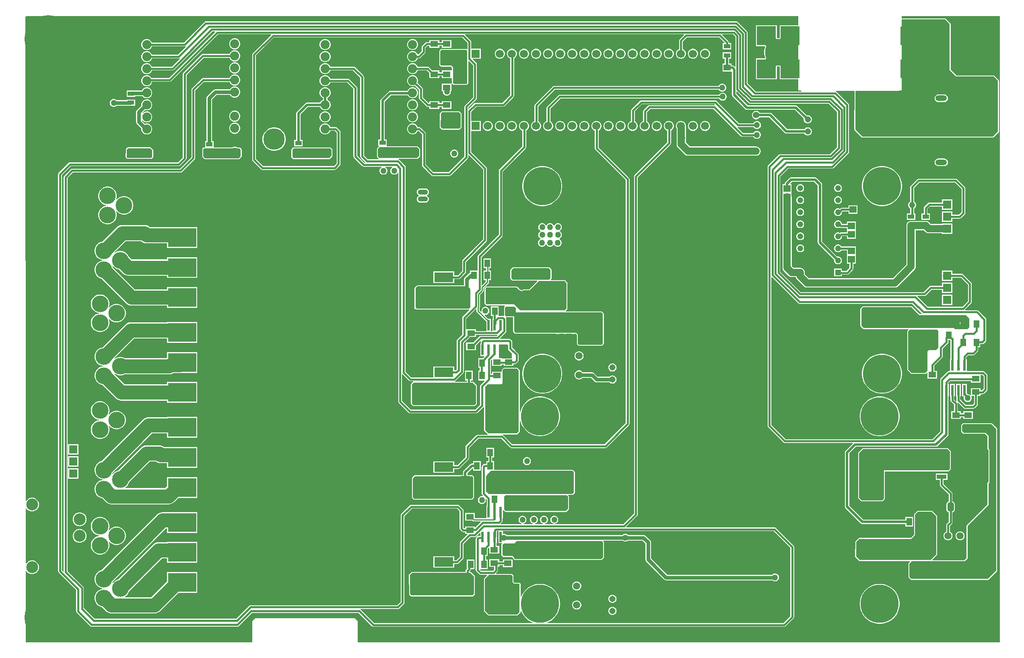
<source format=gtl>
G04*
G04 #@! TF.GenerationSoftware,Altium Limited,Altium Designer,21.4.1 (30)*
G04*
G04 Layer_Physical_Order=1*
G04 Layer_Color=255*
%FSLAX25Y25*%
%MOIN*%
G70*
G04*
G04 #@! TF.SameCoordinates,5C5CB9DB-6683-4862-BC7F-C0E48B32F829*
G04*
G04*
G04 #@! TF.FilePolarity,Positive*
G04*
G01*
G75*
%ADD17C,0.01000*%
%ADD18C,0.02000*%
%ADD31R,0.23622X0.15748*%
%ADD68R,0.35433X0.11811*%
%ADD69R,0.05909X0.05512*%
%ADD70R,0.05906X0.05118*%
%ADD71R,0.05433X0.03622*%
%ADD72R,0.15748X0.07874*%
%ADD73R,0.31496X0.15748*%
%ADD74R,0.08268X0.03740*%
%ADD75R,0.27953X0.26772*%
G04:AMPARAMS|DCode=76|XSize=74.8mil|YSize=132.68mil|CornerRadius=2.62mil|HoleSize=0mil|Usage=FLASHONLY|Rotation=270.000|XOffset=0mil|YOffset=0mil|HoleType=Round|Shape=RoundedRectangle|*
%AMROUNDEDRECTD76*
21,1,0.07480,0.12744,0,0,270.0*
21,1,0.06957,0.13268,0,0,270.0*
1,1,0.00524,-0.06372,-0.03478*
1,1,0.00524,-0.06372,0.03478*
1,1,0.00524,0.06372,0.03478*
1,1,0.00524,0.06372,-0.03478*
%
%ADD76ROUNDEDRECTD76*%
G04:AMPARAMS|DCode=77|XSize=74.8mil|YSize=132.68mil|CornerRadius=2.62mil|HoleSize=0mil|Usage=FLASHONLY|Rotation=180.000|XOffset=0mil|YOffset=0mil|HoleType=Round|Shape=RoundedRectangle|*
%AMROUNDEDRECTD77*
21,1,0.07480,0.12744,0,0,180.0*
21,1,0.06957,0.13268,0,0,180.0*
1,1,0.00524,-0.03478,0.06372*
1,1,0.00524,0.03478,0.06372*
1,1,0.00524,0.03478,-0.06372*
1,1,0.00524,-0.03478,-0.06372*
%
%ADD77ROUNDEDRECTD77*%
%ADD78R,0.02362X0.08661*%
%ADD79R,0.06496X0.04724*%
%ADD80R,0.04724X0.06496*%
%ADD81C,0.01500*%
%ADD82C,0.03000*%
%ADD83C,0.11800*%
%ADD84C,0.06000*%
%ADD85C,0.31496*%
%ADD86C,0.05906*%
%ADD87C,0.21748*%
%ADD88R,0.15748X0.15748*%
%ADD89O,0.08425X0.04213*%
%ADD90R,0.07087X0.07087*%
%ADD91R,0.04764X0.04764*%
%ADD92C,0.04764*%
%ADD93R,0.14630X0.14630*%
%ADD94C,0.14630*%
%ADD95O,0.09449X0.04724*%
%ADD96C,0.07480*%
%ADD97C,0.13780*%
%ADD98C,0.05347*%
%ADD99C,0.05150*%
%ADD100C,0.09843*%
%ADD101C,0.06693*%
%ADD102R,0.06693X0.06693*%
%ADD103R,0.05906X0.05906*%
%ADD104O,0.05512X0.08268*%
%ADD105O,0.08268X0.05512*%
%ADD106C,0.39370*%
%ADD107C,0.17717*%
%ADD108C,0.05000*%
%ADD109C,0.02362*%
G36*
X809711Y1587D02*
X278000D01*
Y19100D01*
X275400Y21700D01*
X193100D01*
X190500Y19100D01*
Y1687D01*
X2961Y1687D01*
X2893Y60467D01*
X3376Y60597D01*
X3532Y60326D01*
X4595Y59263D01*
X5897Y58512D01*
X7348Y58123D01*
X8852D01*
X10304Y58512D01*
X11605Y59263D01*
X12668Y60326D01*
X13420Y61628D01*
X13809Y63080D01*
Y64583D01*
X13420Y66035D01*
X12668Y67337D01*
X11605Y68400D01*
X10304Y69151D01*
X8852Y69540D01*
X7348D01*
X5897Y69151D01*
X4595Y68400D01*
X3532Y67337D01*
X3368Y67053D01*
X2885Y67182D01*
X2832Y112540D01*
X3315Y112670D01*
X3532Y112295D01*
X4595Y111232D01*
X5897Y110480D01*
X7348Y110091D01*
X8852D01*
X10304Y110480D01*
X11605Y111232D01*
X12668Y112295D01*
X13420Y113596D01*
X13809Y115048D01*
Y116552D01*
X13420Y118003D01*
X12668Y119305D01*
X11605Y120368D01*
X10304Y121120D01*
X8852Y121509D01*
X7348D01*
X5897Y121120D01*
X4595Y120368D01*
X3532Y119305D01*
X3308Y118917D01*
X2825Y119046D01*
X2361Y520160D01*
X3100Y520900D01*
X643000D01*
Y513341D01*
X627452D01*
Y502786D01*
X627189Y502561D01*
X625353D01*
X625090Y502786D01*
Y513341D01*
X607767D01*
Y496018D01*
X615312D01*
X615574Y495592D01*
X615464Y495376D01*
X614897Y493631D01*
X614609Y491818D01*
Y489982D01*
X614897Y488169D01*
X615464Y486424D01*
X615574Y486208D01*
X615312Y485782D01*
X607767D01*
Y468459D01*
X625090D01*
Y479014D01*
X625353Y479239D01*
X627189D01*
X627452Y479014D01*
Y468459D01*
X643000D01*
Y459200D01*
X644779D01*
X645098Y458987D01*
X645448Y458918D01*
X645399Y458418D01*
X607499D01*
X600786Y465131D01*
Y507282D01*
X600667Y507882D01*
X600327Y508390D01*
X592695Y516022D01*
X592186Y516362D01*
X591587Y516481D01*
X151937D01*
X151337Y516362D01*
X150829Y516022D01*
X133705Y498898D01*
X107359D01*
X107319Y499048D01*
X106723Y500080D01*
X105880Y500923D01*
X104848Y501519D01*
X103696Y501827D01*
X102504D01*
X101352Y501519D01*
X100320Y500923D01*
X99477Y500080D01*
X98881Y499048D01*
X98572Y497896D01*
Y496704D01*
X98881Y495552D01*
X99477Y494520D01*
X100320Y493677D01*
X101352Y493081D01*
X102504Y492772D01*
X103696D01*
X104848Y493081D01*
X105880Y493677D01*
X106723Y494520D01*
X107319Y495552D01*
X107376Y495763D01*
X134354D01*
X134954Y495883D01*
X135039Y495939D01*
X135357Y495551D01*
X128705Y488898D01*
X107359D01*
X107319Y489048D01*
X106723Y490080D01*
X105880Y490923D01*
X104848Y491519D01*
X103696Y491827D01*
X102504D01*
X101352Y491519D01*
X100320Y490923D01*
X99477Y490080D01*
X98881Y489048D01*
X98572Y487896D01*
Y486704D01*
X98881Y485552D01*
X99477Y484520D01*
X100320Y483677D01*
X101352Y483081D01*
X102504Y482772D01*
X103696D01*
X104848Y483081D01*
X105880Y483677D01*
X106723Y484520D01*
X107319Y485552D01*
X107376Y485763D01*
X129354D01*
X129954Y485883D01*
X130039Y485939D01*
X130358Y485551D01*
X123705Y478898D01*
X107359D01*
X107319Y479048D01*
X106723Y480080D01*
X105880Y480923D01*
X104848Y481519D01*
X103696Y481827D01*
X102504D01*
X101352Y481519D01*
X100320Y480923D01*
X99477Y480080D01*
X98881Y479048D01*
X98572Y477896D01*
Y476704D01*
X98881Y475552D01*
X99477Y474520D01*
X100320Y473677D01*
X101352Y473081D01*
X102504Y472773D01*
X103696D01*
X104848Y473081D01*
X105880Y473677D01*
X106723Y474520D01*
X107319Y475552D01*
X107376Y475763D01*
X124354D01*
X124954Y475883D01*
X125463Y476222D01*
X157586Y508346D01*
X159499D01*
X159691Y507884D01*
X121422Y469615D01*
X106992D01*
X106723Y470080D01*
X105880Y470923D01*
X104848Y471519D01*
X103696Y471828D01*
X102504D01*
X101352Y471519D01*
X100320Y470923D01*
X99477Y470080D01*
X98881Y469048D01*
X98572Y467896D01*
Y466704D01*
X98881Y465552D01*
X99477Y464520D01*
X100320Y463677D01*
X101352Y463081D01*
X102504Y462773D01*
X103696D01*
X104848Y463081D01*
X105880Y463677D01*
X106723Y464520D01*
X107319Y465552D01*
X107568Y466480D01*
X122071D01*
X122671Y466599D01*
X123179Y466939D01*
X162086Y505846D01*
X205946D01*
X206153Y505346D01*
X190829Y490022D01*
X190489Y489513D01*
X190369Y488913D01*
Y401913D01*
X190489Y401313D01*
X190829Y400805D01*
X197829Y393805D01*
X198337Y393465D01*
X198937Y393346D01*
X258737D01*
X259337Y393465D01*
X259845Y393805D01*
X263045Y397005D01*
X263385Y397514D01*
X263505Y398113D01*
Y424913D01*
X263385Y425513D01*
X263045Y426022D01*
X260628Y428439D01*
X260120Y428779D01*
X259520Y428898D01*
X255125D01*
X255077Y429078D01*
X254481Y430111D01*
X253638Y430954D01*
X252606Y431550D01*
X251454Y431858D01*
X250262D01*
X249111Y431550D01*
X248078Y430954D01*
X247235Y430111D01*
X246639Y429078D01*
X246331Y427927D01*
Y426735D01*
X246639Y425583D01*
X247235Y424551D01*
X248078Y423708D01*
X249111Y423112D01*
X250262Y422803D01*
X251454D01*
X252606Y423112D01*
X253638Y423708D01*
X254481Y424551D01*
X255077Y425583D01*
X255125Y425763D01*
X258870D01*
X260369Y424264D01*
Y398763D01*
X258088Y396481D01*
X199586D01*
X193505Y402563D01*
Y488264D01*
X208336Y503096D01*
X364538D01*
X368733Y498901D01*
Y493656D01*
X368455Y493541D01*
X368232Y493491D01*
X368007Y493642D01*
X367700Y493703D01*
X347233D01*
X347200Y493696D01*
X347167Y493700D01*
X347047Y493666D01*
X346926Y493642D01*
X346898Y493623D01*
X346866Y493614D01*
X346769Y493537D01*
X346666Y493468D01*
X346647Y493440D01*
X346620Y493419D01*
X345601Y492214D01*
X345541Y492105D01*
X345472Y492002D01*
X345466Y491969D01*
X345449Y491940D01*
X345435Y491817D01*
X345411Y491695D01*
Y480853D01*
X345411Y480853D01*
X345472Y480546D01*
X345646Y480285D01*
X346641Y479290D01*
X346901Y479116D01*
X347209Y479055D01*
X355014Y479055D01*
X355903Y478166D01*
Y476267D01*
X355672Y475863D01*
X355403Y475863D01*
X347602D01*
Y474281D01*
X345373D01*
Y475863D01*
X339518D01*
X336942Y478439D01*
X336434Y478779D01*
X335834Y478898D01*
X327590D01*
X327542Y479078D01*
X326946Y480111D01*
X326103Y480954D01*
X325070Y481550D01*
X323919Y481858D01*
X322727D01*
X321575Y481550D01*
X320543Y480954D01*
X319700Y480111D01*
X319104Y479078D01*
X318795Y477927D01*
Y476735D01*
X319104Y475583D01*
X319700Y474551D01*
X320543Y473708D01*
X321575Y473112D01*
X322727Y472803D01*
X323919D01*
X325070Y473112D01*
X326103Y473708D01*
X326946Y474551D01*
X327542Y475583D01*
X327590Y475763D01*
X335185D01*
X337302Y473646D01*
Y469564D01*
X345373D01*
Y471146D01*
X347602D01*
Y469564D01*
X355403D01*
X355903Y469160D01*
Y468972D01*
X355813Y468633D01*
Y467767D01*
X355903Y467428D01*
Y465494D01*
X355903Y465494D01*
X355958Y465221D01*
X355802Y465034D01*
X355595Y464839D01*
X355224Y464839D01*
X347602D01*
Y458540D01*
X348400D01*
Y457911D01*
X348624Y457074D01*
X349056Y456325D01*
X349669Y455713D01*
X350418Y455280D01*
X351254Y455056D01*
X352120D01*
X352956Y455280D01*
X353706Y455713D01*
X354318Y456325D01*
X354750Y457074D01*
X354974Y457911D01*
Y458540D01*
X355672D01*
Y464371D01*
X355672Y464375D01*
X355672Y464375D01*
X355673Y464591D01*
X355689Y464648D01*
X356169Y464867D01*
X356223Y464842D01*
X356932Y464132D01*
X357193Y463958D01*
X357500Y463897D01*
X368100Y463897D01*
X368100Y463897D01*
X368407Y463958D01*
X368668Y464132D01*
X368668Y464132D01*
X369168Y464632D01*
X369168Y464632D01*
X369342Y464893D01*
X369403Y465200D01*
X369403Y483710D01*
X369865Y483901D01*
X373370Y480396D01*
Y453563D01*
X366732Y446925D01*
X366392Y446417D01*
X366273Y445817D01*
Y404466D01*
X353288Y391481D01*
X340586D01*
X334255Y397813D01*
Y423444D01*
X334135Y424044D01*
X333795Y424552D01*
X329936Y428412D01*
X329427Y428752D01*
X328828Y428871D01*
X327597D01*
X327542Y429078D01*
X326946Y430111D01*
X326103Y430954D01*
X325070Y431550D01*
X323919Y431858D01*
X322727D01*
X321575Y431550D01*
X320543Y430954D01*
X319700Y430111D01*
X319104Y429078D01*
X318795Y427927D01*
Y426735D01*
X319104Y425583D01*
X319700Y424551D01*
X320543Y423708D01*
X321575Y423112D01*
X322727Y422803D01*
X323919D01*
X325070Y423112D01*
X326103Y423708D01*
X326946Y424551D01*
X327542Y425583D01*
X327583Y425736D01*
X328178D01*
X331119Y422795D01*
Y397163D01*
X331239Y396564D01*
X331579Y396055D01*
X338829Y388805D01*
X339337Y388465D01*
X339937Y388346D01*
X353937D01*
X354537Y388465D01*
X355045Y388805D01*
X368949Y402709D01*
X369289Y403217D01*
X369408Y403817D01*
Y405572D01*
X369870Y405764D01*
X381769Y393864D01*
Y335763D01*
X364829Y318822D01*
X364489Y318313D01*
X364370Y317713D01*
Y309563D01*
X360768Y305961D01*
X357970D01*
Y309118D01*
X340647D01*
Y299669D01*
X357970D01*
Y302826D01*
X361417D01*
X362017Y302946D01*
X362526Y303285D01*
X367045Y307805D01*
X367385Y308313D01*
X367505Y308913D01*
Y317064D01*
X384445Y334005D01*
X384785Y334514D01*
X384905Y335113D01*
Y394513D01*
X384785Y395113D01*
X384445Y395622D01*
X371908Y408159D01*
Y425666D01*
X379734D01*
Y433934D01*
X371908D01*
Y441668D01*
X376070Y445830D01*
X398421D01*
X399021Y445949D01*
X399529Y446289D01*
X406945Y453705D01*
X407285Y454214D01*
X407405Y454813D01*
Y485968D01*
X408138Y486392D01*
X408908Y487162D01*
X409452Y488104D01*
X409734Y489156D01*
Y490244D01*
X409452Y491296D01*
X408908Y492238D01*
X408138Y493008D01*
X407196Y493552D01*
X406144Y493834D01*
X405056D01*
X404004Y493552D01*
X403062Y493008D01*
X402292Y492238D01*
X401748Y491296D01*
X401466Y490244D01*
Y489156D01*
X401748Y488104D01*
X402292Y487162D01*
X403062Y486392D01*
X404004Y485848D01*
X404270Y485777D01*
Y455463D01*
X397772Y448965D01*
X375421D01*
X374821Y448845D01*
X374312Y448506D01*
X369870Y444063D01*
X369408Y444255D01*
Y445168D01*
X376045Y451805D01*
X376385Y452314D01*
X376504Y452913D01*
Y481046D01*
X376385Y481645D01*
X376045Y482154D01*
X373095Y485104D01*
X373287Y485566D01*
X379734D01*
Y493834D01*
X371867D01*
Y499550D01*
X371748Y500150D01*
X371408Y500659D01*
X366721Y505346D01*
X366928Y505846D01*
X547990D01*
X548181Y505384D01*
X544492Y501695D01*
X544152Y501186D01*
X544032Y500586D01*
Y493560D01*
X544004Y493552D01*
X543062Y493008D01*
X542292Y492238D01*
X541748Y491296D01*
X541466Y490244D01*
Y489156D01*
X541748Y488104D01*
X542292Y487162D01*
X543062Y486392D01*
X544004Y485848D01*
X545056Y485566D01*
X546144D01*
X547196Y485848D01*
X548138Y486392D01*
X548908Y487162D01*
X549452Y488104D01*
X549734Y489156D01*
Y490244D01*
X549452Y491296D01*
X548908Y492238D01*
X548138Y493008D01*
X547196Y493552D01*
X547167Y493560D01*
Y499937D01*
X550576Y503346D01*
X577288D01*
X581713Y498920D01*
X581522Y498458D01*
X580296D01*
Y493261D01*
X587304D01*
Y498458D01*
X585460D01*
Y498958D01*
X585340Y499558D01*
X585000Y500067D01*
X579683Y505384D01*
X579875Y505846D01*
X588733D01*
X590770Y503809D01*
Y478961D01*
X590308Y478769D01*
X589679Y479398D01*
X589088Y479793D01*
X588391Y479932D01*
X588390Y479932D01*
X587540D01*
Y481456D01*
X585622D01*
Y485742D01*
X587304D01*
Y490939D01*
X580296D01*
Y485742D01*
X581978D01*
Y481456D01*
X580060D01*
Y474763D01*
X587540D01*
Y474763D01*
X587978Y474612D01*
Y455500D01*
X587978Y455500D01*
X588116Y454803D01*
X588511Y454211D01*
X599011Y443711D01*
X599011Y443711D01*
X599603Y443316D01*
X600300Y443178D01*
X640245D01*
X647410Y436013D01*
X647338Y435743D01*
Y434857D01*
X647567Y434002D01*
X648010Y433236D01*
X648636Y432610D01*
X649402Y432167D01*
X650257Y431938D01*
X651143D01*
X651998Y432167D01*
X652764Y432610D01*
X653390Y433236D01*
X653833Y434002D01*
X654062Y434857D01*
Y435743D01*
X653833Y436598D01*
X653390Y437364D01*
X652764Y437990D01*
X651998Y438433D01*
X651143Y438662D01*
X650257D01*
X649987Y438590D01*
X642289Y446289D01*
X641697Y446684D01*
X641000Y446822D01*
X641000Y446822D01*
X601055D01*
X591622Y456255D01*
Y458238D01*
X592084Y458429D01*
X601634Y448879D01*
X602143Y448540D01*
X602742Y448420D01*
X667928D01*
X674832Y441516D01*
Y412149D01*
X669051Y406367D01*
X627700D01*
X627100Y406248D01*
X626592Y405908D01*
X617829Y397145D01*
X617489Y396637D01*
X617370Y396037D01*
Y181213D01*
X617489Y180614D01*
X617829Y180105D01*
X630542Y167392D01*
X631051Y167052D01*
X631650Y166932D01*
X687848D01*
X688055Y166432D01*
X681911Y160289D01*
X681516Y159697D01*
X681378Y159000D01*
X681378Y159000D01*
Y114200D01*
X681378Y114200D01*
X681516Y113503D01*
X681911Y112911D01*
X694611Y100211D01*
X694611Y100211D01*
X695203Y99816D01*
X695900Y99678D01*
X731539D01*
Y97465D01*
X737838D01*
Y105535D01*
X731539D01*
Y103322D01*
X696655D01*
X685022Y114955D01*
Y158245D01*
X690555Y163778D01*
X757000D01*
X757000Y163778D01*
X757697Y163916D01*
X758289Y164311D01*
X766726Y172748D01*
X766726Y172748D01*
X767121Y173340D01*
X767259Y174037D01*
X767259Y174037D01*
Y205559D01*
X767406D01*
Y215795D01*
X767004D01*
Y216664D01*
X768698Y218358D01*
X785902D01*
Y217076D01*
X793972D01*
Y223346D01*
X795288D01*
X796370Y222264D01*
Y211863D01*
X794976Y210469D01*
X793972D01*
Y212351D01*
X785902D01*
Y206805D01*
X785402Y206598D01*
X785255Y206744D01*
X784506Y207177D01*
X783670Y207401D01*
X783141D01*
X782406Y208136D01*
Y215795D01*
X778469D01*
Y205559D01*
X779794D01*
X780119Y205180D01*
X779950Y204546D01*
Y203681D01*
X780174Y202845D01*
X780606Y202095D01*
X781218Y201483D01*
X781968Y201050D01*
X782804Y200826D01*
X783670D01*
X784506Y201050D01*
X785255Y201483D01*
X785868Y202095D01*
X786300Y202845D01*
X786524Y203681D01*
Y204546D01*
X786300Y205382D01*
X786164Y205619D01*
X786414Y206052D01*
X788370D01*
Y199563D01*
X787288Y198481D01*
X781586D01*
X777004Y203063D01*
Y205559D01*
X777406D01*
Y215795D01*
X773468D01*
Y205559D01*
X773870D01*
Y202413D01*
X773989Y201814D01*
X774045Y201729D01*
X773657Y201410D01*
X772005Y203063D01*
Y205559D01*
X772405D01*
Y215795D01*
X768469D01*
Y205559D01*
X768869D01*
Y202413D01*
X768989Y201814D01*
X769329Y201305D01*
X771816Y198817D01*
Y193102D01*
X769348D01*
Y186803D01*
X777419D01*
Y188385D01*
X779349D01*
Y186803D01*
X787419D01*
Y193102D01*
X779349D01*
Y191520D01*
X777419D01*
Y193102D01*
X774951D01*
Y199467D01*
X774832Y200066D01*
X774776Y200151D01*
X775164Y200470D01*
X779829Y195805D01*
X780337Y195465D01*
X780937Y195346D01*
X787937D01*
X788537Y195465D01*
X789045Y195805D01*
X791046Y197805D01*
X791385Y198314D01*
X791505Y198914D01*
Y206052D01*
X793972D01*
Y207334D01*
X795625D01*
X796225Y207453D01*
X796734Y207793D01*
X799045Y210105D01*
X799385Y210614D01*
X799505Y211213D01*
Y222913D01*
X799385Y223513D01*
X799045Y224022D01*
X797045Y226022D01*
X796537Y226362D01*
X795937Y226481D01*
X782406D01*
Y236268D01*
X782004D01*
Y237864D01*
X783886Y239746D01*
X787837D01*
X788437Y239865D01*
X788945Y240205D01*
X791510Y242770D01*
X791850Y243278D01*
X791969Y243878D01*
Y246378D01*
X793551D01*
Y248873D01*
X795265D01*
X795864Y248993D01*
X796373Y249333D01*
X798045Y251005D01*
X798385Y251514D01*
X798504Y252113D01*
Y269413D01*
X798385Y270013D01*
X798045Y270522D01*
X791959Y276608D01*
X791450Y276948D01*
X790850Y277067D01*
X781015D01*
X780808Y277568D01*
X786045Y282805D01*
X786385Y283314D01*
X786505Y283913D01*
Y298913D01*
X786385Y299513D01*
X786045Y300022D01*
X779313Y306754D01*
X778805Y307094D01*
X778205Y307213D01*
X770583D01*
Y309976D01*
X761921D01*
Y306421D01*
X761804Y306245D01*
X761684Y305646D01*
X761804Y305046D01*
X761921Y304870D01*
Y301315D01*
X770583D01*
Y304078D01*
X777556D01*
X783369Y298264D01*
Y284563D01*
X778774Y279967D01*
X750100D01*
X741583Y288484D01*
X741775Y288946D01*
X747537D01*
X748137Y289065D01*
X748645Y289405D01*
X753319Y294078D01*
X761921D01*
Y291315D01*
X770583D01*
Y299976D01*
X761921D01*
Y297213D01*
X752669D01*
X752069Y297094D01*
X751561Y296754D01*
X746888Y292081D01*
X644986D01*
X628005Y309063D01*
Y387888D01*
X634549Y394432D01*
X671000D01*
X671600Y394552D01*
X672108Y394892D01*
X684371Y407154D01*
X684710Y407662D01*
X684830Y408262D01*
Y447238D01*
X684710Y447838D01*
X684371Y448346D01*
X674758Y457958D01*
X674250Y458298D01*
X673802Y458387D01*
X673851Y458887D01*
X689054D01*
X689407Y458533D01*
X689334Y426915D01*
X689334Y426914D01*
X689334Y426913D01*
X689364Y426762D01*
X689395Y426608D01*
X689395Y426607D01*
X689395Y426606D01*
X689481Y426478D01*
X689568Y426347D01*
X689569Y426346D01*
X689569Y426346D01*
X695569Y420346D01*
X695830Y420172D01*
X696137Y420111D01*
X804037D01*
X804344Y420172D01*
X804605Y420346D01*
X804605Y420346D01*
X808278Y424019D01*
X808544Y424072D01*
X808805Y424246D01*
X808979Y424506D01*
X809040Y424813D01*
Y467413D01*
X809040Y467413D01*
X808979Y467721D01*
X808805Y467981D01*
X808805Y467981D01*
X805305Y471481D01*
X805044Y471655D01*
X804737Y471716D01*
X773870D01*
X769040Y476546D01*
Y514513D01*
X769040Y514513D01*
X768979Y514821D01*
X768805Y515081D01*
X765205Y518681D01*
X764944Y518855D01*
X764637Y518916D01*
X728500D01*
Y520900D01*
X809711D01*
Y1587D01*
D02*
G37*
G36*
X643000Y469262D02*
X628255D01*
Y479014D01*
X628249Y479045D01*
X628252Y479077D01*
X628218Y479198D01*
X628194Y479321D01*
X628176Y479347D01*
X628167Y479378D01*
X628090Y479477D01*
X628020Y479581D01*
X627993Y479599D01*
X627973Y479624D01*
X627710Y479849D01*
X627600Y479911D01*
X627496Y479980D01*
X627465Y479986D01*
X627437Y480002D01*
X627312Y480017D01*
X627189Y480041D01*
X625353D01*
X625230Y480017D01*
X625105Y480002D01*
X625077Y479986D01*
X625046Y479980D01*
X624941Y479911D01*
X624832Y479849D01*
X624568Y479624D01*
X624549Y479599D01*
X624522Y479581D01*
X624452Y479477D01*
X624374Y479378D01*
X624366Y479347D01*
X624348Y479321D01*
X624324Y479198D01*
X624289Y479077D01*
X624293Y479045D01*
X624287Y479014D01*
Y469262D01*
X608570D01*
Y484979D01*
X615312D01*
X615405Y484998D01*
X615500Y485001D01*
X615557Y485028D01*
X615620Y485040D01*
X615698Y485093D01*
X615784Y485132D01*
X615827Y485179D01*
X615880Y485214D01*
X615933Y485293D01*
X615997Y485362D01*
X616258Y485789D01*
X616291Y485878D01*
X616337Y485960D01*
X616344Y486023D01*
X616366Y486083D01*
X616363Y486177D01*
X616374Y486271D01*
X616357Y486332D01*
X616354Y486396D01*
X616315Y486482D01*
X616289Y486573D01*
X616208Y486732D01*
X615680Y488357D01*
X615412Y490045D01*
Y491755D01*
X615680Y493443D01*
X616208Y495068D01*
X616289Y495227D01*
X616315Y495318D01*
X616354Y495404D01*
X616357Y495468D01*
X616374Y495529D01*
X616363Y495623D01*
X616366Y495717D01*
X616344Y495777D01*
X616337Y495840D01*
X616291Y495923D01*
X616258Y496011D01*
X615997Y496438D01*
X615933Y496507D01*
X615880Y496586D01*
X615827Y496621D01*
X615784Y496668D01*
X615698Y496707D01*
X615620Y496760D01*
X615557Y496772D01*
X615500Y496799D01*
X615405Y496803D01*
X615312Y496821D01*
X608570D01*
Y512538D01*
X624287D01*
Y502786D01*
X624293Y502755D01*
X624289Y502723D01*
X624324Y502602D01*
X624348Y502479D01*
X624366Y502453D01*
X624374Y502422D01*
X624452Y502323D01*
X624522Y502219D01*
X624549Y502201D01*
X624568Y502176D01*
X624832Y501951D01*
X624941Y501890D01*
X625046Y501820D01*
X625077Y501814D01*
X625105Y501798D01*
X625230Y501783D01*
X625353Y501759D01*
X627189D01*
X627312Y501783D01*
X627437Y501798D01*
X627464Y501814D01*
X627496Y501820D01*
X627600Y501890D01*
X627710Y501951D01*
X627973Y502176D01*
X627993Y502201D01*
X628020Y502219D01*
X628090Y502323D01*
X628167Y502422D01*
X628176Y502453D01*
X628194Y502479D01*
X628218Y502602D01*
X628252Y502723D01*
X628249Y502755D01*
X628255Y502786D01*
Y512538D01*
X643000D01*
Y469262D01*
D02*
G37*
G36*
X368600Y492000D02*
X368600Y465200D01*
X368100Y464700D01*
X357500Y464700D01*
X356706Y465494D01*
X356706Y478498D01*
X355346Y479858D01*
X347209Y479858D01*
X346214Y480853D01*
Y491695D01*
X347233Y492900D01*
X367700D01*
X368600Y492000D01*
D02*
G37*
G36*
X768237Y514513D02*
Y476213D01*
X773537Y470913D01*
X804737D01*
X808237Y467413D01*
Y424813D01*
X807937D01*
X804037Y420913D01*
X696137D01*
X690137Y426913D01*
X690211Y458887D01*
X725800D01*
X726302Y458987D01*
X726621Y459200D01*
X728500D01*
Y518113D01*
X764637D01*
X768237Y514513D01*
D02*
G37*
G36*
X642758Y282805D02*
X643266Y282465D01*
X643866Y282346D01*
X737288D01*
X745242Y274392D01*
X745375Y274303D01*
X745223Y273803D01*
X743433D01*
X737068Y280168D01*
X736807Y280342D01*
X736500Y280403D01*
X696600D01*
X696293Y280342D01*
X696032Y280168D01*
X694532Y278668D01*
X694358Y278407D01*
X694297Y278100D01*
X694297Y264300D01*
X694297Y264300D01*
X694358Y263993D01*
X694532Y263732D01*
X696632Y261632D01*
X696893Y261458D01*
X697200Y261397D01*
X734018D01*
X734209Y260935D01*
X733369Y260095D01*
X733369Y260095D01*
X733195Y259835D01*
X733134Y259527D01*
Y227913D01*
X733134Y227913D01*
X733195Y227606D01*
X733369Y227346D01*
X733369Y227346D01*
X736369Y224346D01*
X736630Y224172D01*
X736937Y224111D01*
X747937D01*
X748244Y224172D01*
X748505Y224346D01*
X748505Y224346D01*
X749440Y225281D01*
X749902Y225089D01*
Y220276D01*
X757972D01*
Y226575D01*
X755504D01*
Y230964D01*
X762008Y237468D01*
X762348Y237977D01*
X762467Y238576D01*
Y245151D01*
X766708Y249391D01*
X767048Y249900D01*
X767167Y250500D01*
Y252365D01*
X768869D01*
Y236268D01*
X768469D01*
Y226481D01*
X767488D01*
X766888Y226362D01*
X766380Y226022D01*
X760829Y220471D01*
X760489Y219962D01*
X760369Y219362D01*
Y176486D01*
X753951Y170068D01*
X632300D01*
X620505Y181863D01*
Y304405D01*
X620966Y304596D01*
X642758Y282805D01*
D02*
G37*
G36*
X743100Y273000D02*
X781600D01*
X784400Y270200D01*
Y262800D01*
X782700Y261100D01*
X772700D01*
X771600Y262200D01*
X697200D01*
X695100Y264300D01*
X695100Y278100D01*
X696600Y279600D01*
X736500D01*
X743100Y273000D01*
D02*
G37*
G36*
X758937Y259913D02*
Y245913D01*
X756937Y243913D01*
X750937D01*
X749937Y242913D01*
X749937Y226913D01*
X747937Y224913D01*
X736937D01*
X733937Y227913D01*
Y259527D01*
X735323Y260913D01*
X757937D01*
X758937Y259913D01*
D02*
G37*
%LPC*%
G36*
X355672Y500975D02*
X347602D01*
Y499393D01*
X345373D01*
Y500975D01*
X337302D01*
Y499393D01*
X335025D01*
X334425Y499273D01*
X333917Y498934D01*
X331292Y496308D01*
X330952Y495800D01*
X330833Y495200D01*
Y491916D01*
X328046Y489129D01*
X327907Y489115D01*
X327453Y489232D01*
X326946Y490111D01*
X326103Y490954D01*
X325070Y491550D01*
X323919Y491858D01*
X322727D01*
X321575Y491550D01*
X320543Y490954D01*
X319700Y490111D01*
X319104Y489078D01*
X318795Y487927D01*
Y486735D01*
X319104Y485583D01*
X319700Y484551D01*
X320543Y483708D01*
X321575Y483112D01*
X322727Y482803D01*
X323919D01*
X325070Y483112D01*
X326103Y483708D01*
X326946Y484551D01*
X327542Y485583D01*
X327590Y485763D01*
X328464D01*
X329064Y485883D01*
X329572Y486222D01*
X333508Y490158D01*
X333848Y490667D01*
X333967Y491267D01*
Y494551D01*
X335675Y496258D01*
X337302D01*
Y494676D01*
X345373D01*
Y496258D01*
X347602D01*
Y494676D01*
X355672D01*
Y500975D01*
D02*
G37*
G36*
X176533Y502441D02*
X175341D01*
X174189Y502132D01*
X173157Y501536D01*
X172314Y500693D01*
X171718Y499661D01*
X171409Y498510D01*
Y497317D01*
X171718Y496166D01*
X172314Y495133D01*
X173157Y494290D01*
X174189Y493694D01*
X175341Y493386D01*
X176533D01*
X177685Y493694D01*
X178717Y494290D01*
X179560Y495133D01*
X180156Y496166D01*
X180465Y497317D01*
Y498510D01*
X180156Y499661D01*
X179560Y500693D01*
X178717Y501536D01*
X177685Y502132D01*
X176533Y502441D01*
D02*
G37*
G36*
X323919Y501858D02*
X322727D01*
X321575Y501550D01*
X320543Y500954D01*
X319700Y500111D01*
X319104Y499078D01*
X318795Y497927D01*
Y496735D01*
X319104Y495583D01*
X319700Y494551D01*
X320543Y493708D01*
X321575Y493112D01*
X322727Y492803D01*
X323919D01*
X325070Y493112D01*
X326103Y493708D01*
X326946Y494551D01*
X327542Y495583D01*
X327850Y496735D01*
Y497927D01*
X327542Y499078D01*
X326946Y500111D01*
X326103Y500954D01*
X325070Y501550D01*
X323919Y501858D01*
D02*
G37*
G36*
X251454D02*
X250262D01*
X249111Y501550D01*
X248078Y500954D01*
X247235Y500111D01*
X246639Y499078D01*
X246331Y497927D01*
Y496735D01*
X246639Y495583D01*
X247235Y494551D01*
X248078Y493708D01*
X249111Y493112D01*
X250262Y492803D01*
X251454D01*
X252606Y493112D01*
X253638Y493708D01*
X254481Y494551D01*
X255077Y495583D01*
X255386Y496735D01*
Y497927D01*
X255077Y499078D01*
X254481Y500111D01*
X253638Y500954D01*
X252606Y501550D01*
X251454Y501858D01*
D02*
G37*
G36*
X566144Y493834D02*
X565056D01*
X564004Y493552D01*
X563062Y493008D01*
X562292Y492238D01*
X561748Y491296D01*
X561466Y490244D01*
Y489156D01*
X561748Y488104D01*
X562292Y487162D01*
X563062Y486392D01*
X564004Y485848D01*
X565056Y485566D01*
X566144D01*
X567196Y485848D01*
X568138Y486392D01*
X568908Y487162D01*
X569452Y488104D01*
X569734Y489156D01*
Y490244D01*
X569452Y491296D01*
X568908Y492238D01*
X568138Y493008D01*
X567196Y493552D01*
X566144Y493834D01*
D02*
G37*
G36*
X556144D02*
X555056D01*
X554004Y493552D01*
X553062Y493008D01*
X552292Y492238D01*
X551748Y491296D01*
X551466Y490244D01*
Y489156D01*
X551748Y488104D01*
X552292Y487162D01*
X553062Y486392D01*
X554004Y485848D01*
X555056Y485566D01*
X556144D01*
X557196Y485848D01*
X558138Y486392D01*
X558908Y487162D01*
X559452Y488104D01*
X559734Y489156D01*
Y490244D01*
X559452Y491296D01*
X558908Y492238D01*
X558138Y493008D01*
X557196Y493552D01*
X556144Y493834D01*
D02*
G37*
G36*
X536144D02*
X535056D01*
X534004Y493552D01*
X533062Y493008D01*
X532292Y492238D01*
X531748Y491296D01*
X531466Y490244D01*
Y489156D01*
X531748Y488104D01*
X532292Y487162D01*
X533062Y486392D01*
X534004Y485848D01*
X535056Y485566D01*
X536144D01*
X537196Y485848D01*
X538138Y486392D01*
X538908Y487162D01*
X539452Y488104D01*
X539734Y489156D01*
Y490244D01*
X539452Y491296D01*
X538908Y492238D01*
X538138Y493008D01*
X537196Y493552D01*
X536144Y493834D01*
D02*
G37*
G36*
X526144D02*
X525056D01*
X524004Y493552D01*
X523062Y493008D01*
X522292Y492238D01*
X521748Y491296D01*
X521466Y490244D01*
Y489156D01*
X521748Y488104D01*
X522292Y487162D01*
X523062Y486392D01*
X524004Y485848D01*
X525056Y485566D01*
X526144D01*
X527196Y485848D01*
X528138Y486392D01*
X528908Y487162D01*
X529452Y488104D01*
X529734Y489156D01*
Y490244D01*
X529452Y491296D01*
X528908Y492238D01*
X528138Y493008D01*
X527196Y493552D01*
X526144Y493834D01*
D02*
G37*
G36*
X516144D02*
X515056D01*
X514004Y493552D01*
X513062Y493008D01*
X512292Y492238D01*
X511748Y491296D01*
X511466Y490244D01*
Y489156D01*
X511748Y488104D01*
X512292Y487162D01*
X513062Y486392D01*
X514004Y485848D01*
X515056Y485566D01*
X516144D01*
X517196Y485848D01*
X518138Y486392D01*
X518908Y487162D01*
X519452Y488104D01*
X519734Y489156D01*
Y490244D01*
X519452Y491296D01*
X518908Y492238D01*
X518138Y493008D01*
X517196Y493552D01*
X516144Y493834D01*
D02*
G37*
G36*
X506144D02*
X505056D01*
X504004Y493552D01*
X503062Y493008D01*
X502292Y492238D01*
X501748Y491296D01*
X501466Y490244D01*
Y489156D01*
X501748Y488104D01*
X502292Y487162D01*
X503062Y486392D01*
X504004Y485848D01*
X505056Y485566D01*
X506144D01*
X507196Y485848D01*
X508138Y486392D01*
X508908Y487162D01*
X509452Y488104D01*
X509734Y489156D01*
Y490244D01*
X509452Y491296D01*
X508908Y492238D01*
X508138Y493008D01*
X507196Y493552D01*
X506144Y493834D01*
D02*
G37*
G36*
X496144D02*
X495056D01*
X494004Y493552D01*
X493062Y493008D01*
X492292Y492238D01*
X491748Y491296D01*
X491466Y490244D01*
Y489156D01*
X491748Y488104D01*
X492292Y487162D01*
X493062Y486392D01*
X494004Y485848D01*
X495056Y485566D01*
X496144D01*
X497196Y485848D01*
X498138Y486392D01*
X498908Y487162D01*
X499452Y488104D01*
X499734Y489156D01*
Y490244D01*
X499452Y491296D01*
X498908Y492238D01*
X498138Y493008D01*
X497196Y493552D01*
X496144Y493834D01*
D02*
G37*
G36*
X486144D02*
X485056D01*
X484004Y493552D01*
X483062Y493008D01*
X482292Y492238D01*
X481748Y491296D01*
X481466Y490244D01*
Y489156D01*
X481748Y488104D01*
X482292Y487162D01*
X483062Y486392D01*
X484004Y485848D01*
X485056Y485566D01*
X486144D01*
X487196Y485848D01*
X488138Y486392D01*
X488908Y487162D01*
X489452Y488104D01*
X489734Y489156D01*
Y490244D01*
X489452Y491296D01*
X488908Y492238D01*
X488138Y493008D01*
X487196Y493552D01*
X486144Y493834D01*
D02*
G37*
G36*
X476144D02*
X475056D01*
X474004Y493552D01*
X473062Y493008D01*
X472292Y492238D01*
X471748Y491296D01*
X471466Y490244D01*
Y489156D01*
X471748Y488104D01*
X472292Y487162D01*
X473062Y486392D01*
X474004Y485848D01*
X475056Y485566D01*
X476144D01*
X477196Y485848D01*
X478138Y486392D01*
X478908Y487162D01*
X479452Y488104D01*
X479734Y489156D01*
Y490244D01*
X479452Y491296D01*
X478908Y492238D01*
X478138Y493008D01*
X477196Y493552D01*
X476144Y493834D01*
D02*
G37*
G36*
X466144D02*
X465056D01*
X464004Y493552D01*
X463062Y493008D01*
X462292Y492238D01*
X461748Y491296D01*
X461466Y490244D01*
Y489156D01*
X461748Y488104D01*
X462292Y487162D01*
X463062Y486392D01*
X464004Y485848D01*
X465056Y485566D01*
X466144D01*
X467196Y485848D01*
X468138Y486392D01*
X468908Y487162D01*
X469452Y488104D01*
X469734Y489156D01*
Y490244D01*
X469452Y491296D01*
X468908Y492238D01*
X468138Y493008D01*
X467196Y493552D01*
X466144Y493834D01*
D02*
G37*
G36*
X456144D02*
X455056D01*
X454004Y493552D01*
X453062Y493008D01*
X452292Y492238D01*
X451748Y491296D01*
X451466Y490244D01*
Y489156D01*
X451748Y488104D01*
X452292Y487162D01*
X453062Y486392D01*
X454004Y485848D01*
X455056Y485566D01*
X456144D01*
X457196Y485848D01*
X458138Y486392D01*
X458908Y487162D01*
X459452Y488104D01*
X459734Y489156D01*
Y490244D01*
X459452Y491296D01*
X458908Y492238D01*
X458138Y493008D01*
X457196Y493552D01*
X456144Y493834D01*
D02*
G37*
G36*
X446144D02*
X445056D01*
X444004Y493552D01*
X443062Y493008D01*
X442292Y492238D01*
X441748Y491296D01*
X441466Y490244D01*
Y489156D01*
X441748Y488104D01*
X442292Y487162D01*
X443062Y486392D01*
X444004Y485848D01*
X445056Y485566D01*
X446144D01*
X447196Y485848D01*
X448138Y486392D01*
X448908Y487162D01*
X449452Y488104D01*
X449734Y489156D01*
Y490244D01*
X449452Y491296D01*
X448908Y492238D01*
X448138Y493008D01*
X447196Y493552D01*
X446144Y493834D01*
D02*
G37*
G36*
X436144D02*
X435056D01*
X434004Y493552D01*
X433062Y493008D01*
X432292Y492238D01*
X431748Y491296D01*
X431466Y490244D01*
Y489156D01*
X431748Y488104D01*
X432292Y487162D01*
X433062Y486392D01*
X434004Y485848D01*
X435056Y485566D01*
X436144D01*
X437196Y485848D01*
X438138Y486392D01*
X438908Y487162D01*
X439452Y488104D01*
X439734Y489156D01*
Y490244D01*
X439452Y491296D01*
X438908Y492238D01*
X438138Y493008D01*
X437196Y493552D01*
X436144Y493834D01*
D02*
G37*
G36*
X426144D02*
X425056D01*
X424004Y493552D01*
X423062Y493008D01*
X422292Y492238D01*
X421748Y491296D01*
X421466Y490244D01*
Y489156D01*
X421748Y488104D01*
X422292Y487162D01*
X423062Y486392D01*
X424004Y485848D01*
X425056Y485566D01*
X426144D01*
X427196Y485848D01*
X428138Y486392D01*
X428908Y487162D01*
X429452Y488104D01*
X429734Y489156D01*
Y490244D01*
X429452Y491296D01*
X428908Y492238D01*
X428138Y493008D01*
X427196Y493552D01*
X426144Y493834D01*
D02*
G37*
G36*
X416144D02*
X415056D01*
X414004Y493552D01*
X413062Y493008D01*
X412292Y492238D01*
X411748Y491296D01*
X411466Y490244D01*
Y489156D01*
X411748Y488104D01*
X412292Y487162D01*
X413062Y486392D01*
X414004Y485848D01*
X415056Y485566D01*
X416144D01*
X417196Y485848D01*
X418138Y486392D01*
X418908Y487162D01*
X419452Y488104D01*
X419734Y489156D01*
Y490244D01*
X419452Y491296D01*
X418908Y492238D01*
X418138Y493008D01*
X417196Y493552D01*
X416144Y493834D01*
D02*
G37*
G36*
X396144D02*
X395056D01*
X394004Y493552D01*
X393062Y493008D01*
X392292Y492238D01*
X391748Y491296D01*
X391466Y490244D01*
Y489156D01*
X391748Y488104D01*
X392292Y487162D01*
X393062Y486392D01*
X394004Y485848D01*
X395056Y485566D01*
X396144D01*
X397196Y485848D01*
X398138Y486392D01*
X398908Y487162D01*
X399452Y488104D01*
X399734Y489156D01*
Y490244D01*
X399452Y491296D01*
X398908Y492238D01*
X398138Y493008D01*
X397196Y493552D01*
X396144Y493834D01*
D02*
G37*
G36*
X176533Y492441D02*
X175341D01*
X174189Y492132D01*
X173157Y491536D01*
X172314Y490693D01*
X171718Y489661D01*
X171670Y489481D01*
X149437D01*
X148837Y489362D01*
X148329Y489022D01*
X133408Y474102D01*
X133069Y473593D01*
X132949Y472993D01*
Y403643D01*
X128888Y399581D01*
X39437D01*
X38837Y399462D01*
X38329Y399122D01*
X30029Y390822D01*
X29689Y390313D01*
X29570Y389713D01*
Y60713D01*
X29689Y60114D01*
X30029Y59605D01*
X44570Y45064D01*
Y27313D01*
X44689Y26714D01*
X45029Y26205D01*
X56218Y15016D01*
X56727Y14676D01*
X57326Y14557D01*
X178224D01*
X178824Y14676D01*
X179332Y15016D01*
X190263Y25946D01*
X278588D01*
X289642Y14891D01*
X290151Y14551D01*
X290751Y14432D01*
X631263D01*
X631862Y14551D01*
X632371Y14891D01*
X632998Y15518D01*
X633211Y15836D01*
X638904Y21529D01*
X639244Y22038D01*
X639363Y22638D01*
Y80709D01*
X639244Y81309D01*
X638904Y81817D01*
X624199Y96522D01*
X623690Y96862D01*
X623091Y96981D01*
X500475D01*
X500283Y97443D01*
X509398Y106558D01*
X509738Y107066D01*
X509857Y107666D01*
Y387264D01*
X536945Y414353D01*
X537285Y414861D01*
X537404Y415461D01*
Y426068D01*
X538138Y426492D01*
X538908Y427262D01*
X539452Y428204D01*
X539734Y429256D01*
Y430344D01*
X539452Y431396D01*
X538908Y432338D01*
X538138Y433108D01*
X537196Y433652D01*
X536144Y433934D01*
X535056D01*
X534004Y433652D01*
X533062Y433108D01*
X532292Y432338D01*
X531748Y431396D01*
X531466Y430344D01*
Y429256D01*
X531748Y428204D01*
X532292Y427262D01*
X533062Y426492D01*
X534004Y425948D01*
X534270Y425877D01*
Y416110D01*
X507181Y389022D01*
X506841Y388513D01*
X506722Y387913D01*
Y108315D01*
X497888Y99481D01*
X432954D01*
X432888Y99981D01*
X433469Y100137D01*
X434219Y100569D01*
X434831Y101181D01*
X435263Y101931D01*
X435487Y102767D01*
Y103633D01*
X435263Y104469D01*
X434831Y105219D01*
X434219Y105831D01*
X433469Y106263D01*
X432633Y106487D01*
X431767D01*
X430931Y106263D01*
X430182Y105831D01*
X429569Y105219D01*
X429137Y104469D01*
X428913Y103633D01*
Y102767D01*
X429137Y101931D01*
X429569Y101181D01*
X430182Y100569D01*
X430931Y100137D01*
X431512Y99981D01*
X431446Y99481D01*
X424654D01*
X424588Y99981D01*
X425169Y100137D01*
X425918Y100569D01*
X426531Y101181D01*
X426963Y101931D01*
X427187Y102767D01*
Y103633D01*
X426963Y104469D01*
X426531Y105219D01*
X425918Y105831D01*
X425169Y106263D01*
X424333Y106487D01*
X423467D01*
X422631Y106263D01*
X421881Y105831D01*
X421269Y105219D01*
X420837Y104469D01*
X420613Y103633D01*
Y102767D01*
X420837Y101931D01*
X421269Y101181D01*
X421881Y100569D01*
X422631Y100137D01*
X423212Y99981D01*
X423146Y99481D01*
X415124D01*
X415058Y99981D01*
X415639Y100137D01*
X416389Y100569D01*
X417001Y101181D01*
X417433Y101931D01*
X417658Y102767D01*
Y103633D01*
X417433Y104469D01*
X417001Y105219D01*
X416389Y105831D01*
X415639Y106263D01*
X414803Y106487D01*
X413937D01*
X413101Y106263D01*
X412352Y105831D01*
X411739Y105219D01*
X411307Y104469D01*
X411083Y103633D01*
Y102767D01*
X411307Y101931D01*
X411739Y101181D01*
X412352Y100569D01*
X413101Y100137D01*
X413682Y99981D01*
X413616Y99481D01*
X396350D01*
X396143Y99981D01*
X397345Y101184D01*
X397685Y101692D01*
X397804Y102292D01*
Y104431D01*
X398306D01*
Y110926D01*
X398805Y111133D01*
X400032Y109906D01*
X400293Y109732D01*
X400600Y109671D01*
X450300Y109671D01*
X450300Y109671D01*
X450607Y109732D01*
X450868Y109906D01*
X450868Y109906D01*
X452605Y111643D01*
X452605Y111643D01*
X452779Y111904D01*
X452840Y112211D01*
Y122513D01*
X452779Y122821D01*
X452605Y123081D01*
X452605Y123081D01*
X452296Y123390D01*
X452488Y123852D01*
X455754D01*
X456062Y123913D01*
X456322Y124087D01*
X457568Y125332D01*
X457742Y125593D01*
X457803Y125900D01*
X457803Y142600D01*
X457803Y142600D01*
X457742Y142907D01*
X457568Y143168D01*
X457568Y143168D01*
X456254Y144481D01*
X455994Y144655D01*
X455687Y144716D01*
X390757Y144716D01*
Y152049D01*
X389175D01*
Y154878D01*
X390757D01*
Y162949D01*
X384458D01*
Y154878D01*
X386040D01*
Y152049D01*
X384457D01*
Y149581D01*
X383116D01*
X382516Y149462D01*
X382007Y149122D01*
X381129Y148243D01*
X380789Y147735D01*
X380669Y147135D01*
Y124913D01*
X380789Y124314D01*
X381129Y123805D01*
X381709Y123225D01*
X381450Y122776D01*
X381133Y122861D01*
X380267D01*
X379431Y122637D01*
X378681Y122205D01*
X378069Y121592D01*
X377637Y120843D01*
X377413Y120007D01*
Y119141D01*
X377637Y118305D01*
X378069Y117555D01*
X378681Y116943D01*
X379431Y116511D01*
X380267Y116287D01*
X381133D01*
X381969Y116511D01*
X382718Y116943D01*
X383331Y117555D01*
X383763Y118305D01*
X383987Y119141D01*
Y120007D01*
X383902Y120324D01*
X384351Y120583D01*
X384770Y120164D01*
Y114668D01*
X384368D01*
Y104513D01*
X374800D01*
Y108775D01*
X366729D01*
Y102476D01*
X372944D01*
X373148Y102272D01*
X373574Y101987D01*
X374076Y101887D01*
X379639D01*
X379830Y101425D01*
X375262Y96858D01*
X374800Y97049D01*
Y97751D01*
X366729D01*
Y96169D01*
X365948D01*
X365468Y96649D01*
Y110900D01*
X365348Y111500D01*
X365008Y112008D01*
X361895Y115122D01*
X361386Y115462D01*
X360787Y115581D01*
X322037D01*
X321437Y115462D01*
X320929Y115122D01*
X313829Y108022D01*
X313489Y107513D01*
X313369Y106913D01*
Y35263D01*
X310488Y32381D01*
X189037D01*
X188437Y32262D01*
X187929Y31922D01*
X177288Y21281D01*
X59686D01*
X50934Y30033D01*
Y43427D01*
X50934Y46484D01*
X50814Y47084D01*
X50475Y47593D01*
X37405Y60663D01*
Y386764D01*
X41886Y391246D01*
X131237D01*
X131837Y391365D01*
X132345Y391705D01*
X142745Y402105D01*
X143085Y402613D01*
X143204Y403213D01*
Y459186D01*
X150365Y466346D01*
X171670D01*
X171718Y466166D01*
X172314Y465133D01*
X173157Y464291D01*
X174189Y463694D01*
X175341Y463386D01*
X176533D01*
X177685Y463694D01*
X178717Y464291D01*
X179560Y465133D01*
X180156Y466166D01*
X180465Y467317D01*
Y468509D01*
X180156Y469661D01*
X179560Y470693D01*
X178717Y471536D01*
X177685Y472132D01*
X176533Y472441D01*
X175341D01*
X174189Y472132D01*
X173157Y471536D01*
X172314Y470693D01*
X171718Y469661D01*
X171670Y469481D01*
X149716D01*
X149116Y469362D01*
X148607Y469022D01*
X140529Y460943D01*
X140189Y460435D01*
X140069Y459835D01*
Y403863D01*
X130588Y394381D01*
X41237D01*
X40637Y394262D01*
X40129Y393922D01*
X34729Y388522D01*
X34389Y388013D01*
X34269Y387413D01*
Y60505D01*
X33770Y60298D01*
X32704Y61363D01*
Y389064D01*
X40086Y396446D01*
X129537D01*
X130137Y396565D01*
X130645Y396905D01*
X135625Y401885D01*
X135965Y402393D01*
X136084Y402993D01*
Y472344D01*
X150086Y486346D01*
X171670D01*
X171718Y486166D01*
X172314Y485133D01*
X173157Y484291D01*
X174189Y483694D01*
X175341Y483386D01*
X176533D01*
X177685Y483694D01*
X178717Y484291D01*
X179560Y485133D01*
X180156Y486166D01*
X180465Y487317D01*
Y488510D01*
X180156Y489661D01*
X179560Y490693D01*
X178717Y491536D01*
X177685Y492132D01*
X176533Y492441D01*
D02*
G37*
G36*
X251454Y491858D02*
X250262D01*
X249111Y491550D01*
X248078Y490954D01*
X247235Y490111D01*
X246639Y489078D01*
X246331Y487927D01*
Y486735D01*
X246639Y485583D01*
X247235Y484551D01*
X248078Y483708D01*
X249111Y483112D01*
X250262Y482803D01*
X251454D01*
X252606Y483112D01*
X253638Y483708D01*
X254481Y484551D01*
X255077Y485583D01*
X255386Y486735D01*
Y487927D01*
X255077Y489078D01*
X254481Y490111D01*
X253638Y490954D01*
X252606Y491550D01*
X251454Y491858D01*
D02*
G37*
G36*
X176533Y482441D02*
X175341D01*
X174189Y482132D01*
X173157Y481536D01*
X172314Y480693D01*
X171718Y479661D01*
X171409Y478510D01*
Y477317D01*
X171718Y476166D01*
X172314Y475133D01*
X173157Y474291D01*
X174189Y473694D01*
X175341Y473386D01*
X176533D01*
X177685Y473694D01*
X178717Y474291D01*
X179560Y475133D01*
X180156Y476166D01*
X180465Y477317D01*
Y478510D01*
X180156Y479661D01*
X179560Y480693D01*
X178717Y481536D01*
X177685Y482132D01*
X176533Y482441D01*
D02*
G37*
G36*
X580220Y464801D02*
X579354D01*
X578518Y464577D01*
X577769Y464144D01*
X577156Y463532D01*
X576896Y463081D01*
X440537D01*
X439937Y462962D01*
X439429Y462622D01*
X424729Y447922D01*
X424389Y447413D01*
X424269Y446813D01*
Y433723D01*
X424004Y433652D01*
X423062Y433108D01*
X422292Y432338D01*
X421748Y431396D01*
X421466Y430344D01*
Y429256D01*
X421748Y428204D01*
X422292Y427262D01*
X423062Y426492D01*
X424004Y425948D01*
X425056Y425666D01*
X426144D01*
X427196Y425948D01*
X428138Y426492D01*
X428908Y427262D01*
X429452Y428204D01*
X429734Y429256D01*
Y430344D01*
X429452Y431396D01*
X428908Y432338D01*
X428138Y433108D01*
X427404Y433532D01*
Y446164D01*
X441186Y459946D01*
X576896D01*
X577156Y459495D01*
X577769Y458883D01*
X578518Y458450D01*
X579354Y458226D01*
X580220D01*
X581056Y458450D01*
X581806Y458883D01*
X582418Y459495D01*
X582850Y460245D01*
X583074Y461081D01*
Y461946D01*
X582850Y462782D01*
X582418Y463532D01*
X581806Y464144D01*
X581056Y464577D01*
X580220Y464801D01*
D02*
G37*
G36*
X176533Y462441D02*
X175341D01*
X174189Y462132D01*
X173157Y461536D01*
X172314Y460693D01*
X172055Y460246D01*
X159937D01*
X159044Y460068D01*
X158288Y459562D01*
X153288Y454563D01*
X152782Y453806D01*
X152605Y452913D01*
Y417272D01*
X151433D01*
X151433Y412075D01*
X150963Y412003D01*
X150500D01*
X150500Y412003D01*
X150193Y411942D01*
X149932Y411768D01*
X149332Y411168D01*
X149329Y411162D01*
X149323Y411158D01*
X149242Y411032D01*
X149158Y410907D01*
X149157Y410901D01*
X149153Y410895D01*
X149127Y410747D01*
X149097Y410600D01*
X149099Y410593D01*
X149097Y410587D01*
X149197Y404487D01*
X149229Y404340D01*
X149258Y404193D01*
X149262Y404187D01*
X149263Y404181D01*
X149349Y404057D01*
X149432Y403932D01*
X150932Y402432D01*
X151193Y402258D01*
X151500Y402197D01*
X179200D01*
X179507Y402258D01*
X179768Y402432D01*
X179768Y402432D01*
X181468Y404132D01*
X181642Y404393D01*
X181703Y404700D01*
Y410200D01*
X181642Y410507D01*
X181468Y410768D01*
X181468Y410768D01*
X180468Y411768D01*
X180348Y411848D01*
X180346Y411849D01*
X180207Y411942D01*
X179900Y412003D01*
X177909D01*
X177685Y412132D01*
X176533Y412441D01*
X175341D01*
X174189Y412132D01*
X173965Y412003D01*
X158911D01*
X158441Y412075D01*
X158441Y412503D01*
Y417272D01*
X157269D01*
Y451947D01*
X160903Y455581D01*
X172055D01*
X172314Y455133D01*
X173157Y454290D01*
X174189Y453694D01*
X175341Y453386D01*
X176533D01*
X177685Y453694D01*
X178717Y454290D01*
X179560Y455133D01*
X180156Y456166D01*
X180465Y457317D01*
Y458509D01*
X180156Y459661D01*
X179560Y460693D01*
X178717Y461536D01*
X177685Y462132D01*
X176533Y462441D01*
D02*
G37*
G36*
X103696Y461828D02*
X102504D01*
X101352Y461519D01*
X100320Y460923D01*
X99477Y460080D01*
X99036Y459316D01*
X90248D01*
X90023Y459272D01*
X86433D01*
Y454075D01*
X93441D01*
Y454652D01*
X99401D01*
X99477Y454520D01*
X100320Y453677D01*
X101352Y453081D01*
X102504Y452773D01*
X103696D01*
X104848Y453081D01*
X105880Y453677D01*
X106723Y454520D01*
X107319Y455552D01*
X107627Y456704D01*
Y457896D01*
X107319Y459048D01*
X106723Y460080D01*
X105880Y460923D01*
X104848Y461519D01*
X103696Y461828D01*
D02*
G37*
G36*
X580570Y457401D02*
X579704D01*
X578868Y457177D01*
X578119Y456744D01*
X577506Y456132D01*
X577246Y455681D01*
X445137D01*
X444537Y455562D01*
X444029Y455222D01*
X434729Y445922D01*
X434389Y445413D01*
X434270Y444813D01*
Y433723D01*
X434004Y433652D01*
X433062Y433108D01*
X432292Y432338D01*
X431748Y431396D01*
X431466Y430344D01*
Y429256D01*
X431748Y428204D01*
X432292Y427262D01*
X433062Y426492D01*
X434004Y425948D01*
X435056Y425666D01*
X436144D01*
X437196Y425948D01*
X438138Y426492D01*
X438908Y427262D01*
X439452Y428204D01*
X439734Y429256D01*
Y430344D01*
X439452Y431396D01*
X438908Y432338D01*
X438138Y433108D01*
X437404Y433532D01*
Y444164D01*
X445786Y452546D01*
X577246D01*
X577506Y452095D01*
X578119Y451483D01*
X578868Y451050D01*
X579704Y450826D01*
X580570D01*
X581406Y451050D01*
X582156Y451483D01*
X582768Y452095D01*
X583200Y452844D01*
X583424Y453681D01*
Y454546D01*
X583200Y455382D01*
X582768Y456132D01*
X582156Y456744D01*
X581406Y457177D01*
X580570Y457401D01*
D02*
G37*
G36*
X574135Y450932D02*
X512688D01*
X512089Y450813D01*
X511580Y450473D01*
X504729Y443622D01*
X504389Y443113D01*
X504270Y442513D01*
Y433723D01*
X504004Y433652D01*
X503062Y433108D01*
X502292Y432338D01*
X501748Y431396D01*
X501466Y430344D01*
Y429256D01*
X501748Y428204D01*
X502292Y427262D01*
X503062Y426492D01*
X504004Y425948D01*
X505056Y425666D01*
X506144D01*
X507196Y425948D01*
X508138Y426492D01*
X508908Y427262D01*
X509452Y428204D01*
X509734Y429256D01*
Y430344D01*
X509452Y431396D01*
X508908Y432338D01*
X508138Y433108D01*
X507405Y433532D01*
Y441864D01*
X513338Y447797D01*
X573440D01*
X573675Y447499D01*
X573437Y447051D01*
X573287Y447081D01*
X519437D01*
X518837Y446962D01*
X518329Y446622D01*
X514729Y443022D01*
X514389Y442513D01*
X514269Y441913D01*
Y433723D01*
X514004Y433652D01*
X513062Y433108D01*
X512292Y432338D01*
X511748Y431396D01*
X511466Y430344D01*
Y429256D01*
X511748Y428204D01*
X512292Y427262D01*
X513062Y426492D01*
X514004Y425948D01*
X515056Y425666D01*
X516144D01*
X517196Y425948D01*
X518138Y426492D01*
X518908Y427262D01*
X519452Y428204D01*
X519734Y429256D01*
Y430344D01*
X519452Y431396D01*
X518908Y432338D01*
X518138Y433108D01*
X517405Y433532D01*
Y441264D01*
X520086Y443946D01*
X572637D01*
X595278Y421305D01*
X595787Y420965D01*
X596387Y420846D01*
X605646D01*
X605906Y420395D01*
X606519Y419783D01*
X607268Y419350D01*
X608104Y419126D01*
X608970D01*
X609806Y419350D01*
X610556Y419783D01*
X611168Y420395D01*
X611600Y421144D01*
X611824Y421981D01*
Y422846D01*
X611600Y423682D01*
X611168Y424432D01*
X610556Y425044D01*
X609806Y425477D01*
X608970Y425701D01*
X608104D01*
X607268Y425477D01*
X606519Y425044D01*
X605906Y424432D01*
X605646Y423981D01*
X597036D01*
X592480Y428537D01*
X592726Y428998D01*
X592987Y428946D01*
X605746D01*
X606006Y428495D01*
X606618Y427883D01*
X607368Y427450D01*
X608204Y427226D01*
X609070D01*
X609906Y427450D01*
X610655Y427883D01*
X611268Y428495D01*
X611700Y429245D01*
X611924Y430081D01*
Y430946D01*
X611700Y431782D01*
X611268Y432532D01*
X610655Y433144D01*
X609906Y433577D01*
X609070Y433801D01*
X608204D01*
X607368Y433577D01*
X606618Y433144D01*
X606006Y432532D01*
X605746Y432081D01*
X593636D01*
X575244Y450473D01*
X574735Y450813D01*
X574635Y450833D01*
X574135Y450932D01*
D02*
G37*
G36*
X76164Y452124D02*
X75298D01*
X74462Y451900D01*
X73713Y451467D01*
X73101Y450855D01*
X72668Y450105D01*
X72444Y449269D01*
Y448404D01*
X72668Y447568D01*
X73101Y446818D01*
X73713Y446206D01*
X74462Y445773D01*
X75298Y445549D01*
X76164D01*
X77000Y445773D01*
X77750Y446206D01*
X78206Y446663D01*
X86433D01*
Y446555D01*
X93441D01*
Y451752D01*
X86433D01*
Y451327D01*
X77890D01*
X77750Y451467D01*
X77000Y451900D01*
X76164Y452124D01*
D02*
G37*
G36*
X323919Y471858D02*
X322727D01*
X321575Y471550D01*
X320543Y470954D01*
X319700Y470111D01*
X319104Y469078D01*
X318795Y467927D01*
Y466735D01*
X319104Y465583D01*
X319700Y464551D01*
X320543Y463708D01*
X321575Y463112D01*
X322727Y462803D01*
X323919D01*
X325070Y463112D01*
X325232Y463205D01*
X328586Y459851D01*
Y452911D01*
X328705Y452311D01*
X329045Y451803D01*
X334731Y446117D01*
X335239Y445777D01*
X335839Y445658D01*
X337302D01*
Y444076D01*
X345373D01*
Y445658D01*
X347602D01*
Y444076D01*
X355672D01*
Y450375D01*
X347602D01*
Y448793D01*
X345373D01*
Y450375D01*
X337302D01*
Y448793D01*
X336488D01*
X331721Y453560D01*
Y460500D01*
X331601Y461100D01*
X331261Y461609D01*
X327449Y465422D01*
X327542Y465583D01*
X327850Y466735D01*
Y467927D01*
X327542Y469078D01*
X326946Y470111D01*
X326103Y470954D01*
X325070Y471550D01*
X323919Y471858D01*
D02*
G37*
G36*
Y451858D02*
X322727D01*
X321575Y451550D01*
X320543Y450954D01*
X319700Y450111D01*
X319104Y449078D01*
X318795Y447927D01*
Y446735D01*
X319104Y445583D01*
X319700Y444551D01*
X320543Y443708D01*
X321575Y443112D01*
X322727Y442803D01*
X323919D01*
X325070Y443112D01*
X326103Y443708D01*
X326946Y444551D01*
X327542Y445583D01*
X327850Y446735D01*
Y447927D01*
X327542Y449078D01*
X326946Y450111D01*
X326103Y450954D01*
X325070Y451550D01*
X323919Y451858D01*
D02*
G37*
G36*
X251454Y461858D02*
X250262D01*
X249111Y461550D01*
X248078Y460954D01*
X247235Y460111D01*
X246639Y459078D01*
X246331Y457927D01*
Y456735D01*
X246639Y455583D01*
X247235Y454551D01*
X248078Y453708D01*
X249111Y453112D01*
X249115Y453111D01*
Y451551D01*
X249111Y451550D01*
X248078Y450954D01*
X247235Y450111D01*
X246683Y449153D01*
X235754D01*
X235057Y449015D01*
X234466Y448620D01*
X234466Y448619D01*
X227448Y441602D01*
X227053Y441011D01*
X226915Y440313D01*
X226915Y440313D01*
Y418172D01*
X225233D01*
Y412975D01*
X232241D01*
Y418172D01*
X230559D01*
Y439559D01*
X236509Y445508D01*
X246682D01*
X247235Y444551D01*
X248078Y443708D01*
X249111Y443112D01*
X250262Y442803D01*
X251454D01*
X252606Y443112D01*
X253638Y443708D01*
X254481Y444551D01*
X255077Y445583D01*
X255386Y446735D01*
Y447927D01*
X255077Y449078D01*
X254481Y450111D01*
X253638Y450954D01*
X252759Y451461D01*
Y453200D01*
X253638Y453708D01*
X254481Y454551D01*
X255077Y455583D01*
X255386Y456735D01*
Y457927D01*
X255077Y459078D01*
X254481Y460111D01*
X253638Y460954D01*
X252606Y461550D01*
X251454Y461858D01*
D02*
G37*
G36*
X103696Y451827D02*
X102504D01*
X101352Y451519D01*
X100320Y450923D01*
X99477Y450080D01*
X98881Y449048D01*
X98572Y447896D01*
Y446704D01*
X98601Y446599D01*
X94923Y442922D01*
X94418Y442165D01*
X94240Y441272D01*
Y433328D01*
X94418Y432435D01*
X94923Y431678D01*
X98601Y428001D01*
X98572Y427896D01*
Y426704D01*
X98881Y425552D01*
X99477Y424520D01*
X100320Y423677D01*
X101352Y423081D01*
X102504Y422773D01*
X103696D01*
X104848Y423081D01*
X105880Y423677D01*
X106723Y424520D01*
X107319Y425552D01*
X107627Y426704D01*
Y427896D01*
X107319Y429048D01*
X106723Y430080D01*
X105880Y430923D01*
X104848Y431519D01*
X103696Y431827D01*
X102504D01*
X101610Y431588D01*
X99114Y434084D01*
X99134Y434156D01*
X99691Y434306D01*
X100320Y433677D01*
X101352Y433081D01*
X102504Y432772D01*
X103696D01*
X104848Y433081D01*
X105880Y433677D01*
X106723Y434520D01*
X107319Y435552D01*
X107627Y436704D01*
Y437896D01*
X107319Y439048D01*
X106723Y440080D01*
X105880Y440923D01*
X104848Y441519D01*
X103696Y441827D01*
X102504D01*
X101352Y441519D01*
X100320Y440923D01*
X99691Y440294D01*
X99134Y440444D01*
X99114Y440516D01*
X101610Y443012D01*
X102504Y442772D01*
X103696D01*
X104848Y443081D01*
X105880Y443677D01*
X106723Y444520D01*
X107319Y445552D01*
X107627Y446704D01*
Y447896D01*
X107319Y449048D01*
X106723Y450080D01*
X105880Y450923D01*
X104848Y451519D01*
X103696Y451827D01*
D02*
G37*
G36*
X176533Y442441D02*
X175341D01*
X174189Y442132D01*
X173157Y441536D01*
X172314Y440693D01*
X171718Y439661D01*
X171409Y438510D01*
Y437317D01*
X171718Y436166D01*
X172314Y435133D01*
X173157Y434291D01*
X174189Y433694D01*
X175341Y433386D01*
X176533D01*
X177685Y433694D01*
X178717Y434291D01*
X179560Y435133D01*
X180156Y436166D01*
X180465Y437317D01*
Y438510D01*
X180156Y439661D01*
X179560Y440693D01*
X178717Y441536D01*
X177685Y442132D01*
X176533Y442441D01*
D02*
G37*
G36*
X323919Y441858D02*
X322727D01*
X321575Y441550D01*
X320543Y440954D01*
X319700Y440111D01*
X319104Y439078D01*
X318795Y437927D01*
Y436735D01*
X319104Y435583D01*
X319700Y434551D01*
X320543Y433708D01*
X321575Y433112D01*
X322727Y432803D01*
X323919D01*
X325070Y433112D01*
X326103Y433708D01*
X326946Y434551D01*
X327542Y435583D01*
X327850Y436735D01*
Y437927D01*
X327542Y439078D01*
X326946Y440111D01*
X326103Y440954D01*
X325070Y441550D01*
X323919Y441858D01*
D02*
G37*
G36*
X251454D02*
X250262D01*
X249111Y441550D01*
X248078Y440954D01*
X247235Y440111D01*
X246639Y439078D01*
X246331Y437927D01*
Y436735D01*
X246639Y435583D01*
X247235Y434551D01*
X248078Y433708D01*
X249111Y433112D01*
X250262Y432803D01*
X251454D01*
X252606Y433112D01*
X253638Y433708D01*
X254481Y434551D01*
X255077Y435583D01*
X255386Y436735D01*
Y437927D01*
X255077Y439078D01*
X254481Y440111D01*
X253638Y440954D01*
X252606Y441550D01*
X251454Y441858D01*
D02*
G37*
G36*
X347937Y442016D02*
X347630Y441955D01*
X347369Y441781D01*
X347369Y441781D01*
X346169Y440581D01*
X346086Y440457D01*
X346001Y440334D01*
X346000Y440327D01*
X345995Y440321D01*
X345966Y440174D01*
X345934Y440028D01*
X345734Y429228D01*
X345736Y429221D01*
X345734Y429213D01*
X345763Y429067D01*
X345790Y428920D01*
X345794Y428914D01*
X345795Y428906D01*
X345878Y428782D01*
X345959Y428656D01*
X345965Y428652D01*
X345969Y428646D01*
X347669Y426946D01*
X347930Y426772D01*
X348237Y426711D01*
X361737D01*
X361737Y426711D01*
X362044Y426772D01*
X362305Y426946D01*
X362305Y426946D01*
X363605Y428246D01*
X363779Y428506D01*
X363840Y428813D01*
Y439813D01*
X363840Y439813D01*
X363779Y440121D01*
X363605Y440381D01*
X362205Y441781D01*
X361944Y441955D01*
X361637Y442016D01*
X347937D01*
X347937Y442016D01*
D02*
G37*
G36*
X566144Y433934D02*
X565056D01*
X564004Y433652D01*
X563062Y433108D01*
X562292Y432338D01*
X561748Y431396D01*
X561466Y430344D01*
Y429256D01*
X561748Y428204D01*
X562292Y427262D01*
X563062Y426492D01*
X564004Y425948D01*
X565056Y425666D01*
X566144D01*
X567196Y425948D01*
X568138Y426492D01*
X568908Y427262D01*
X569452Y428204D01*
X569734Y429256D01*
Y430344D01*
X569452Y431396D01*
X568908Y432338D01*
X568138Y433108D01*
X567196Y433652D01*
X566144Y433934D01*
D02*
G37*
G36*
X556144D02*
X555056D01*
X554004Y433652D01*
X553062Y433108D01*
X552292Y432338D01*
X551748Y431396D01*
X551466Y430344D01*
Y429256D01*
X551748Y428204D01*
X552292Y427262D01*
X553062Y426492D01*
X554004Y425948D01*
X555056Y425666D01*
X556144D01*
X557196Y425948D01*
X558138Y426492D01*
X558908Y427262D01*
X559452Y428204D01*
X559734Y429256D01*
Y430344D01*
X559452Y431396D01*
X558908Y432338D01*
X558138Y433108D01*
X557196Y433652D01*
X556144Y433934D01*
D02*
G37*
G36*
X526144D02*
X525056D01*
X524004Y433652D01*
X523062Y433108D01*
X522292Y432338D01*
X521748Y431396D01*
X521466Y430344D01*
Y429256D01*
X521748Y428204D01*
X522292Y427262D01*
X523062Y426492D01*
X524004Y425948D01*
X525056Y425666D01*
X526144D01*
X527196Y425948D01*
X528138Y426492D01*
X528908Y427262D01*
X529452Y428204D01*
X529734Y429256D01*
Y430344D01*
X529452Y431396D01*
X528908Y432338D01*
X528138Y433108D01*
X527196Y433652D01*
X526144Y433934D01*
D02*
G37*
G36*
X496144D02*
X495056D01*
X494004Y433652D01*
X493062Y433108D01*
X492292Y432338D01*
X491748Y431396D01*
X491466Y430344D01*
Y429256D01*
X491748Y428204D01*
X492292Y427262D01*
X493062Y426492D01*
X494004Y425948D01*
X495056Y425666D01*
X496144D01*
X497196Y425948D01*
X498138Y426492D01*
X498908Y427262D01*
X499452Y428204D01*
X499734Y429256D01*
Y430344D01*
X499452Y431396D01*
X498908Y432338D01*
X498138Y433108D01*
X497196Y433652D01*
X496144Y433934D01*
D02*
G37*
G36*
X486144D02*
X485056D01*
X484004Y433652D01*
X483062Y433108D01*
X482292Y432338D01*
X481748Y431396D01*
X481466Y430344D01*
Y429256D01*
X481748Y428204D01*
X482292Y427262D01*
X483062Y426492D01*
X484004Y425948D01*
X485056Y425666D01*
X486144D01*
X487196Y425948D01*
X488138Y426492D01*
X488908Y427262D01*
X489452Y428204D01*
X489734Y429256D01*
Y430344D01*
X489452Y431396D01*
X488908Y432338D01*
X488138Y433108D01*
X487196Y433652D01*
X486144Y433934D01*
D02*
G37*
G36*
X466144D02*
X465056D01*
X464004Y433652D01*
X463062Y433108D01*
X462292Y432338D01*
X461748Y431396D01*
X461466Y430344D01*
Y429256D01*
X461748Y428204D01*
X462292Y427262D01*
X463062Y426492D01*
X464004Y425948D01*
X465056Y425666D01*
X466144D01*
X467196Y425948D01*
X468138Y426492D01*
X468908Y427262D01*
X469452Y428204D01*
X469734Y429256D01*
Y430344D01*
X469452Y431396D01*
X468908Y432338D01*
X468138Y433108D01*
X467196Y433652D01*
X466144Y433934D01*
D02*
G37*
G36*
X456144D02*
X455056D01*
X454004Y433652D01*
X453062Y433108D01*
X452292Y432338D01*
X451748Y431396D01*
X451466Y430344D01*
Y429256D01*
X451748Y428204D01*
X452292Y427262D01*
X453062Y426492D01*
X454004Y425948D01*
X455056Y425666D01*
X456144D01*
X457196Y425948D01*
X458138Y426492D01*
X458908Y427262D01*
X459452Y428204D01*
X459734Y429256D01*
Y430344D01*
X459452Y431396D01*
X458908Y432338D01*
X458138Y433108D01*
X457196Y433652D01*
X456144Y433934D01*
D02*
G37*
G36*
X446144D02*
X445056D01*
X444004Y433652D01*
X443062Y433108D01*
X442292Y432338D01*
X441748Y431396D01*
X441466Y430344D01*
Y429256D01*
X441748Y428204D01*
X442292Y427262D01*
X443062Y426492D01*
X444004Y425948D01*
X445056Y425666D01*
X446144D01*
X447196Y425948D01*
X448138Y426492D01*
X448908Y427262D01*
X449452Y428204D01*
X449734Y429256D01*
Y430344D01*
X449452Y431396D01*
X448908Y432338D01*
X448138Y433108D01*
X447196Y433652D01*
X446144Y433934D01*
D02*
G37*
G36*
X406144D02*
X405056D01*
X404004Y433652D01*
X403062Y433108D01*
X402292Y432338D01*
X401748Y431396D01*
X401466Y430344D01*
Y429256D01*
X401748Y428204D01*
X402292Y427262D01*
X403062Y426492D01*
X404004Y425948D01*
X405056Y425666D01*
X406144D01*
X407196Y425948D01*
X408138Y426492D01*
X408908Y427262D01*
X409452Y428204D01*
X409734Y429256D01*
Y430344D01*
X409452Y431396D01*
X408908Y432338D01*
X408138Y433108D01*
X407196Y433652D01*
X406144Y433934D01*
D02*
G37*
G36*
X396144D02*
X395056D01*
X394004Y433652D01*
X393062Y433108D01*
X392292Y432338D01*
X391748Y431396D01*
X391466Y430344D01*
Y429256D01*
X391748Y428204D01*
X392292Y427262D01*
X393062Y426492D01*
X394004Y425948D01*
X395056Y425666D01*
X396144D01*
X397196Y425948D01*
X398138Y426492D01*
X398908Y427262D01*
X399452Y428204D01*
X399734Y429256D01*
Y430344D01*
X399452Y431396D01*
X398908Y432338D01*
X398138Y433108D01*
X397196Y433652D01*
X396144Y433934D01*
D02*
G37*
G36*
X386144D02*
X385056D01*
X384004Y433652D01*
X383062Y433108D01*
X382292Y432338D01*
X381748Y431396D01*
X381466Y430344D01*
Y429256D01*
X381748Y428204D01*
X382292Y427262D01*
X383062Y426492D01*
X384004Y425948D01*
X385056Y425666D01*
X386144D01*
X387196Y425948D01*
X388138Y426492D01*
X388908Y427262D01*
X389452Y428204D01*
X389734Y429256D01*
Y430344D01*
X389452Y431396D01*
X388908Y432338D01*
X388138Y433108D01*
X387196Y433652D01*
X386144Y433934D01*
D02*
G37*
G36*
X176533Y432441D02*
X175341D01*
X174189Y432132D01*
X173157Y431536D01*
X172314Y430693D01*
X171718Y429661D01*
X171409Y428510D01*
Y427317D01*
X171718Y426166D01*
X172314Y425133D01*
X173157Y424291D01*
X174189Y423694D01*
X175341Y423386D01*
X176533D01*
X177685Y423694D01*
X178717Y424291D01*
X179560Y425133D01*
X180156Y426166D01*
X180465Y427317D01*
Y428510D01*
X180156Y429661D01*
X179560Y430693D01*
X178717Y431536D01*
X177685Y432132D01*
X176533Y432441D01*
D02*
G37*
G36*
X608393Y442335D02*
X607481D01*
X606601Y442099D01*
X605812Y441643D01*
X605168Y440999D01*
X604712Y440210D01*
X604476Y439330D01*
Y438418D01*
X604712Y437538D01*
X605168Y436749D01*
X605812Y436105D01*
X606601Y435649D01*
X607481Y435413D01*
X608393D01*
X609273Y435649D01*
X610062Y436105D01*
X610706Y436749D01*
X610881Y437052D01*
X618671D01*
X631711Y424011D01*
X631711Y424011D01*
X632303Y423616D01*
X633000Y423478D01*
X633000Y423478D01*
X647870D01*
X648010Y423236D01*
X648636Y422610D01*
X649402Y422167D01*
X650257Y421938D01*
X651143D01*
X651998Y422167D01*
X652764Y422610D01*
X653390Y423236D01*
X653833Y424002D01*
X654062Y424857D01*
Y425743D01*
X653833Y426598D01*
X653390Y427364D01*
X652764Y427990D01*
X651998Y428433D01*
X651143Y428662D01*
X650257D01*
X649402Y428433D01*
X648636Y427990D01*
X648010Y427364D01*
X647870Y427122D01*
X633755D01*
X620715Y440163D01*
X620123Y440558D01*
X619426Y440696D01*
X619426Y440696D01*
X610881D01*
X610706Y440999D01*
X610062Y441643D01*
X609273Y442099D01*
X608393Y442335D01*
D02*
G37*
G36*
X106100Y412103D02*
X87469D01*
D01*
D01*
X87162Y412042D01*
X86902Y411868D01*
X86901Y411868D01*
X85933Y410899D01*
X85850Y410775D01*
X85765Y410652D01*
X85763Y410645D01*
X85759Y410639D01*
X85730Y410492D01*
X85698Y410345D01*
X85597Y404414D01*
X85609Y404348D01*
X85606Y404282D01*
X85637Y404196D01*
X85653Y404106D01*
X85689Y404049D01*
X85712Y403987D01*
X86312Y402987D01*
X86378Y402914D01*
X86432Y402832D01*
X86482Y402799D01*
X86522Y402755D01*
X86611Y402713D01*
X86693Y402658D01*
X86751Y402647D01*
X86805Y402621D01*
X86904Y402616D01*
X87000Y402597D01*
X106800D01*
X107107Y402658D01*
X107368Y402832D01*
X108168Y403632D01*
X108342Y403893D01*
X108403Y404200D01*
Y409800D01*
X108342Y410107D01*
X108168Y410368D01*
X108168Y410368D01*
X106668Y411868D01*
X106668Y411868D01*
X106647Y411881D01*
X106641Y411886D01*
X106407Y412042D01*
X106100Y412103D01*
D02*
G37*
G36*
X209548Y428543D02*
X207648D01*
X205785Y428173D01*
X204030Y427446D01*
X202450Y426390D01*
X201106Y425046D01*
X200051Y423467D01*
X199323Y421711D01*
X198953Y419848D01*
Y417948D01*
X199323Y416084D01*
X200051Y414329D01*
X201106Y412749D01*
X202450Y411405D01*
X204030Y410350D01*
X205785Y409623D01*
X207648Y409252D01*
X209548D01*
X211412Y409623D01*
X213168Y410350D01*
X214747Y411405D01*
X216091Y412749D01*
X217146Y414329D01*
X217874Y416084D01*
X218244Y417948D01*
Y419848D01*
X217874Y421711D01*
X217146Y423467D01*
X216091Y425046D01*
X214747Y426390D01*
X213168Y427446D01*
X211412Y428173D01*
X209548Y428543D01*
D02*
G37*
G36*
X546144Y433934D02*
X545056D01*
X544004Y433652D01*
X543062Y433108D01*
X542292Y432338D01*
X541748Y431396D01*
X541466Y430344D01*
Y429256D01*
X541748Y428204D01*
X542149Y427509D01*
Y420073D01*
X542117Y419826D01*
Y414513D01*
X542182Y414019D01*
X542247Y413525D01*
X542629Y412603D01*
X543236Y411812D01*
X548797Y406251D01*
X549588Y405644D01*
X550509Y405263D01*
X551498Y405133D01*
X607937D01*
X608926Y405263D01*
X609847Y405644D01*
X610638Y406251D01*
X611245Y407043D01*
X611627Y407964D01*
X611757Y408953D01*
X611627Y409941D01*
X611245Y410863D01*
X610638Y411654D01*
X609847Y412261D01*
X608926Y412643D01*
X607937Y412773D01*
X553080D01*
X549757Y416096D01*
Y419166D01*
X549857Y419926D01*
X549790Y420438D01*
Y429681D01*
X549734Y430105D01*
Y430344D01*
X549672Y430575D01*
X549659Y430669D01*
X549623Y430757D01*
X549452Y431396D01*
X548908Y432338D01*
X548138Y433108D01*
X547196Y433652D01*
X546144Y433934D01*
D02*
G37*
G36*
X358370Y410201D02*
X357504D01*
X356668Y409977D01*
X355919Y409544D01*
X355306Y408932D01*
X354874Y408182D01*
X354650Y407346D01*
Y406481D01*
X354874Y405645D01*
X355306Y404895D01*
X355919Y404283D01*
X356668Y403850D01*
X357504Y403626D01*
X358370D01*
X359206Y403850D01*
X359956Y404283D01*
X360568Y404895D01*
X361000Y405645D01*
X361224Y406481D01*
Y407346D01*
X361000Y408182D01*
X360568Y408932D01*
X359956Y409544D01*
X359206Y409977D01*
X358370Y410201D01*
D02*
G37*
G36*
X255194Y411947D02*
X225044D01*
X224955Y411929D01*
X224865Y411927D01*
X224803Y411899D01*
X224737Y411886D01*
X224661Y411835D01*
X224579Y411798D01*
X223335Y410914D01*
X223288Y410864D01*
X223232Y410827D01*
X223182Y410752D01*
X223120Y410686D01*
X223096Y410623D01*
X223058Y410567D01*
X223041Y410478D01*
X223008Y410393D01*
X223010Y410325D01*
X222997Y410259D01*
Y404000D01*
X223058Y403693D01*
X223232Y403432D01*
X223232Y403432D01*
X224132Y402532D01*
X224393Y402358D01*
X224700Y402297D01*
X254333D01*
X254641Y402358D01*
X254901Y402532D01*
X256647Y404278D01*
X256821Y404539D01*
X256882Y404846D01*
X256882Y410259D01*
X256882Y410259D01*
X256821Y410567D01*
X256647Y410827D01*
X256647Y410827D01*
X255762Y411712D01*
X255502Y411886D01*
X255194Y411947D01*
D02*
G37*
G36*
X251454Y481858D02*
X250262D01*
X249111Y481550D01*
X248078Y480954D01*
X247235Y480111D01*
X246639Y479078D01*
X246331Y477927D01*
Y476735D01*
X246639Y475583D01*
X247235Y474551D01*
X248078Y473708D01*
X249111Y473112D01*
X250262Y472803D01*
X251454D01*
X252606Y473112D01*
X253638Y473708D01*
X254481Y474551D01*
X255077Y475583D01*
X255125Y475763D01*
X273989D01*
X279970Y469782D01*
Y404487D01*
X280089Y403887D01*
X280429Y403378D01*
X284102Y399705D01*
X283894Y399205D01*
X283362D01*
X277404Y405163D01*
Y461368D01*
X277285Y461968D01*
X276945Y462476D01*
X270982Y468439D01*
X270474Y468779D01*
X269874Y468898D01*
X255125D01*
X255077Y469078D01*
X254481Y470111D01*
X253638Y470954D01*
X252606Y471550D01*
X251454Y471858D01*
X250262D01*
X249111Y471550D01*
X248078Y470954D01*
X247235Y470111D01*
X246639Y469078D01*
X246331Y467927D01*
Y466735D01*
X246639Y465583D01*
X247235Y464551D01*
X248078Y463708D01*
X249111Y463112D01*
X250262Y462803D01*
X251454D01*
X252606Y463112D01*
X253638Y463708D01*
X254481Y464551D01*
X255077Y465583D01*
X255125Y465763D01*
X269225D01*
X274270Y460718D01*
Y404513D01*
X274389Y403913D01*
X274729Y403405D01*
X281604Y396529D01*
X282113Y396190D01*
X282713Y396070D01*
X297447D01*
X297581Y395570D01*
X297194Y395347D01*
X296582Y394735D01*
X296149Y393985D01*
X295925Y393149D01*
Y392284D01*
X296149Y391448D01*
X296582Y390698D01*
X297194Y390086D01*
X297944Y389653D01*
X298780Y389429D01*
X299645D01*
X300482Y389653D01*
X301231Y390086D01*
X301843Y390698D01*
X302276Y391448D01*
X302500Y392284D01*
Y393149D01*
X302276Y393985D01*
X301843Y394735D01*
X301231Y395347D01*
X300845Y395570D01*
X300979Y396070D01*
X306305D01*
X306439Y395570D01*
X306052Y395347D01*
X305440Y394735D01*
X305008Y393985D01*
X304784Y393149D01*
Y392284D01*
X305008Y391448D01*
X305440Y390698D01*
X306052Y390086D01*
X306802Y389653D01*
X307638Y389429D01*
X308504D01*
X309340Y389653D01*
X310089Y390086D01*
X310701Y390698D01*
X310925Y391085D01*
X311425Y390951D01*
Y201358D01*
X311544Y200758D01*
X311884Y200250D01*
X320229Y191905D01*
X320737Y191565D01*
X321337Y191446D01*
X375937D01*
X376537Y191565D01*
X377045Y191905D01*
X381845Y196705D01*
X382084Y197062D01*
X382584Y196911D01*
Y177613D01*
X382645Y177306D01*
X382819Y177046D01*
X382819Y177046D01*
X385619Y174246D01*
X385716Y174181D01*
X385565Y173681D01*
X377139D01*
X376539Y173562D01*
X376031Y173222D01*
X367629Y164819D01*
X367289Y164311D01*
X367169Y163711D01*
Y155163D01*
X360488Y148481D01*
X357970D01*
Y151638D01*
X340647D01*
Y142189D01*
X357970D01*
Y145346D01*
X361137D01*
X361737Y145465D01*
X362245Y145805D01*
X369845Y153405D01*
X370185Y153914D01*
X370304Y154513D01*
Y163062D01*
X377789Y170546D01*
X396888D01*
X404229Y163205D01*
X404737Y162865D01*
X405337Y162746D01*
X483034D01*
X483634Y162865D01*
X484142Y163205D01*
X502642Y181705D01*
X502982Y182214D01*
X503102Y182813D01*
Y385503D01*
X502982Y386103D01*
X502642Y386611D01*
X477404Y411849D01*
Y426068D01*
X478138Y426492D01*
X478908Y427262D01*
X479452Y428204D01*
X479734Y429256D01*
Y430344D01*
X479452Y431396D01*
X478908Y432338D01*
X478138Y433108D01*
X477196Y433652D01*
X476144Y433934D01*
X475056D01*
X474004Y433652D01*
X473062Y433108D01*
X472292Y432338D01*
X471748Y431396D01*
X471466Y430344D01*
Y429256D01*
X471748Y428204D01*
X472292Y427262D01*
X473062Y426492D01*
X474004Y425948D01*
X474269Y425877D01*
Y411200D01*
X474389Y410600D01*
X474729Y410092D01*
X499967Y384854D01*
Y183463D01*
X482385Y165881D01*
X405986D01*
X398645Y173222D01*
X398213Y173511D01*
X398236Y173840D01*
X398296Y174011D01*
X409587D01*
X409894Y174072D01*
X410155Y174246D01*
X411855Y175946D01*
X412029Y176206D01*
X412090Y176513D01*
Y185664D01*
X412590Y185730D01*
X413131Y183709D01*
X413961Y181706D01*
X415045Y179829D01*
X416364Y178110D01*
X417897Y176577D01*
X419617Y175257D01*
X421494Y174173D01*
X423496Y173344D01*
X425590Y172783D01*
X427739Y172500D01*
X429907D01*
X432056Y172783D01*
X434149Y173344D01*
X436152Y174173D01*
X438029Y175257D01*
X439749Y176577D01*
X441282Y178110D01*
X442601Y179829D01*
X443685Y181706D01*
X444514Y183709D01*
X445075Y185803D01*
X445358Y187952D01*
Y190119D01*
X445075Y192268D01*
X444514Y194362D01*
X443685Y196365D01*
X442601Y198242D01*
X441282Y199961D01*
X439749Y201494D01*
X438029Y202814D01*
X436152Y203898D01*
X434149Y204727D01*
X432056Y205288D01*
X429907Y205571D01*
X427739D01*
X425590Y205288D01*
X423496Y204727D01*
X421494Y203898D01*
X419617Y202814D01*
X417897Y201494D01*
X416364Y199961D01*
X415045Y198242D01*
X413961Y196365D01*
X413131Y194362D01*
X412590Y192341D01*
X412090Y192407D01*
X412090Y213463D01*
Y226863D01*
X412090Y226863D01*
X412029Y227171D01*
X411855Y227431D01*
X411855Y227431D01*
X410281Y229005D01*
X410020Y229179D01*
X409713Y229240D01*
X398999D01*
X398692Y229179D01*
X398432Y229005D01*
X397369Y227942D01*
X397195Y227682D01*
X397134Y227375D01*
Y226075D01*
X389112D01*
Y224191D01*
X388105D01*
Y235488D01*
X388650Y236033D01*
X389112Y235842D01*
Y230799D01*
X397183D01*
Y232061D01*
X398765D01*
Y230762D01*
X406835D01*
Y232381D01*
X408161D01*
X408761Y232501D01*
X409270Y232840D01*
X410557Y234128D01*
X410897Y234636D01*
X411016Y235236D01*
Y240151D01*
X410897Y240751D01*
X410557Y241260D01*
X408189Y243628D01*
X407700Y244117D01*
X405867Y245949D01*
Y250725D01*
X405748Y251325D01*
X405408Y251834D01*
X404530Y252712D01*
X404021Y253052D01*
X403421Y253171D01*
X395716D01*
X395524Y253633D01*
X400377Y258486D01*
X400716Y258994D01*
X400836Y259594D01*
Y269705D01*
X400716Y270305D01*
X400377Y270814D01*
X400353Y270837D01*
X400599Y271298D01*
X400691Y271280D01*
X406631D01*
Y259440D01*
X406692Y259133D01*
X406866Y258872D01*
X406866Y258872D01*
X408032Y257706D01*
X408293Y257532D01*
X408600Y257471D01*
X442026D01*
X442131Y257411D01*
X442967Y257187D01*
X443833D01*
X444669Y257411D01*
X444774Y257471D01*
X448678D01*
X449367Y257287D01*
X450233D01*
X450922Y257471D01*
X455026D01*
X455131Y257411D01*
X455967Y257187D01*
X456833D01*
X457669Y257411D01*
X457774Y257471D01*
X458567D01*
X459497Y256541D01*
Y249174D01*
X459497Y249174D01*
X459558Y248867D01*
X459732Y248606D01*
X459732Y248606D01*
X460532Y247806D01*
X460793Y247632D01*
X461100Y247571D01*
X480100D01*
X480100Y247571D01*
X480407Y247632D01*
X480668Y247806D01*
X481505Y248643D01*
X481505Y248643D01*
X481679Y248904D01*
X481740Y249211D01*
Y274013D01*
X481679Y274321D01*
X481505Y274581D01*
X481505Y274581D01*
X480405Y275681D01*
X480144Y275855D01*
X479837Y275916D01*
X450145D01*
X450029Y276090D01*
X449952Y276416D01*
X451409Y277874D01*
X451583Y278134D01*
X451645Y278442D01*
Y299193D01*
X451645Y299193D01*
X451706Y299500D01*
X451645Y299807D01*
X451471Y300068D01*
X450215Y301324D01*
X450175Y301523D01*
X450001Y301783D01*
X449740Y301958D01*
X449433Y302019D01*
X437931D01*
X437740Y302481D01*
X438205Y302946D01*
X438379Y303206D01*
X438440Y303513D01*
Y310413D01*
X438379Y310721D01*
X438205Y310981D01*
X436705Y312481D01*
X436444Y312655D01*
X436137Y312716D01*
X406837D01*
X406530Y312655D01*
X406269Y312481D01*
X404549Y310761D01*
X404375Y310500D01*
X404314Y310193D01*
Y303634D01*
X404314Y303634D01*
X404375Y303327D01*
X404549Y303066D01*
X404549Y303066D01*
X405869Y301746D01*
X406130Y301572D01*
X406437Y301511D01*
X426422D01*
X426613Y301049D01*
X419868Y294303D01*
X415598D01*
X415546Y294292D01*
X415493Y294296D01*
X415394Y294262D01*
X415291Y294242D01*
X415247Y294212D01*
X415197Y294195D01*
X414659Y293885D01*
X414027Y293715D01*
X413373D01*
X412741Y293885D01*
X412174Y294212D01*
X411712Y294674D01*
X411561Y294936D01*
X411492Y295015D01*
X411433Y295102D01*
X410140Y296395D01*
X409880Y296569D01*
X409572Y296630D01*
X384628D01*
X384320Y296569D01*
X384060Y296395D01*
X383849Y296185D01*
X383765Y296129D01*
X383709Y296044D01*
X383132Y295468D01*
X383131Y295465D01*
X383128Y295463D01*
X383044Y295335D01*
X382958Y295207D01*
X382958Y295204D01*
X382956Y295201D01*
X382927Y295051D01*
X382897Y294900D01*
X382898Y294897D01*
X382897Y294893D01*
X382997Y282693D01*
X383028Y282543D01*
X383058Y282393D01*
X383060Y282390D01*
X383061Y282387D01*
X383148Y282259D01*
X383232Y282132D01*
X384132Y281232D01*
X384393Y281058D01*
X384700Y280997D01*
X399595D01*
X399824Y280497D01*
X399685Y280335D01*
X399362D01*
Y279837D01*
X399258Y279681D01*
X399197Y279374D01*
Y272774D01*
X399250Y272508D01*
X399160Y272395D01*
X398855Y272170D01*
X398843Y272179D01*
X398243Y272298D01*
X394638D01*
Y280335D01*
X388339D01*
Y272265D01*
X389770D01*
Y269768D01*
X389369D01*
Y259737D01*
X388305D01*
Y269768D01*
X385989D01*
X383039Y272717D01*
X383155Y273034D01*
X383275Y273189D01*
X384077D01*
X384913Y273413D01*
X385663Y273845D01*
X386275Y274458D01*
X386707Y275207D01*
X386931Y276043D01*
Y276909D01*
X386707Y277745D01*
X386275Y278495D01*
X385663Y279107D01*
X384913Y279539D01*
X384077Y279763D01*
X383211D01*
X382375Y279539D01*
X381626Y279107D01*
X381013Y278495D01*
X380581Y277745D01*
X380357Y276909D01*
Y276107D01*
X380202Y275987D01*
X379885Y275871D01*
X378840Y276916D01*
Y278771D01*
X378987Y278991D01*
X379087Y279493D01*
Y289726D01*
X381841Y292480D01*
X382126Y292906D01*
X382226Y293408D01*
Y295346D01*
X386107Y299227D01*
X386391Y299653D01*
X386491Y300155D01*
Y301982D01*
X388328D01*
Y310053D01*
X386891D01*
Y311882D01*
X388328D01*
Y319953D01*
X382029D01*
Y311882D01*
X384266D01*
Y310053D01*
X382029D01*
Y301982D01*
X383866D01*
Y300699D01*
X380905Y297738D01*
X380443Y297929D01*
Y321003D01*
X397520Y338080D01*
X397860Y338589D01*
X397979Y339188D01*
Y392039D01*
X416945Y411005D01*
X417285Y411514D01*
X417405Y412113D01*
Y426068D01*
X418138Y426492D01*
X418908Y427262D01*
X419452Y428204D01*
X419734Y429256D01*
Y430344D01*
X419452Y431396D01*
X418908Y432338D01*
X418138Y433108D01*
X417196Y433652D01*
X416144Y433934D01*
X415056D01*
X414004Y433652D01*
X413062Y433108D01*
X412292Y432338D01*
X411748Y431396D01*
X411466Y430344D01*
Y429256D01*
X411748Y428204D01*
X412292Y427262D01*
X413062Y426492D01*
X414004Y425948D01*
X414269Y425877D01*
Y412763D01*
X395304Y393797D01*
X394964Y393288D01*
X394845Y392688D01*
Y339838D01*
X377767Y322760D01*
X377427Y322252D01*
X377308Y321652D01*
Y310551D01*
X377304Y310053D01*
X376808Y310053D01*
X371005D01*
Y308213D01*
X370800Y308172D01*
X370043Y307666D01*
X366538Y304161D01*
X366033Y303404D01*
X365855Y302512D01*
Y297616D01*
X327325Y297616D01*
X327325Y297616D01*
X327018Y297555D01*
X326758Y297381D01*
X326758Y297381D01*
X325164Y295788D01*
X325163Y295785D01*
X325160Y295784D01*
X325076Y295655D01*
X324990Y295527D01*
X324990Y295525D01*
X324988Y295522D01*
X324959Y295371D01*
X324929Y295220D01*
X324929Y295217D01*
X324929Y295215D01*
X324930Y295017D01*
Y277789D01*
X326390D01*
X326434Y277746D01*
X326694Y277572D01*
X327002Y277511D01*
X369837Y277511D01*
X369837Y277511D01*
X370024Y277548D01*
X370310Y277127D01*
X364992Y271808D01*
X364652Y271300D01*
X364532Y270700D01*
Y256924D01*
X364480Y256872D01*
D01*
X360329Y252720D01*
X359989Y252212D01*
X359969Y252112D01*
X359870Y251612D01*
Y231274D01*
Y228063D01*
X359028Y227221D01*
X357970D01*
Y230378D01*
X340647D01*
Y221284D01*
X322271D01*
X317512Y226043D01*
Y395669D01*
X317393Y396269D01*
X317053Y396778D01*
X312132Y401699D01*
X311686Y401997D01*
X311686Y402237D01*
X311769Y402497D01*
X326800D01*
X326800Y402497D01*
X327107Y402558D01*
X327368Y402732D01*
X327368Y402732D01*
X329368Y404732D01*
X329542Y404993D01*
X329603Y405300D01*
Y410500D01*
X329603Y410500D01*
X329542Y410807D01*
X329368Y411068D01*
X329368Y411068D01*
X327768Y412668D01*
X327507Y412842D01*
X327200Y412903D01*
X302243D01*
X301890Y413256D01*
X301890Y413403D01*
Y418453D01*
X300208D01*
Y450031D01*
X305404Y455227D01*
X319310D01*
X319700Y454551D01*
X320543Y453708D01*
X321575Y453112D01*
X322727Y452803D01*
X323919D01*
X325070Y453112D01*
X326103Y453708D01*
X326946Y454551D01*
X327542Y455583D01*
X327850Y456735D01*
Y457927D01*
X327542Y459078D01*
X326946Y460111D01*
X326103Y460954D01*
X325070Y461550D01*
X323919Y461858D01*
X322727D01*
X321575Y461550D01*
X320543Y460954D01*
X319700Y460111D01*
X319104Y459078D01*
X319048Y458871D01*
X304649D01*
X304649Y458872D01*
X303952Y458733D01*
X303360Y458338D01*
X303360Y458338D01*
X297097Y452075D01*
X296702Y451483D01*
X296564Y450786D01*
X296564Y450786D01*
Y418453D01*
X294882D01*
Y413256D01*
X295213D01*
X295364Y412756D01*
X295232Y412668D01*
X295232Y412668D01*
X294071Y411507D01*
X293986Y411379D01*
X293899Y411250D01*
X293899Y411248D01*
X293897Y411246D01*
X293867Y411095D01*
X293836Y410944D01*
X293797Y404505D01*
X293798Y404502D01*
X293797Y404500D01*
X293827Y404348D01*
X293856Y404197D01*
X293858Y404195D01*
X293858Y404193D01*
X293944Y404065D01*
X294029Y403936D01*
X294031Y403934D01*
X294032Y403932D01*
X295232Y402732D01*
X295343Y402658D01*
X295192Y402158D01*
X286082D01*
X283104Y405136D01*
Y470432D01*
X282985Y471031D01*
X282645Y471540D01*
X275746Y478439D01*
X275238Y478779D01*
X274638Y478898D01*
X255125D01*
X255077Y479078D01*
X254481Y480111D01*
X253638Y480954D01*
X252606Y481550D01*
X251454Y481858D01*
D02*
G37*
G36*
X763681Y402841D02*
X758957D01*
X758135Y402732D01*
X757368Y402415D01*
X756710Y401910D01*
X756206Y401252D01*
X755888Y400486D01*
X755780Y399664D01*
X755888Y398842D01*
X756206Y398075D01*
X756710Y397417D01*
X757368Y396913D01*
X758135Y396595D01*
X758957Y396487D01*
X763681D01*
X764503Y396595D01*
X765270Y396913D01*
X765927Y397417D01*
X766432Y398075D01*
X766750Y398842D01*
X766858Y399664D01*
X766750Y400486D01*
X766432Y401252D01*
X765927Y401910D01*
X765270Y402415D01*
X764503Y402732D01*
X763681Y402841D01*
D02*
G37*
G36*
X676167Y381444D02*
X675332D01*
X674526Y381228D01*
X673804Y380811D01*
X673213Y380221D01*
X672796Y379498D01*
X672580Y378692D01*
Y377858D01*
X672796Y377051D01*
X673213Y376329D01*
X673804Y375739D01*
X674526Y375322D01*
X675332Y375106D01*
X676167D01*
X676973Y375322D01*
X677696Y375739D01*
X678286Y376329D01*
X678703Y377051D01*
X678919Y377858D01*
Y378692D01*
X678703Y379498D01*
X678286Y380221D01*
X677696Y380811D01*
X676973Y381228D01*
X676167Y381444D01*
D02*
G37*
G36*
X644907D02*
X644072D01*
X643266Y381228D01*
X642544Y380811D01*
X641954Y380221D01*
X641536Y379498D01*
X641321Y378692D01*
Y377858D01*
X641536Y377051D01*
X641954Y376329D01*
X642544Y375739D01*
X643266Y375322D01*
X644072Y375106D01*
X644907D01*
X645713Y375322D01*
X646436Y375739D01*
X647026Y376329D01*
X647443Y377051D01*
X647659Y377858D01*
Y378692D01*
X647443Y379498D01*
X647026Y380221D01*
X646436Y380811D01*
X645713Y381228D01*
X644907Y381444D01*
D02*
G37*
G36*
X333956Y377919D02*
X329743D01*
X328988Y377819D01*
X328284Y377528D01*
X327679Y377064D01*
X327216Y376459D01*
X326924Y375755D01*
X326824Y375000D01*
X326924Y374245D01*
X327216Y373541D01*
X327679Y372936D01*
X328284Y372472D01*
X328517Y372376D01*
Y371835D01*
X328258Y371728D01*
X327654Y371264D01*
X327190Y370659D01*
X326898Y369955D01*
X326799Y369200D01*
X326898Y368445D01*
X327190Y367741D01*
X327654Y367136D01*
X328258Y366672D01*
X328962Y366381D01*
X329717Y366281D01*
X333930D01*
X334686Y366381D01*
X335389Y366672D01*
X335994Y367136D01*
X336458Y367741D01*
X336749Y368445D01*
X336849Y369200D01*
X336749Y369955D01*
X336458Y370659D01*
X335994Y371264D01*
X335389Y371728D01*
X335157Y371824D01*
Y372365D01*
X335415Y372472D01*
X336019Y372936D01*
X336483Y373541D01*
X336775Y374245D01*
X336874Y375000D01*
X336775Y375755D01*
X336483Y376459D01*
X336019Y377064D01*
X335415Y377528D01*
X334711Y377819D01*
X333956Y377919D01*
D02*
G37*
G36*
X676167Y371444D02*
X675332D01*
X674526Y371228D01*
X673804Y370811D01*
X673213Y370221D01*
X672796Y369498D01*
X672580Y368692D01*
Y367858D01*
X672796Y367052D01*
X673213Y366329D01*
X673804Y365739D01*
X674526Y365321D01*
X675332Y365106D01*
X676167D01*
X676973Y365321D01*
X677696Y365739D01*
X678286Y366329D01*
X678703Y367052D01*
X678919Y367858D01*
Y368692D01*
X678703Y369498D01*
X678286Y370221D01*
X677696Y370811D01*
X676973Y371228D01*
X676167Y371444D01*
D02*
G37*
G36*
X644907D02*
X644072D01*
X643266Y371228D01*
X642544Y370811D01*
X641954Y370221D01*
X641536Y369498D01*
X641321Y368692D01*
Y367858D01*
X641536Y367052D01*
X641954Y366329D01*
X642544Y365739D01*
X643266Y365321D01*
X644072Y365106D01*
X644907D01*
X645713Y365321D01*
X646436Y365739D01*
X647026Y366329D01*
X647443Y367052D01*
X647659Y367858D01*
Y368692D01*
X647443Y369498D01*
X647026Y370221D01*
X646436Y370811D01*
X645713Y371228D01*
X644907Y371444D01*
D02*
G37*
G36*
X713284Y396435D02*
X711116D01*
X708967Y396152D01*
X706874Y395591D01*
X704871Y394762D01*
X702994Y393678D01*
X701274Y392359D01*
X699741Y390826D01*
X698422Y389106D01*
X697338Y387229D01*
X696509Y385226D01*
X695948Y383133D01*
X695665Y380984D01*
Y378816D01*
X695948Y376667D01*
X696509Y374573D01*
X697338Y372571D01*
X698422Y370694D01*
X699741Y368974D01*
X701274Y367441D01*
X702994Y366122D01*
X704871Y365038D01*
X706874Y364209D01*
X708967Y363648D01*
X711116Y363365D01*
X713284D01*
X715433Y363648D01*
X717526Y364209D01*
X719529Y365038D01*
X721406Y366122D01*
X723126Y367441D01*
X724659Y368974D01*
X725978Y370694D01*
X727062Y372571D01*
X727891Y374573D01*
X728452Y376667D01*
X728735Y378816D01*
Y380984D01*
X728452Y383133D01*
X727891Y385226D01*
X727062Y387229D01*
X725978Y389106D01*
X724659Y390826D01*
X723126Y392359D01*
X721406Y393678D01*
X719529Y394762D01*
X717526Y395591D01*
X715433Y396152D01*
X713284Y396435D01*
D02*
G37*
G36*
X431788D02*
X429620D01*
X427471Y396152D01*
X425377Y395591D01*
X423375Y394762D01*
X421498Y393678D01*
X419778Y392359D01*
X418245Y390826D01*
X416926Y389106D01*
X415842Y387229D01*
X415013Y385226D01*
X414452Y383133D01*
X414169Y380984D01*
Y378816D01*
X414452Y376667D01*
X415013Y374573D01*
X415842Y372571D01*
X416926Y370694D01*
X418245Y368974D01*
X419778Y367441D01*
X421498Y366122D01*
X423375Y365038D01*
X425377Y364209D01*
X427471Y363648D01*
X429620Y363365D01*
X431788D01*
X433937Y363648D01*
X436030Y364209D01*
X438033Y365038D01*
X439910Y366122D01*
X441630Y367441D01*
X443163Y368974D01*
X444482Y370694D01*
X445566Y372571D01*
X446395Y374573D01*
X446956Y376667D01*
X447239Y378816D01*
Y380984D01*
X446956Y383133D01*
X446395Y385226D01*
X445566Y387229D01*
X444482Y389106D01*
X443163Y390826D01*
X441630Y392359D01*
X439910Y393678D01*
X438033Y394762D01*
X436030Y395591D01*
X433937Y396152D01*
X431788Y396435D01*
D02*
G37*
G36*
X691842Y363983D02*
X684358D01*
Y362049D01*
X678975D01*
X678527Y361960D01*
X678375Y361930D01*
X678375Y361930D01*
X678375Y361930D01*
X678097Y361744D01*
X677867Y361590D01*
X677310Y361034D01*
X676973Y361228D01*
X676167Y361444D01*
X675332D01*
X674526Y361228D01*
X673804Y360811D01*
X673213Y360221D01*
X672796Y359498D01*
X672580Y358692D01*
Y357858D01*
X672796Y357051D01*
X673213Y356329D01*
X673804Y355739D01*
X674526Y355322D01*
X675332Y355105D01*
X676167D01*
X676973Y355322D01*
X677696Y355739D01*
X678286Y356329D01*
X678703Y357051D01*
X678919Y357858D01*
Y358209D01*
X679624Y358914D01*
X684358D01*
Y356896D01*
X691842D01*
Y363983D01*
D02*
G37*
G36*
X770583Y368976D02*
X761921D01*
Y366213D01*
X751346D01*
X750746Y366094D01*
X750237Y365754D01*
X747329Y362845D01*
X746989Y362337D01*
X746870Y361737D01*
Y357272D01*
X744933D01*
Y352075D01*
X751941D01*
Y357272D01*
X750004D01*
Y361088D01*
X751995Y363078D01*
X761921D01*
Y360315D01*
X770583D01*
Y368976D01*
D02*
G37*
G36*
X71374Y379465D02*
X69862D01*
X68379Y379170D01*
X66981Y378591D01*
X65724Y377751D01*
X64655Y376681D01*
X63815Y375424D01*
X63236Y374027D01*
X62941Y372544D01*
Y371031D01*
X63236Y369548D01*
X63815Y368151D01*
X64655Y366894D01*
X65724Y365824D01*
X66981Y364984D01*
X68379Y364405D01*
X69570Y364168D01*
Y363658D01*
X68379Y363422D01*
X66981Y362843D01*
X65724Y362003D01*
X64655Y360933D01*
X63815Y359676D01*
X63236Y358279D01*
X62941Y356796D01*
Y355283D01*
X63236Y353800D01*
X63815Y352403D01*
X64655Y351146D01*
X65724Y350076D01*
X66981Y349236D01*
X68379Y348657D01*
X69862Y348362D01*
X71374D01*
X72857Y348657D01*
X74254Y349236D01*
X75512Y350076D01*
X76581Y351146D01*
X77421Y352403D01*
X78000Y353800D01*
X78295Y355283D01*
Y356796D01*
X78000Y358279D01*
X77696Y359013D01*
X78139Y359250D01*
X78293Y359019D01*
X79362Y357950D01*
X80620Y357110D01*
X82017Y356531D01*
X83500Y356236D01*
X85012D01*
X86496Y356531D01*
X87893Y357110D01*
X89150Y357950D01*
X90219Y359019D01*
X91059Y360277D01*
X91638Y361674D01*
X91933Y363157D01*
Y364670D01*
X91638Y366153D01*
X91059Y367550D01*
X90219Y368807D01*
X89150Y369877D01*
X87893Y370717D01*
X86496Y371296D01*
X85012Y371591D01*
X83500D01*
X82017Y371296D01*
X80620Y370717D01*
X79362Y369877D01*
X78293Y368807D01*
X78139Y368577D01*
X77696Y368814D01*
X78000Y369548D01*
X78295Y371031D01*
Y372544D01*
X78000Y374027D01*
X77421Y375424D01*
X76581Y376681D01*
X75512Y377751D01*
X74254Y378591D01*
X72857Y379170D01*
X71374Y379465D01*
D02*
G37*
G36*
X773300Y386068D02*
X742500D01*
X741900Y385948D01*
X741392Y385608D01*
X736129Y380345D01*
X735789Y379837D01*
X735670Y379237D01*
Y367204D01*
X735218Y366944D01*
X734606Y366332D01*
X734174Y365582D01*
X733950Y364746D01*
Y363881D01*
X734174Y363045D01*
X734606Y362295D01*
X735218Y361683D01*
X735670Y361422D01*
Y357272D01*
X732833D01*
Y352075D01*
X739841D01*
Y357272D01*
X738804D01*
Y361422D01*
X739256Y361683D01*
X739868Y362295D01*
X740300Y363045D01*
X740524Y363881D01*
Y364746D01*
X740300Y365582D01*
X739868Y366332D01*
X739256Y366944D01*
X738804Y367204D01*
Y378588D01*
X743149Y382932D01*
X772651D01*
X778032Y377551D01*
Y358249D01*
X775996Y356213D01*
X770583D01*
Y358976D01*
X761921D01*
Y350315D01*
X770583D01*
Y353078D01*
X776646D01*
X777246Y353198D01*
X777754Y353537D01*
X780708Y356492D01*
X781048Y357000D01*
X781168Y357600D01*
Y378200D01*
X781048Y378800D01*
X780708Y379308D01*
X774408Y385608D01*
X773900Y385948D01*
X773800Y385968D01*
X773300Y386068D01*
D02*
G37*
G36*
X644907Y361444D02*
X644072D01*
X643266Y361228D01*
X642544Y360811D01*
X641954Y360221D01*
X641536Y359498D01*
X641321Y358692D01*
Y357858D01*
X641536Y357051D01*
X641954Y356329D01*
X642544Y355739D01*
X643266Y355322D01*
X644072Y355105D01*
X644907D01*
X645713Y355322D01*
X646436Y355739D01*
X647026Y356329D01*
X647443Y357051D01*
X647659Y357858D01*
Y358692D01*
X647443Y359498D01*
X647026Y360221D01*
X646436Y360811D01*
X645713Y361228D01*
X644907Y361444D01*
D02*
G37*
G36*
X444133Y349161D02*
X443267D01*
X442431Y348937D01*
X441681Y348505D01*
X441069Y347892D01*
X440726Y347298D01*
X440653Y347274D01*
X440247D01*
X440174Y347298D01*
X439831Y347892D01*
X439219Y348505D01*
X438469Y348937D01*
X437633Y349161D01*
X436767D01*
X435931Y348937D01*
X435182Y348505D01*
X434569Y347892D01*
X434226Y347298D01*
X434153Y347274D01*
X433747D01*
X433674Y347298D01*
X433331Y347892D01*
X432719Y348505D01*
X431969Y348937D01*
X431133Y349161D01*
X430267D01*
X429431Y348937D01*
X428682Y348505D01*
X428069Y347892D01*
X427637Y347143D01*
X427413Y346307D01*
Y345441D01*
X427637Y344605D01*
X428069Y343856D01*
X428682Y343243D01*
X429168Y342963D01*
Y342385D01*
X428682Y342105D01*
X428069Y341493D01*
X427637Y340743D01*
X427413Y339907D01*
Y339041D01*
X427637Y338205D01*
X428069Y337456D01*
X428682Y336843D01*
X429236Y336523D01*
X429274Y336355D01*
X429234Y335971D01*
X428595Y335602D01*
X427983Y334990D01*
X427550Y334240D01*
X427326Y333404D01*
Y332539D01*
X427550Y331703D01*
X427983Y330953D01*
X428595Y330341D01*
X429345Y329908D01*
X430181Y329684D01*
X431047D01*
X431883Y329908D01*
X432632Y330341D01*
X433244Y330953D01*
X433587Y331547D01*
X433661Y331572D01*
X434066D01*
X434140Y331547D01*
X434483Y330953D01*
X435095Y330341D01*
X435845Y329908D01*
X436681Y329684D01*
X437547D01*
X438383Y329908D01*
X439132Y330341D01*
X439744Y330953D01*
X440087Y331547D01*
X440161Y331572D01*
X440566D01*
X440640Y331547D01*
X440983Y330953D01*
X441595Y330341D01*
X442345Y329908D01*
X443181Y329684D01*
X444047D01*
X444883Y329908D01*
X445632Y330341D01*
X446244Y330953D01*
X446677Y331703D01*
X446901Y332539D01*
Y333404D01*
X446677Y334240D01*
X446244Y334990D01*
X445632Y335602D01*
X445078Y335922D01*
X445040Y336091D01*
X445080Y336475D01*
X445718Y336843D01*
X446331Y337456D01*
X446763Y338205D01*
X446987Y339041D01*
Y339907D01*
X446763Y340743D01*
X446331Y341493D01*
X445718Y342105D01*
X445232Y342385D01*
Y342963D01*
X445718Y343243D01*
X446331Y343856D01*
X446763Y344605D01*
X446987Y345441D01*
Y346307D01*
X446763Y347143D01*
X446331Y347892D01*
X445718Y348505D01*
X444969Y348937D01*
X444133Y349161D01*
D02*
G37*
G36*
X644907Y351444D02*
X644072D01*
X643266Y351228D01*
X642544Y350811D01*
X641954Y350221D01*
X641536Y349498D01*
X641321Y348692D01*
Y347858D01*
X641536Y347052D01*
X641954Y346329D01*
X642544Y345739D01*
X643266Y345321D01*
X644072Y345106D01*
X644907D01*
X645713Y345321D01*
X646436Y345739D01*
X647026Y346329D01*
X647443Y347052D01*
X647659Y347858D01*
Y348692D01*
X647443Y349498D01*
X647026Y350221D01*
X646436Y350811D01*
X645713Y351228D01*
X644907Y351444D01*
D02*
G37*
G36*
X676167D02*
X675332D01*
X674526Y351228D01*
X673804Y350811D01*
X673213Y350221D01*
X672796Y349498D01*
X672580Y348692D01*
Y347858D01*
X672796Y347052D01*
X673213Y346329D01*
X673804Y345739D01*
X674526Y345321D01*
X675332Y345106D01*
X676167D01*
X676973Y345321D01*
X677392Y345564D01*
X677509Y345486D01*
X678109Y345366D01*
X682796D01*
X683149Y345013D01*
X683149Y343391D01*
X683149Y342891D01*
Y341577D01*
X678503D01*
X678167Y341510D01*
X677903Y341458D01*
X677903Y341458D01*
X677903Y341458D01*
X677679Y341308D01*
X677394Y341118D01*
X677310Y341034D01*
X676973Y341228D01*
X676167Y341444D01*
X675332D01*
X674526Y341228D01*
X673804Y340811D01*
X673213Y340221D01*
X672796Y339498D01*
X672580Y338692D01*
Y337858D01*
X672796Y337052D01*
X673213Y336329D01*
X673804Y335739D01*
X674526Y335321D01*
X675332Y335105D01*
X676167D01*
X676973Y335321D01*
X677696Y335739D01*
X678286Y336329D01*
X678703Y337052D01*
X678919Y337858D01*
Y338209D01*
X679152Y338442D01*
X683149D01*
Y336269D01*
X690633D01*
Y342891D01*
X690633Y343356D01*
X690633Y343856D01*
Y350477D01*
X683149D01*
Y348501D01*
X678919D01*
Y348692D01*
X678703Y349498D01*
X678286Y350221D01*
X677696Y350811D01*
X676973Y351228D01*
X676167Y351444D01*
D02*
G37*
G36*
X644907Y341444D02*
X644072D01*
X643266Y341228D01*
X642544Y340811D01*
X641954Y340221D01*
X641536Y339498D01*
X641321Y338692D01*
Y337858D01*
X641536Y337052D01*
X641954Y336329D01*
X642544Y335739D01*
X643266Y335321D01*
X644072Y335105D01*
X644907D01*
X645713Y335321D01*
X646436Y335739D01*
X647026Y336329D01*
X647443Y337052D01*
X647659Y337858D01*
Y338692D01*
X647443Y339498D01*
X647026Y340221D01*
X646436Y340811D01*
X645713Y341228D01*
X644907Y341444D01*
D02*
G37*
G36*
X82763Y347717D02*
X81452Y347588D01*
X80192Y347205D01*
X79030Y346585D01*
X78012Y345749D01*
X66095Y333832D01*
X65279Y333670D01*
X63881Y333091D01*
X62624Y332251D01*
X61555Y331181D01*
X60715Y329924D01*
X60136Y328527D01*
X59841Y327044D01*
Y325531D01*
X60136Y324048D01*
X60715Y322651D01*
X61555Y321393D01*
X62624Y320324D01*
X63881Y319484D01*
X65279Y318905D01*
X66470Y318668D01*
Y318159D01*
X65279Y317921D01*
X63881Y317343D01*
X62624Y316503D01*
X61555Y315433D01*
X60715Y314176D01*
X60136Y312779D01*
X59841Y311296D01*
Y309783D01*
X60136Y308300D01*
X60715Y306903D01*
X61555Y305645D01*
X62624Y304576D01*
X63881Y303736D01*
X65279Y303157D01*
X65426Y303128D01*
X85772Y282782D01*
X86791Y281946D01*
X87952Y281325D01*
X89213Y280943D01*
X90524Y280814D01*
X119752D01*
Y278872D01*
X144949D01*
Y296195D01*
X119752D01*
Y294253D01*
X93307D01*
X74929Y312631D01*
X74900Y312779D01*
X74596Y313513D01*
X75039Y313750D01*
X75193Y313520D01*
X76262Y312450D01*
X77520Y311610D01*
X78917Y311031D01*
X79733Y310869D01*
X82938Y307664D01*
X82938Y307664D01*
X83957Y306828D01*
X85118Y306207D01*
X86379Y305825D01*
X87690Y305696D01*
X87690Y305696D01*
X119752D01*
Y303754D01*
X144949D01*
Y321077D01*
X119752D01*
Y319135D01*
X90473D01*
X88243Y321365D01*
X87959Y322050D01*
X87119Y323307D01*
X86050Y324377D01*
X84793Y325217D01*
X83395Y325796D01*
X81912Y326091D01*
X80400D01*
X78917Y325796D01*
X77520Y325217D01*
X76536Y324560D01*
X76217Y324948D01*
X85547Y334278D01*
X98383D01*
X99106Y333684D01*
X100268Y333063D01*
X101528Y332681D01*
X102839Y332552D01*
X119752D01*
Y328636D01*
X144949D01*
Y345959D01*
X130704D01*
X130376Y345991D01*
X105570D01*
X104847Y346585D01*
X103685Y347205D01*
X102424Y347588D01*
X101113Y347717D01*
X82763D01*
X82763Y347717D01*
D02*
G37*
G36*
X644907Y331444D02*
X644072D01*
X643266Y331228D01*
X642544Y330811D01*
X641954Y330221D01*
X641536Y329498D01*
X641321Y328692D01*
Y327858D01*
X641536Y327051D01*
X641954Y326329D01*
X642544Y325739D01*
X643266Y325322D01*
X644072Y325106D01*
X644907D01*
X645713Y325322D01*
X646436Y325739D01*
X647026Y326329D01*
X647443Y327051D01*
X647659Y327858D01*
Y328692D01*
X647443Y329498D01*
X647026Y330221D01*
X646436Y330811D01*
X645713Y331228D01*
X644907Y331444D01*
D02*
G37*
G36*
X656700Y387222D02*
X656700Y387222D01*
X637000D01*
X636303Y387084D01*
X635711Y386689D01*
X635711Y386689D01*
X632211Y383189D01*
X631816Y382597D01*
X631677Y381900D01*
X631387Y381504D01*
X629758D01*
Y374417D01*
X629758Y374417D01*
Y374383D01*
X629758D01*
X629758Y373917D01*
Y371432D01*
X629680Y370839D01*
X629717Y370558D01*
Y312113D01*
X629782Y311619D01*
X629847Y311125D01*
X630229Y310204D01*
X630836Y309412D01*
X634674Y305574D01*
X635465Y304967D01*
X636387Y304585D01*
X636881Y304520D01*
X637375Y304455D01*
X640776D01*
X640800Y304272D01*
X641182Y303351D01*
X641789Y302559D01*
X647336Y297012D01*
X648127Y296405D01*
X649048Y296024D01*
X650037Y295893D01*
X722837D01*
X723331Y295958D01*
X723826Y296024D01*
X724747Y296405D01*
X725538Y297012D01*
X739038Y310512D01*
X739645Y311303D01*
X740027Y312225D01*
X740157Y313213D01*
Y343334D01*
X746855D01*
X748244Y341944D01*
X749035Y341337D01*
X749956Y340956D01*
X750945Y340826D01*
X761921D01*
Y340315D01*
X770583D01*
Y348976D01*
X761921D01*
Y348466D01*
X752527D01*
X751941Y349052D01*
Y349752D01*
X751241D01*
X751138Y349855D01*
X750347Y350462D01*
X749426Y350844D01*
X748931Y350909D01*
X748437Y350974D01*
X736337D01*
X735348Y350844D01*
X734427Y350462D01*
X733636Y349855D01*
X733557Y349752D01*
X732833D01*
Y348592D01*
X732647Y348142D01*
X732517Y347154D01*
Y314796D01*
X721255Y303534D01*
X651619D01*
X648310Y306843D01*
Y308275D01*
X648180Y309264D01*
X647798Y310185D01*
X647191Y310976D01*
X646400Y311583D01*
X645478Y311965D01*
X644490Y312095D01*
X638958D01*
X637357Y313696D01*
Y370802D01*
X637242Y371675D01*
Y373917D01*
X637242Y374383D01*
X637242D01*
Y374417D01*
X637242D01*
Y381504D01*
X636335D01*
X636143Y381966D01*
X637755Y383578D01*
X655945D01*
X658940Y380582D01*
Y333262D01*
X658940Y333262D01*
X659079Y332564D01*
X659474Y331973D01*
X672617Y318830D01*
X672580Y318692D01*
Y317858D01*
X672796Y317052D01*
X673213Y316329D01*
X673804Y315739D01*
X674526Y315321D01*
X675332Y315106D01*
X676167D01*
X676973Y315321D01*
X677696Y315739D01*
X678286Y316329D01*
X678703Y317052D01*
X678919Y317858D01*
Y318692D01*
X678703Y319498D01*
X678286Y320221D01*
X677696Y320811D01*
X676973Y321228D01*
X676167Y321444D01*
X675332D01*
X675195Y321407D01*
X662585Y334017D01*
Y381337D01*
X662585Y381337D01*
X662446Y382035D01*
X662051Y382626D01*
X662051Y382626D01*
X657989Y386689D01*
X657397Y387084D01*
X656700Y387222D01*
D02*
G37*
G36*
X676167Y331444D02*
X675332D01*
X674526Y331228D01*
X673804Y330811D01*
X673213Y330221D01*
X672796Y329498D01*
X672580Y328692D01*
Y327858D01*
X672796Y327051D01*
X673213Y326329D01*
X673804Y325739D01*
X674526Y325322D01*
X675332Y325106D01*
X676167D01*
X676973Y325322D01*
X677696Y325739D01*
X678286Y326329D01*
X678504Y326707D01*
X683158D01*
Y323283D01*
X683158Y322817D01*
X683158Y322317D01*
Y315696D01*
X685324D01*
Y312133D01*
X682797Y309606D01*
X678919D01*
Y311444D01*
X672580D01*
Y305105D01*
X678919D01*
Y306471D01*
X683446D01*
X684046Y306591D01*
X684278Y306745D01*
X684555Y306930D01*
X688000Y310375D01*
X688340Y310884D01*
X688340Y310884D01*
X688340Y310884D01*
X688459Y311484D01*
Y315696D01*
X690642D01*
Y322317D01*
X690642Y322783D01*
X690642Y323283D01*
Y329904D01*
X683158D01*
Y329842D01*
X678504D01*
X678286Y330221D01*
X677696Y330811D01*
X676973Y331228D01*
X676167Y331444D01*
D02*
G37*
G36*
X770583Y289976D02*
X761921D01*
Y281315D01*
X770583D01*
Y289976D01*
D02*
G37*
G36*
X65150Y290065D02*
X63638D01*
X62155Y289770D01*
X60757Y289191D01*
X59500Y288351D01*
X58431Y287281D01*
X57591Y286024D01*
X57012Y284627D01*
X56717Y283144D01*
Y281631D01*
X57012Y280148D01*
X57591Y278751D01*
X58431Y277494D01*
X59500Y276424D01*
X60757Y275584D01*
X62155Y275005D01*
X63346Y274768D01*
Y274258D01*
X62155Y274022D01*
X60757Y273443D01*
X59500Y272603D01*
X58431Y271533D01*
X57591Y270276D01*
X57012Y268879D01*
X56717Y267395D01*
Y265883D01*
X57012Y264400D01*
X57591Y263003D01*
X58431Y261746D01*
X59500Y260676D01*
X60757Y259836D01*
X62155Y259257D01*
X63638Y258962D01*
X65150D01*
X66633Y259257D01*
X68030Y259836D01*
X69288Y260676D01*
X70357Y261746D01*
X71197Y263003D01*
X71776Y264400D01*
X72071Y265883D01*
Y267395D01*
X71776Y268879D01*
X71472Y269613D01*
X71915Y269850D01*
X72069Y269619D01*
X73138Y268550D01*
X74396Y267710D01*
X75793Y267131D01*
X77276Y266836D01*
X78788D01*
X80272Y267131D01*
X81669Y267710D01*
X82926Y268550D01*
X83995Y269619D01*
X84835Y270877D01*
X85414Y272274D01*
X85709Y273757D01*
Y275270D01*
X85414Y276753D01*
X84835Y278150D01*
X83995Y279407D01*
X82926Y280477D01*
X81669Y281317D01*
X80272Y281896D01*
X78788Y282191D01*
X77276D01*
X75793Y281896D01*
X74396Y281317D01*
X73138Y280477D01*
X72069Y279407D01*
X71915Y279177D01*
X71472Y279414D01*
X71776Y280148D01*
X72071Y281631D01*
Y283144D01*
X71776Y284627D01*
X71197Y286024D01*
X70357Y287281D01*
X69288Y288351D01*
X68030Y289191D01*
X66633Y289770D01*
X65150Y290065D01*
D02*
G37*
G36*
X144949Y267218D02*
X119752D01*
Y267003D01*
X89849D01*
X88538Y266874D01*
X87278Y266491D01*
X86116Y265870D01*
X85098Y265035D01*
X66095Y246032D01*
X65279Y245870D01*
X63881Y245291D01*
X62624Y244451D01*
X61555Y243381D01*
X60715Y242124D01*
X60136Y240727D01*
X59841Y239244D01*
Y237731D01*
X60136Y236248D01*
X60715Y234851D01*
X61555Y233594D01*
X62624Y232524D01*
X63881Y231684D01*
X65279Y231105D01*
X66470Y230868D01*
Y230359D01*
X65279Y230121D01*
X63881Y229543D01*
X62624Y228703D01*
X61555Y227633D01*
X60715Y226376D01*
X60136Y224979D01*
X59841Y223496D01*
Y221983D01*
X60136Y220500D01*
X60715Y219103D01*
X61555Y217846D01*
X62624Y216776D01*
X63881Y215936D01*
X65279Y215357D01*
X66095Y215195D01*
X77248Y204042D01*
X78266Y203206D01*
X79428Y202585D01*
X80689Y202203D01*
X82000Y202074D01*
X119752D01*
Y200132D01*
X144949D01*
Y217455D01*
X119752D01*
Y215513D01*
X84783D01*
X76218Y224079D01*
X76536Y224467D01*
X77520Y223810D01*
X78917Y223231D01*
X80400Y222936D01*
X81912D01*
X83395Y223231D01*
X84793Y223810D01*
X84918Y223894D01*
X121651D01*
X122962Y224023D01*
X124223Y224405D01*
X125301Y224981D01*
X130376D01*
X130705Y225014D01*
X144949D01*
Y242337D01*
X119752D01*
Y237687D01*
X119090Y237333D01*
X84918D01*
X84793Y237417D01*
X83395Y237996D01*
X81912Y238291D01*
X80400D01*
X78917Y237996D01*
X77520Y237417D01*
X76536Y236760D01*
X76218Y237148D01*
X92633Y253563D01*
X119752D01*
Y249896D01*
X144949D01*
Y267218D01*
D02*
G37*
G36*
X461708Y242892D02*
X460723D01*
X459772Y242637D01*
X458919Y242145D01*
X458223Y241448D01*
X457730Y240596D01*
X457476Y239644D01*
Y238660D01*
X457730Y237708D01*
X458223Y236856D01*
X458919Y236159D01*
X459772Y235667D01*
X460723Y235412D01*
X461708D01*
X462659Y235667D01*
X463512Y236159D01*
X464209Y236856D01*
X464701Y237708D01*
X464956Y238660D01*
Y239644D01*
X464701Y240596D01*
X464209Y241448D01*
X463512Y242145D01*
X462659Y242637D01*
X461708Y242892D01*
D02*
G37*
G36*
X489343Y232862D02*
X488457D01*
X487602Y232633D01*
X486836Y232190D01*
X486210Y231564D01*
X485767Y230798D01*
X485538Y229943D01*
Y229057D01*
X485767Y228202D01*
X486210Y227436D01*
X486836Y226810D01*
X487602Y226367D01*
X488457Y226138D01*
X489343D01*
X490198Y226367D01*
X490964Y226810D01*
X491590Y227436D01*
X492033Y228202D01*
X492262Y229057D01*
Y229943D01*
X492033Y230798D01*
X491590Y231564D01*
X490964Y232190D01*
X490198Y232633D01*
X489343Y232862D01*
D02*
G37*
G36*
X461708Y227144D02*
X460723D01*
X459772Y226889D01*
X458919Y226397D01*
X458223Y225700D01*
X457730Y224848D01*
X457476Y223896D01*
Y222912D01*
X457730Y221960D01*
X458223Y221107D01*
X458919Y220411D01*
X459772Y219919D01*
X460723Y219664D01*
X461708D01*
X462659Y219919D01*
X463512Y220411D01*
X463946Y220845D01*
X471057D01*
X474051Y217851D01*
X474808Y217345D01*
X475700Y217168D01*
X486477D01*
X486836Y216810D01*
X487602Y216367D01*
X488457Y216138D01*
X489343D01*
X490198Y216367D01*
X490964Y216810D01*
X491590Y217436D01*
X492033Y218202D01*
X492262Y219057D01*
Y219943D01*
X492033Y220798D01*
X491590Y221564D01*
X490964Y222190D01*
X490198Y222633D01*
X489343Y222862D01*
X488457D01*
X487602Y222633D01*
X486836Y222190D01*
X486477Y221832D01*
X476666D01*
X473672Y224826D01*
X472915Y225332D01*
X472023Y225509D01*
X464319D01*
X464209Y225700D01*
X463512Y226397D01*
X462659Y226889D01*
X461708Y227144D01*
D02*
G37*
G36*
X431788Y240924D02*
X429620D01*
X427471Y240641D01*
X425377Y240080D01*
X423375Y239250D01*
X421498Y238166D01*
X419778Y236847D01*
X418245Y235314D01*
X416926Y233594D01*
X415842Y231717D01*
X415012Y229715D01*
X414451Y227621D01*
X414169Y225472D01*
Y223304D01*
X414451Y221155D01*
X415012Y219062D01*
X415842Y217059D01*
X416926Y215182D01*
X418245Y213462D01*
X419778Y211929D01*
X421498Y210610D01*
X423375Y209526D01*
X425377Y208697D01*
X427471Y208136D01*
X429620Y207853D01*
X431788D01*
X433937Y208136D01*
X436030Y208697D01*
X438033Y209526D01*
X439910Y210610D01*
X441630Y211929D01*
X443163Y213462D01*
X444482Y215182D01*
X445566Y217059D01*
X446395Y219062D01*
X446956Y221155D01*
X447239Y223304D01*
Y225472D01*
X446956Y227621D01*
X446395Y229715D01*
X445566Y231717D01*
X444482Y233594D01*
X443163Y235314D01*
X441630Y236847D01*
X439910Y238166D01*
X438033Y239250D01*
X436030Y240080D01*
X433937Y240641D01*
X431788Y240924D01*
D02*
G37*
G36*
X144949Y188478D02*
X119752D01*
Y188263D01*
X104674D01*
X104674Y188263D01*
X103363Y188134D01*
X102102Y187751D01*
X100940Y187130D01*
X99922Y186295D01*
X99922Y186294D01*
X65426Y151799D01*
X65279Y151770D01*
X63881Y151191D01*
X62624Y150351D01*
X61555Y149281D01*
X60715Y148024D01*
X60136Y146627D01*
X59841Y145144D01*
Y143631D01*
X60136Y142148D01*
X60715Y140751D01*
X61555Y139494D01*
X62624Y138424D01*
X63881Y137584D01*
X65279Y137005D01*
X66470Y136768D01*
Y136258D01*
X65279Y136021D01*
X63881Y135443D01*
X62624Y134603D01*
X61555Y133533D01*
X60715Y132276D01*
X60136Y130879D01*
X59841Y129395D01*
Y127883D01*
X60136Y126400D01*
X60715Y125003D01*
X61555Y123746D01*
X62624Y122676D01*
X63881Y121836D01*
X65279Y121257D01*
X66095Y121095D01*
X69218Y117972D01*
X70236Y117136D01*
X71398Y116515D01*
X72658Y116133D01*
X73969Y116004D01*
X121084D01*
X122395Y116133D01*
X123655Y116515D01*
X124817Y117136D01*
X125835Y117972D01*
X129255Y121392D01*
X144949D01*
Y138715D01*
X119752D01*
Y130895D01*
X118300Y129443D01*
X85294D01*
X85142Y129943D01*
X86050Y130550D01*
X87119Y131620D01*
X87959Y132877D01*
X88538Y134274D01*
X88568Y134422D01*
X105623Y151477D01*
X110717D01*
X110906Y151322D01*
X112068Y150701D01*
X113328Y150318D01*
X114639Y150189D01*
X119752D01*
Y146274D01*
X144949D01*
Y163596D01*
X130704D01*
X130376Y163629D01*
X117274D01*
X117085Y163784D01*
X115923Y164405D01*
X114663Y164787D01*
X113352Y164916D01*
X102839D01*
X102839Y164916D01*
X101528Y164787D01*
X100268Y164405D01*
X99106Y163784D01*
X98088Y162948D01*
X79065Y143925D01*
X78917Y143895D01*
X77520Y143317D01*
X76262Y142477D01*
X75193Y141407D01*
X75039Y141177D01*
X74596Y141414D01*
X74900Y142148D01*
X74929Y142296D01*
X107457Y174823D01*
X119752D01*
Y171156D01*
X144949D01*
Y188478D01*
D02*
G37*
G36*
X65150Y201465D02*
X63638D01*
X62155Y201170D01*
X60757Y200591D01*
X59500Y199751D01*
X58431Y198681D01*
X57591Y197424D01*
X57012Y196027D01*
X56717Y194544D01*
Y193031D01*
X57012Y191548D01*
X57591Y190151D01*
X58431Y188893D01*
X59500Y187824D01*
X60757Y186984D01*
X62155Y186405D01*
X63346Y186168D01*
Y185659D01*
X62155Y185422D01*
X60757Y184843D01*
X59500Y184003D01*
X58431Y182933D01*
X57591Y181676D01*
X57012Y180279D01*
X56717Y178796D01*
Y177283D01*
X57012Y175800D01*
X57591Y174403D01*
X58431Y173145D01*
X59500Y172076D01*
X60757Y171236D01*
X62155Y170657D01*
X63638Y170362D01*
X65150D01*
X66633Y170657D01*
X68030Y171236D01*
X69288Y172076D01*
X70357Y173145D01*
X71197Y174403D01*
X71776Y175800D01*
X72071Y177283D01*
Y178796D01*
X71776Y180279D01*
X71472Y181013D01*
X71915Y181250D01*
X72069Y181019D01*
X73138Y179950D01*
X74396Y179110D01*
X75793Y178531D01*
X77276Y178236D01*
X78788D01*
X80272Y178531D01*
X81669Y179110D01*
X82926Y179950D01*
X83995Y181019D01*
X84835Y182277D01*
X85414Y183674D01*
X85709Y185157D01*
Y186670D01*
X85414Y188153D01*
X84835Y189550D01*
X83995Y190807D01*
X82926Y191877D01*
X81669Y192717D01*
X80272Y193296D01*
X78788Y193591D01*
X77276D01*
X75793Y193296D01*
X74396Y192717D01*
X73138Y191877D01*
X72069Y190807D01*
X71915Y190577D01*
X71472Y190814D01*
X71776Y191548D01*
X72071Y193031D01*
Y194544D01*
X71776Y196027D01*
X71197Y197424D01*
X70357Y198681D01*
X69288Y199751D01*
X68030Y200591D01*
X66633Y201170D01*
X65150Y201465D01*
D02*
G37*
G36*
X46654Y166063D02*
X37992D01*
Y157402D01*
X46654D01*
Y166063D01*
D02*
G37*
G36*
X418470Y155101D02*
X417604D01*
X416768Y154877D01*
X416018Y154444D01*
X415406Y153832D01*
X414974Y153082D01*
X414750Y152246D01*
Y151381D01*
X414974Y150545D01*
X415406Y149795D01*
X416018Y149183D01*
X416768Y148750D01*
X417604Y148526D01*
X418470D01*
X419306Y148750D01*
X420055Y149183D01*
X420668Y149795D01*
X421100Y150545D01*
X421324Y151381D01*
Y152246D01*
X421100Y153082D01*
X420668Y153832D01*
X420055Y154444D01*
X419306Y154877D01*
X418470Y155101D01*
D02*
G37*
G36*
X46654Y156063D02*
X37992D01*
Y147402D01*
X46654D01*
Y156063D01*
D02*
G37*
G36*
X379733Y152049D02*
X373434D01*
Y149836D01*
X372423D01*
X371726Y149697D01*
X371134Y149302D01*
X371134Y149302D01*
X365667Y143834D01*
X365271Y143243D01*
X365133Y142546D01*
X365133Y142546D01*
Y140342D01*
X363477D01*
X363067Y140260D01*
X363001Y140216D01*
X325241D01*
X324934Y140155D01*
X324674Y139981D01*
X324674Y139981D01*
X322958Y138266D01*
X322957Y138263D01*
X322955Y138262D01*
X322870Y138133D01*
X322784Y138005D01*
X322784Y138003D01*
X322782Y138000D01*
X322753Y137849D01*
X322723Y137698D01*
X322724Y137695D01*
X322723Y137693D01*
X322823Y121893D01*
X322854Y121743D01*
X322884Y121591D01*
X322885Y121588D01*
X322886Y121586D01*
X322973Y121458D01*
X323058Y121330D01*
X324258Y120130D01*
X324519Y119956D01*
X324826Y119895D01*
X372124D01*
X372431Y119956D01*
X372691Y120130D01*
X372691Y120130D01*
X373968Y121406D01*
X373968Y121406D01*
X374142Y121667D01*
X374203Y121974D01*
Y138574D01*
X374142Y138881D01*
X373968Y139142D01*
X373128Y139981D01*
X372868Y140155D01*
X372561Y140216D01*
X370909D01*
X370843Y140260D01*
X370433Y140342D01*
X368777D01*
Y141791D01*
X372934Y145947D01*
X373434Y145740D01*
Y143978D01*
X379733D01*
Y152049D01*
D02*
G37*
G36*
X766637Y162616D02*
X696513D01*
X696206Y162555D01*
X695946Y162381D01*
X692732Y159168D01*
X692558Y158907D01*
X692497Y158600D01*
Y121400D01*
X692558Y121093D01*
X692732Y120832D01*
X692732Y120832D01*
X694832Y118732D01*
X695093Y118558D01*
X695400Y118497D01*
X712300D01*
X712607Y118558D01*
X712868Y118732D01*
X714305Y120169D01*
X714305Y120169D01*
X714479Y120430D01*
X714540Y120737D01*
Y143411D01*
X767137Y143411D01*
X767137Y143411D01*
X767444Y143472D01*
X767705Y143646D01*
X767705Y143646D01*
X769005Y144946D01*
X769179Y145206D01*
X769240Y145513D01*
Y160013D01*
X769179Y160321D01*
X769005Y160581D01*
X769005Y160581D01*
X767205Y162381D01*
X766944Y162555D01*
X766637Y162616D01*
D02*
G37*
G36*
X46654Y146063D02*
X37992D01*
Y137402D01*
X46654D01*
Y146063D01*
D02*
G37*
G36*
X144949Y109738D02*
X119752D01*
Y109523D01*
X116333D01*
X116333Y109523D01*
X115022Y109394D01*
X113762Y109011D01*
X112600Y108390D01*
X111582Y107554D01*
X65426Y61399D01*
X65279Y61370D01*
X63881Y60791D01*
X62624Y59951D01*
X61555Y58881D01*
X60715Y57624D01*
X60136Y56227D01*
X59841Y54744D01*
Y53231D01*
X60136Y51748D01*
X60715Y50351D01*
X61555Y49093D01*
X62624Y48024D01*
X63881Y47184D01*
X65279Y46605D01*
X66470Y46368D01*
Y45858D01*
X65279Y45621D01*
X63881Y45043D01*
X62624Y44203D01*
X61555Y43133D01*
X60715Y41876D01*
X60136Y40479D01*
X59841Y38996D01*
Y37483D01*
X60136Y36000D01*
X60715Y34603D01*
X61555Y33345D01*
X62624Y32276D01*
X63881Y31436D01*
X65279Y30857D01*
X66095Y30695D01*
X69218Y27572D01*
X70236Y26736D01*
X71398Y26115D01*
X72658Y25733D01*
X73969Y25604D01*
X109424D01*
X110735Y25733D01*
X111995Y26115D01*
X113157Y26736D01*
X114175Y27572D01*
X129255Y42652D01*
X144949D01*
Y59974D01*
X119752D01*
Y52155D01*
X106640Y39043D01*
X85294D01*
X85142Y39543D01*
X86050Y40150D01*
X87119Y41219D01*
X87959Y42477D01*
X88538Y43874D01*
X88568Y44022D01*
X115747Y71201D01*
X119752D01*
Y67533D01*
X144949D01*
Y84856D01*
X119752D01*
Y84641D01*
X112964D01*
X111653Y84512D01*
X110392Y84129D01*
X109230Y83508D01*
X108212Y82673D01*
X79065Y53525D01*
X78917Y53496D01*
X77520Y52917D01*
X76262Y52077D01*
X75193Y51007D01*
X75039Y50777D01*
X74596Y51014D01*
X74900Y51748D01*
X74929Y51896D01*
X119117Y96083D01*
X119752D01*
Y92415D01*
X144949D01*
Y109738D01*
D02*
G37*
G36*
X441133Y106587D02*
X440267D01*
X439431Y106363D01*
X438682Y105931D01*
X438069Y105318D01*
X437637Y104569D01*
X437413Y103733D01*
Y102867D01*
X437637Y102031D01*
X438069Y101281D01*
X438682Y100669D01*
X439431Y100237D01*
X440267Y100013D01*
X441133D01*
X441969Y100237D01*
X442719Y100669D01*
X443331Y101281D01*
X443763Y102031D01*
X443987Y102867D01*
Y103733D01*
X443763Y104569D01*
X443331Y105318D01*
X442719Y105931D01*
X441969Y106363D01*
X441133Y106587D01*
D02*
G37*
G36*
X48222Y109304D02*
X46718D01*
X45267Y108915D01*
X43965Y108163D01*
X42902Y107100D01*
X42151Y105799D01*
X41761Y104347D01*
Y102844D01*
X42151Y101392D01*
X42902Y100090D01*
X43965Y99027D01*
X45267Y98276D01*
X46718Y97887D01*
X48222D01*
X49674Y98276D01*
X50975Y99027D01*
X52038Y100090D01*
X52790Y101392D01*
X53179Y102844D01*
Y104347D01*
X52790Y105799D01*
X52038Y107100D01*
X50975Y108163D01*
X49674Y108915D01*
X48222Y109304D01*
D02*
G37*
G36*
X777429Y93654D02*
X776445D01*
X775493Y93399D01*
X774641Y92906D01*
X773944Y92210D01*
X773452Y91357D01*
X773197Y90406D01*
Y89421D01*
X773452Y88470D01*
X773944Y87617D01*
X774641Y86921D01*
X775493Y86428D01*
X776445Y86173D01*
X777429D01*
X778381Y86428D01*
X779234Y86921D01*
X779930Y87617D01*
X780422Y88470D01*
X780677Y89421D01*
Y90406D01*
X780422Y91357D01*
X779930Y92210D01*
X779234Y92906D01*
X778381Y93399D01*
X777429Y93654D01*
D02*
G37*
G36*
X766535Y141595D02*
X756693D01*
Y136280D01*
X760047D01*
Y132236D01*
X760166Y131636D01*
X760506Y131128D01*
X767480Y124154D01*
Y118477D01*
X767260Y118386D01*
X766520Y117818D01*
X765952Y117078D01*
X765595Y116216D01*
X765473Y115291D01*
Y112536D01*
X765595Y111610D01*
X765952Y110749D01*
X766520Y110008D01*
X767260Y109440D01*
X767480Y109350D01*
Y101673D01*
X765829Y100022D01*
X765489Y99513D01*
X765370Y98913D01*
Y93327D01*
X764641Y92906D01*
X763944Y92210D01*
X763452Y91357D01*
X763197Y90406D01*
Y89421D01*
X763452Y88470D01*
X763944Y87617D01*
X764641Y86921D01*
X765493Y86428D01*
X766445Y86173D01*
X767429D01*
X768381Y86428D01*
X769234Y86921D01*
X769930Y87617D01*
X770422Y88470D01*
X770677Y89421D01*
Y90406D01*
X770422Y91357D01*
X769930Y92210D01*
X769234Y92906D01*
X768504Y93327D01*
Y98264D01*
X770156Y99915D01*
X770495Y100424D01*
X770615Y101024D01*
Y109350D01*
X770834Y109440D01*
X771574Y110008D01*
X772142Y110749D01*
X772499Y111610D01*
X772621Y112536D01*
Y115291D01*
X772499Y116216D01*
X772142Y117078D01*
X771574Y117818D01*
X770834Y118386D01*
X770615Y118477D01*
Y124803D01*
X770495Y125403D01*
X770156Y125912D01*
X763182Y132886D01*
Y136280D01*
X766535D01*
Y141595D01*
D02*
G37*
G36*
X48222Y95524D02*
X46718D01*
X45267Y95135D01*
X43965Y94384D01*
X42902Y93321D01*
X42151Y92019D01*
X41761Y90567D01*
Y89064D01*
X42151Y87612D01*
X42902Y86311D01*
X43965Y85248D01*
X45267Y84496D01*
X46718Y84107D01*
X48222D01*
X49674Y84496D01*
X50975Y85248D01*
X52038Y86311D01*
X52790Y87612D01*
X53179Y89064D01*
Y90567D01*
X52790Y92019D01*
X52038Y93321D01*
X50975Y94384D01*
X49674Y95135D01*
X48222Y95524D01*
D02*
G37*
G36*
X65150Y105491D02*
X63638D01*
X62155Y105195D01*
X60757Y104617D01*
X59500Y103777D01*
X58431Y102707D01*
X57590Y101450D01*
X57012Y100053D01*
X56717Y98570D01*
Y97057D01*
X57012Y95574D01*
X57590Y94177D01*
X58431Y92919D01*
X59500Y91850D01*
X60757Y91010D01*
X62155Y90431D01*
X63346Y90194D01*
Y89684D01*
X62155Y89447D01*
X60757Y88869D01*
X59500Y88029D01*
X58431Y86959D01*
X57590Y85702D01*
X57012Y84305D01*
X56717Y82822D01*
Y81309D01*
X57012Y79826D01*
X57590Y78429D01*
X58431Y77171D01*
X59500Y76102D01*
X60757Y75262D01*
X62155Y74683D01*
X63638Y74388D01*
X65150D01*
X66633Y74683D01*
X68030Y75262D01*
X69288Y76102D01*
X70357Y77171D01*
X71197Y78429D01*
X71776Y79826D01*
X72071Y81309D01*
Y82822D01*
X71776Y84305D01*
X71472Y85039D01*
X71915Y85276D01*
X72069Y85045D01*
X73138Y83976D01*
X74396Y83136D01*
X75793Y82557D01*
X77276Y82262D01*
X78788D01*
X80271Y82557D01*
X81669Y83136D01*
X82926Y83976D01*
X83995Y85045D01*
X84835Y86303D01*
X85414Y87700D01*
X85709Y89183D01*
Y90696D01*
X85414Y92179D01*
X84835Y93576D01*
X83995Y94833D01*
X82926Y95903D01*
X81669Y96743D01*
X80271Y97321D01*
X78788Y97617D01*
X77276D01*
X75793Y97321D01*
X74396Y96743D01*
X73138Y95903D01*
X72069Y94833D01*
X71915Y94603D01*
X71472Y94840D01*
X71776Y95574D01*
X72071Y97057D01*
Y98570D01*
X71776Y100053D01*
X71197Y101450D01*
X70357Y102707D01*
X69288Y103777D01*
X68030Y104617D01*
X66633Y105195D01*
X65150Y105491D01*
D02*
G37*
G36*
X802921Y183282D02*
X779648D01*
X779341Y183221D01*
X779081Y183046D01*
X779081Y183046D01*
X777969Y181935D01*
X777795Y181675D01*
X777734Y181367D01*
Y176763D01*
X777734Y176763D01*
X777795Y176456D01*
X777969Y176195D01*
X777969Y176195D01*
X779432Y174732D01*
X779693Y174558D01*
X780000Y174497D01*
X797568D01*
X799597Y172468D01*
Y162087D01*
X799658Y161779D01*
X799832Y161519D01*
X800093Y161345D01*
X800378Y161288D01*
Y134539D01*
X800093Y134482D01*
X799832Y134308D01*
X799658Y134047D01*
X799597Y133740D01*
Y116033D01*
X782532Y98968D01*
X782358Y98707D01*
X782297Y98400D01*
Y71533D01*
X780468Y69703D01*
X754191D01*
X754000Y70165D01*
X757668Y73832D01*
X757842Y74093D01*
X757903Y74400D01*
Y106300D01*
X757903Y106300D01*
X757842Y106607D01*
X757668Y106868D01*
X757668Y106868D01*
X754168Y110368D01*
X753907Y110542D01*
X753600Y110603D01*
X741700D01*
X741700Y110603D01*
X741393Y110542D01*
X741132Y110368D01*
X739032Y108268D01*
X738858Y108007D01*
X738797Y107700D01*
Y90833D01*
X736167Y88203D01*
X693400D01*
X693093Y88142D01*
X692832Y87968D01*
X692832Y87968D01*
X690432Y85568D01*
X690349Y85443D01*
X690264Y85319D01*
X690262Y85313D01*
X690258Y85307D01*
X690229Y85160D01*
X690197Y85013D01*
X689997Y72913D01*
X689998Y72907D01*
X689997Y72900D01*
X690026Y72753D01*
X690053Y72605D01*
X690057Y72599D01*
X690058Y72593D01*
X690142Y72468D01*
X690223Y72342D01*
X690229Y72338D01*
X690232Y72332D01*
X693332Y69232D01*
X693593Y69058D01*
X693900Y68997D01*
X735309D01*
X735500Y68535D01*
X734332Y67368D01*
X734158Y67107D01*
X734097Y66800D01*
Y55900D01*
X734158Y55593D01*
X734332Y55332D01*
X734332Y55332D01*
X736032Y53632D01*
X736293Y53458D01*
X736600Y53397D01*
X799800D01*
X800107Y53458D01*
X800368Y53632D01*
X800368Y53632D01*
X807368Y60632D01*
X807542Y60893D01*
X807603Y61200D01*
Y178600D01*
X807542Y178907D01*
X807368Y179168D01*
X807368Y179168D01*
X803489Y183046D01*
X803228Y183221D01*
X802921Y183282D01*
D02*
G37*
G36*
X711403Y50059D02*
X709235D01*
X707086Y49776D01*
X704992Y49215D01*
X702990Y48386D01*
X701113Y47302D01*
X699393Y45982D01*
X697860Y44450D01*
X696541Y42730D01*
X695457Y40853D01*
X694627Y38850D01*
X694066Y36757D01*
X693784Y34607D01*
Y32440D01*
X694066Y30291D01*
X694627Y28197D01*
X695457Y26195D01*
X696541Y24317D01*
X697860Y22598D01*
X699393Y21065D01*
X701113Y19746D01*
X702990Y18662D01*
X704992Y17832D01*
X707086Y17271D01*
X709235Y16988D01*
X711403D01*
X713552Y17271D01*
X715645Y17832D01*
X717648Y18662D01*
X719525Y19746D01*
X721245Y21065D01*
X722778Y22598D01*
X724097Y24317D01*
X725181Y26195D01*
X726010Y28197D01*
X726571Y30291D01*
X726854Y32440D01*
Y34607D01*
X726571Y36757D01*
X726010Y38850D01*
X725181Y40853D01*
X724097Y42730D01*
X722778Y44450D01*
X721245Y45982D01*
X719525Y47302D01*
X717648Y48386D01*
X715645Y49215D01*
X713552Y49776D01*
X711403Y50059D01*
D02*
G37*
%LPD*%
G36*
X455687Y143913D02*
X457000Y142600D01*
X457000Y125900D01*
X455754Y124654D01*
X386314Y124654D01*
X384838Y126131D01*
Y140599D01*
X388152Y143913D01*
X455687Y143913D01*
D02*
G37*
G36*
X452037Y122513D02*
Y112211D01*
X450300Y110474D01*
X400600Y110474D01*
X399168Y111906D01*
X399037Y122613D01*
X400037Y123613D01*
X450937D01*
X452037Y122513D01*
D02*
G37*
G36*
X481037Y84613D02*
Y72113D01*
X479637Y70713D01*
X408137D01*
X407534Y71316D01*
Y71733D01*
X406130Y73137D01*
X398713D01*
X397748Y74103D01*
X397748Y82624D01*
X398861Y83737D01*
X407534D01*
X409510Y85713D01*
X479937D01*
X481037Y84613D01*
D02*
G37*
G36*
X636228Y80059D02*
Y23287D01*
X630781Y17841D01*
X630599Y17567D01*
X434816D01*
X434717Y18067D01*
X436152Y18662D01*
X438029Y19746D01*
X439749Y21065D01*
X441282Y22598D01*
X442601Y24317D01*
X443685Y26195D01*
X444514Y28197D01*
X445075Y30291D01*
X445358Y32440D01*
Y34607D01*
X445075Y36757D01*
X444514Y38850D01*
X443685Y40853D01*
X442601Y42730D01*
X441282Y44450D01*
X439749Y45982D01*
X438029Y47302D01*
X436152Y48386D01*
X434149Y49215D01*
X432056Y49776D01*
X429907Y50059D01*
X427739D01*
X425590Y49776D01*
X423496Y49215D01*
X421494Y48386D01*
X419617Y47302D01*
X417897Y45982D01*
X416364Y44450D01*
X415045Y42730D01*
X413961Y40853D01*
X413303Y39264D01*
X412803Y39364D01*
X412803Y50111D01*
X412742Y50418D01*
X412568Y50678D01*
X412307Y50852D01*
X412000Y50913D01*
X408016D01*
D01*
X407937D01*
X407881Y50969D01*
D01*
X407537Y51313D01*
X406937Y51913D01*
Y51992D01*
Y56716D01*
X406876Y57024D01*
X406702Y57284D01*
X406702Y57284D01*
X405805Y58181D01*
X405544Y58355D01*
X405237Y58416D01*
X392410D01*
X392219Y58878D01*
X393546Y60205D01*
X393885Y60714D01*
X394005Y61313D01*
Y64199D01*
X395037D01*
Y65610D01*
X398212D01*
Y64028D01*
X406283D01*
Y70327D01*
X398212D01*
Y68745D01*
X395037D01*
Y70498D01*
X386966D01*
Y64199D01*
X390870D01*
Y61963D01*
X389788Y60881D01*
X380086D01*
X379205Y61762D01*
X379473Y62202D01*
X385651D01*
Y70272D01*
X384068D01*
Y73378D01*
X385651D01*
Y79232D01*
X386504Y80086D01*
X386966Y79894D01*
Y75223D01*
X395037D01*
Y81522D01*
X392904D01*
Y83959D01*
X393305D01*
Y93846D01*
X394369D01*
Y88808D01*
X394324Y88583D01*
X394369Y88357D01*
Y83959D01*
X397294D01*
X397485Y83497D01*
X397180Y83192D01*
X397180Y83192D01*
X397006Y82931D01*
X396945Y82624D01*
X396945Y74103D01*
X397006Y73796D01*
X397180Y73535D01*
X397180Y73535D01*
X398145Y72570D01*
X398145Y72570D01*
X398406Y72396D01*
X398713Y72335D01*
X405797D01*
X406731Y71401D01*
Y71317D01*
X406731Y71316D01*
X406792Y71009D01*
X406966Y70749D01*
X406966Y70749D01*
X407569Y70146D01*
X407569Y70146D01*
X407830Y69972D01*
X408137Y69911D01*
X479637D01*
X479944Y69972D01*
X480205Y70146D01*
X481605Y71546D01*
X481605Y71546D01*
X481779Y71806D01*
X481840Y72113D01*
Y84613D01*
X481779Y84921D01*
X481605Y85181D01*
X481605Y85181D01*
X481280Y85506D01*
X481471Y85968D01*
X497421D01*
X497619Y85769D01*
X498369Y85337D01*
X499205Y85113D01*
X500070D01*
X500906Y85337D01*
X501656Y85769D01*
X501954Y86068D01*
X513634D01*
X516202Y83499D01*
Y70165D01*
X516380Y69273D01*
X516886Y68516D01*
X531637Y53764D01*
X532394Y53259D01*
X533287Y53081D01*
X621320D01*
X621619Y52783D01*
X622368Y52350D01*
X623204Y52126D01*
X624070D01*
X624906Y52350D01*
X625656Y52783D01*
X626268Y53395D01*
X626700Y54145D01*
X626924Y54981D01*
Y55846D01*
X626700Y56682D01*
X626268Y57432D01*
X625656Y58044D01*
X624906Y58477D01*
X624070Y58701D01*
X623204D01*
X622368Y58477D01*
X621619Y58044D01*
X621320Y57746D01*
X534253D01*
X520867Y71131D01*
Y84465D01*
X520689Y85358D01*
X520184Y86115D01*
X516249Y90049D01*
X515492Y90555D01*
X514600Y90732D01*
X501954D01*
X501656Y91031D01*
X500906Y91463D01*
X500070Y91687D01*
X499205D01*
X498369Y91463D01*
X497619Y91031D01*
X497221Y90632D01*
X401217D01*
X401018Y90831D01*
X400269Y91263D01*
X399433Y91487D01*
X398567D01*
X398306Y91688D01*
Y93846D01*
X622441D01*
X636228Y80059D01*
D02*
G37*
G36*
X406134Y56716D02*
Y51913D01*
X406195Y51606D01*
X406369Y51346D01*
X406369Y51346D01*
X407369Y50346D01*
X407369Y50346D01*
X407630Y50172D01*
X407937Y50111D01*
X412000D01*
X412000Y26674D01*
X409939Y24613D01*
X386620D01*
X383300Y27459D01*
Y54376D01*
X386537Y57613D01*
X405237D01*
X406134Y56716D01*
D02*
G37*
G36*
X362333Y110251D02*
Y96000D01*
X362452Y95400D01*
X362792Y94892D01*
X364190Y93493D01*
X364699Y93153D01*
X365299Y93034D01*
X366729D01*
Y91452D01*
X368506D01*
X368697Y90990D01*
X362829Y85122D01*
X362489Y84613D01*
X362369Y84013D01*
Y72663D01*
X359448Y69741D01*
X357970D01*
Y72898D01*
X340647D01*
Y63449D01*
X357970D01*
Y66606D01*
X360097D01*
X360697Y66725D01*
X361205Y67065D01*
X365045Y70905D01*
X365385Y71413D01*
X365505Y72013D01*
Y83364D01*
X371062Y88922D01*
X374762D01*
X375362Y89041D01*
X375871Y89381D01*
X378907Y92417D01*
X379368Y92225D01*
Y89881D01*
X378016D01*
X377416Y89762D01*
X376907Y89422D01*
X376029Y88543D01*
X375689Y88035D01*
X375570Y87435D01*
Y61613D01*
X375689Y61014D01*
X376029Y60505D01*
X378329Y58205D01*
X378837Y57865D01*
X379437Y57746D01*
X384881D01*
X385072Y57284D01*
X382732Y54944D01*
X382558Y54684D01*
X382497Y54376D01*
Y27459D01*
X382503Y27429D01*
X382500Y27398D01*
X382534Y27276D01*
X382558Y27152D01*
X382576Y27126D01*
X382584Y27096D01*
X382662Y26997D01*
X382732Y26892D01*
X382758Y26874D01*
X382778Y26850D01*
X386098Y24004D01*
X386208Y23942D01*
X386313Y23872D01*
X386344Y23866D01*
X386371Y23850D01*
X386496Y23835D01*
X386620Y23811D01*
X409939D01*
X410247Y23872D01*
X410507Y24046D01*
X412568Y26106D01*
X412742Y26367D01*
X412803Y26674D01*
Y27684D01*
X413303Y27783D01*
X413961Y26195D01*
X415045Y24317D01*
X416364Y22598D01*
X417897Y21065D01*
X419617Y19746D01*
X421494Y18662D01*
X422929Y18067D01*
X422830Y17567D01*
X291400D01*
X280345Y28622D01*
X280160Y28746D01*
X280311Y29246D01*
X311137D01*
X311737Y29365D01*
X312245Y29705D01*
X316045Y33505D01*
X316385Y34014D01*
X316505Y34613D01*
Y106264D01*
X322686Y112446D01*
X360137D01*
X362333Y110251D01*
D02*
G37*
%LPC*%
G36*
X459827Y52028D02*
X458842D01*
X457891Y51773D01*
X457038Y51280D01*
X456342Y50584D01*
X455849Y49731D01*
X455594Y48780D01*
Y47795D01*
X455849Y46844D01*
X456342Y45991D01*
X457038Y45295D01*
X457891Y44802D01*
X458842Y44547D01*
X459827D01*
X460778Y44802D01*
X461631Y45295D01*
X462327Y45991D01*
X462820Y46844D01*
X463075Y47795D01*
Y48780D01*
X462820Y49731D01*
X462327Y50584D01*
X461631Y51280D01*
X460778Y51773D01*
X459827Y52028D01*
D02*
G37*
G36*
X489343Y41062D02*
X488457D01*
X487602Y40833D01*
X486836Y40390D01*
X486210Y39764D01*
X485767Y38998D01*
X485538Y38143D01*
Y37257D01*
X485767Y36402D01*
X486210Y35636D01*
X486836Y35010D01*
X487602Y34567D01*
X488457Y34338D01*
X489343D01*
X490198Y34567D01*
X490964Y35010D01*
X491590Y35636D01*
X492033Y36402D01*
X492262Y37257D01*
Y38143D01*
X492033Y38998D01*
X491590Y39764D01*
X490964Y40390D01*
X490198Y40833D01*
X489343Y41062D01*
D02*
G37*
G36*
X459827Y36280D02*
X458842D01*
X457891Y36025D01*
X457038Y35532D01*
X456342Y34836D01*
X455849Y33983D01*
X455594Y33032D01*
Y32047D01*
X455849Y31096D01*
X456342Y30243D01*
X457038Y29547D01*
X457891Y29054D01*
X458842Y28799D01*
X459827D01*
X460778Y29054D01*
X461631Y29547D01*
X462327Y30243D01*
X462820Y31096D01*
X463075Y32047D01*
Y33032D01*
X462820Y33983D01*
X462327Y34836D01*
X461631Y35532D01*
X460778Y36025D01*
X459827Y36280D01*
D02*
G37*
G36*
X489343Y31062D02*
X488457D01*
X487602Y30833D01*
X486836Y30390D01*
X486210Y29764D01*
X485767Y28998D01*
X485538Y28143D01*
Y27257D01*
X485767Y26402D01*
X486210Y25636D01*
X486836Y25010D01*
X487602Y24567D01*
X488457Y24338D01*
X489343D01*
X490198Y24567D01*
X490964Y25010D01*
X491590Y25636D01*
X492033Y26402D01*
X492262Y27257D01*
Y28143D01*
X492033Y28998D01*
X491590Y29764D01*
X490964Y30390D01*
X490198Y30833D01*
X489343Y31062D01*
D02*
G37*
G36*
X374627Y70272D02*
X368328D01*
Y62721D01*
X367629Y62022D01*
X367289Y61513D01*
X367169Y60913D01*
Y59969D01*
X322774D01*
X322467Y59908D01*
X322206Y59733D01*
X322206Y59733D01*
X320491Y58018D01*
X320489Y58016D01*
X320487Y58014D01*
X320402Y57885D01*
X320317Y57757D01*
X320316Y57755D01*
X320315Y57753D01*
X320286Y57602D01*
X320255Y57450D01*
X320256Y57448D01*
X320255Y57445D01*
X320355Y41645D01*
X320386Y41495D01*
X320416Y41343D01*
X320418Y41341D01*
X320419Y41338D01*
X320505Y41210D01*
X320590Y41083D01*
X321791Y39882D01*
X322051Y39709D01*
X322358Y39647D01*
X372858D01*
X372858Y39647D01*
X373165Y39709D01*
X373426Y39882D01*
X373426Y39883D01*
X374726Y41183D01*
X374900Y41443D01*
X374961Y41750D01*
Y56250D01*
X374900Y56557D01*
X374726Y56818D01*
X371810Y59733D01*
X371550Y59908D01*
X371243Y59969D01*
X370716D01*
X370509Y60469D01*
X371245Y61205D01*
X371585Y61713D01*
X371682Y62202D01*
X374627D01*
Y70272D01*
D02*
G37*
%LPD*%
G36*
X374158Y56250D02*
Y41750D01*
X372858Y40450D01*
X322358D01*
X321158Y41650D01*
X321058Y57450D01*
X322774Y59166D01*
X371243D01*
X374158Y56250D01*
D02*
G37*
G36*
X180900Y410200D02*
Y404700D01*
X179200Y403000D01*
X151500D01*
X150000Y404500D01*
X149900Y410600D01*
X150500Y411200D01*
X179900D01*
X180900Y410200D01*
D02*
G37*
G36*
X363037Y439813D02*
Y428813D01*
X361737Y427513D01*
X348237D01*
X346537Y429213D01*
X346737Y440013D01*
X347937Y441213D01*
X361637D01*
X363037Y439813D01*
D02*
G37*
G36*
X107600Y409800D02*
Y404200D01*
X106800Y403400D01*
X87000D01*
X86400Y404400D01*
X86501Y410332D01*
X87469Y411300D01*
X106100D01*
X107600Y409800D01*
D02*
G37*
G36*
X256079Y410259D02*
X256079Y404846D01*
X254333Y403100D01*
X224700D01*
X223800Y404000D01*
Y410259D01*
X225044Y411144D01*
X255194D01*
X256079Y410259D01*
D02*
G37*
G36*
X328800Y410500D02*
Y405300D01*
X326800Y403300D01*
X295800D01*
X294600Y404500D01*
X294639Y410939D01*
X295800Y412100D01*
X327200D01*
X328800Y410500D01*
D02*
G37*
G36*
X437637Y310413D02*
Y303513D01*
X436437Y302313D01*
X406437D01*
X405117Y303634D01*
Y310193D01*
X406837Y311913D01*
X436137D01*
X437637Y310413D01*
D02*
G37*
G36*
X449433Y300970D02*
X450903Y299500D01*
X450842Y299439D01*
Y278442D01*
X449300Y276900D01*
X412563D01*
X407663Y281800D01*
X384700D01*
X383800Y282700D01*
X383700Y294900D01*
X384628Y295828D01*
X409572D01*
X410866Y294534D01*
X411069Y294181D01*
X411682Y293569D01*
X412431Y293137D01*
X413267Y292913D01*
X414133D01*
X414969Y293137D01*
X415598Y293500D01*
X420200D01*
X427916Y301216D01*
X449433D01*
Y300970D01*
D02*
G37*
G36*
X371137Y294113D02*
Y279613D01*
X369837Y278313D01*
X327002Y278313D01*
X325831Y279484D01*
X325732Y295220D01*
X327325Y296813D01*
X368437Y296813D01*
X371137Y294113D01*
D02*
G37*
G36*
X376215Y277945D02*
Y276372D01*
X376315Y275870D01*
X376599Y275444D01*
X384368Y267675D01*
Y259737D01*
X375735D01*
Y261135D01*
X367668D01*
Y270051D01*
X375753Y278136D01*
X376215Y277945D01*
D02*
G37*
G36*
X408837Y278837D02*
Y275113D01*
X479837D01*
X480937Y274013D01*
Y249211D01*
X480100Y248374D01*
X461100D01*
X460300Y249174D01*
Y256874D01*
X458900Y258274D01*
X408600D01*
X407434Y259440D01*
Y272083D01*
X400691D01*
X400000Y272774D01*
Y279374D01*
X400400Y279774D01*
X407900Y279774D01*
X408837Y278837D01*
D02*
G37*
G36*
X402500Y247800D02*
Y244400D01*
X405600Y241300D01*
Y237400D01*
X405261Y237061D01*
X398765D01*
Y237000D01*
X397183D01*
Y237099D01*
X395401D01*
X395000Y237500D01*
Y248200D01*
X395300Y248500D01*
X401800D01*
X402500Y247800D01*
D02*
G37*
G36*
X375837Y214213D02*
Y199713D01*
X374537Y198413D01*
X324037D01*
X322737Y199713D01*
Y215413D01*
X324237Y216913D01*
X373137D01*
X375837Y214213D01*
D02*
G37*
G36*
X393637Y256179D02*
X393129Y255671D01*
X379728D01*
X379128Y255552D01*
X378619Y255212D01*
X373519Y250112D01*
X367665D01*
Y243813D01*
X375735D01*
Y247895D01*
X379533Y251692D01*
X379921Y251374D01*
X379889Y251325D01*
X379769Y250725D01*
Y249295D01*
X379368D01*
Y239059D01*
X382575D01*
X382766Y238597D01*
X381366Y237197D01*
X377852D01*
Y229126D01*
X378866D01*
Y226797D01*
X377852D01*
Y218726D01*
X382780D01*
X382971Y218264D01*
X379629Y214922D01*
X379289Y214413D01*
X379170Y213813D01*
Y198463D01*
X375288Y194581D01*
X321986D01*
X314560Y202008D01*
Y223855D01*
X315060Y224062D01*
X320514Y218608D01*
X321022Y218268D01*
X321622Y218149D01*
X323850D01*
X323930Y217655D01*
X323669Y217481D01*
X322169Y215981D01*
X321995Y215721D01*
X321934Y215413D01*
Y199714D01*
X321934Y199713D01*
X321995Y199406D01*
X322169Y199146D01*
X322169Y199146D01*
X323469Y197846D01*
X323730Y197672D01*
X324037Y197611D01*
X374537D01*
X374537Y197611D01*
X374844Y197672D01*
X375105Y197846D01*
X375105Y197846D01*
X376405Y199146D01*
X376579Y199406D01*
X376640Y199713D01*
Y214213D01*
X376640Y214213D01*
X376579Y214521D01*
X376405Y214781D01*
X376405Y214781D01*
X373705Y217481D01*
X373444Y217655D01*
X373137Y217716D01*
X371545D01*
Y218726D01*
X373127D01*
Y226797D01*
X366828D01*
Y218726D01*
X368410D01*
Y217716D01*
X358398D01*
X358349Y218216D01*
X358611Y218268D01*
X359120Y218608D01*
X365295Y224784D01*
X365635Y225293D01*
X365755Y225892D01*
Y249824D01*
X370560Y254629D01*
X370698Y254836D01*
X375735D01*
Y256602D01*
X393197D01*
X393390Y256640D01*
X393637Y256179D01*
D02*
G37*
G36*
X411287Y226863D02*
Y213463D01*
X411287Y176513D01*
X409587Y174813D01*
X386187Y174813D01*
X383387Y177613D01*
Y213513D01*
X385387Y215513D01*
X396937D01*
X397937Y216513D01*
Y227375D01*
X398999Y228437D01*
X409713D01*
X411287Y226863D01*
D02*
G37*
G36*
X373400Y138574D02*
Y121974D01*
X372124Y120698D01*
X324826D01*
X323626Y121898D01*
X323526Y137698D01*
X325241Y139413D01*
X365133D01*
Y132900D01*
X365271Y132203D01*
X365667Y131611D01*
X366258Y131216D01*
X366955Y131078D01*
X367653Y131216D01*
X368244Y131611D01*
X368639Y132203D01*
X368777Y132900D01*
Y139413D01*
X372561D01*
X373400Y138574D01*
D02*
G37*
G36*
X768437Y160013D02*
Y145513D01*
X767137Y144213D01*
X713737Y144213D01*
Y120737D01*
X712300Y119300D01*
X695400D01*
X693300Y121400D01*
Y158600D01*
X696513Y161813D01*
X766637D01*
X768437Y160013D01*
D02*
G37*
G36*
X757100Y106300D02*
Y74400D01*
X752500Y69800D01*
X693900D01*
X690800Y72900D01*
X691000Y85000D01*
X693400Y87400D01*
X736500D01*
X739600Y90500D01*
Y107700D01*
X741700Y109800D01*
X753600D01*
X757100Y106300D01*
D02*
G37*
G36*
X806800Y178600D02*
Y61200D01*
X799800Y54200D01*
X736600D01*
X734900Y55900D01*
Y66800D01*
X737000Y68900D01*
X780800D01*
X783100Y71200D01*
Y98400D01*
X800400Y115700D01*
Y133740D01*
X801181D01*
Y162087D01*
X800400D01*
Y172800D01*
X797900Y175300D01*
X780000D01*
X778537Y176763D01*
Y181367D01*
X779648Y182479D01*
X802921D01*
X806800Y178600D01*
D02*
G37*
%LPC*%
G36*
X763681Y455990D02*
X758957D01*
X758135Y455882D01*
X757368Y455565D01*
X756710Y455060D01*
X756206Y454402D01*
X755888Y453636D01*
X755780Y452813D01*
X755888Y451991D01*
X756206Y451225D01*
X756710Y450567D01*
X757368Y450062D01*
X758135Y449745D01*
X758957Y449637D01*
X763681D01*
X764503Y449745D01*
X765270Y450062D01*
X765927Y450567D01*
X766432Y451225D01*
X766750Y451991D01*
X766858Y452813D01*
X766750Y453636D01*
X766432Y454402D01*
X765927Y455060D01*
X765270Y455565D01*
X764503Y455882D01*
X763681Y455990D01*
D02*
G37*
G36*
X713284Y240924D02*
X711116D01*
X708967Y240641D01*
X706874Y240080D01*
X704871Y239250D01*
X702994Y238166D01*
X701274Y236847D01*
X699741Y235314D01*
X698422Y233594D01*
X697338Y231717D01*
X696509Y229715D01*
X695948Y227621D01*
X695665Y225472D01*
Y223304D01*
X695948Y221155D01*
X696509Y219062D01*
X697338Y217059D01*
X698422Y215182D01*
X699741Y213462D01*
X701274Y211929D01*
X702994Y210610D01*
X704871Y209526D01*
X706874Y208697D01*
X708967Y208136D01*
X711116Y207853D01*
X713284D01*
X715433Y208136D01*
X717526Y208697D01*
X719529Y209526D01*
X721406Y210610D01*
X723126Y211929D01*
X724659Y213462D01*
X725978Y215182D01*
X727062Y217059D01*
X727891Y219062D01*
X728452Y221155D01*
X728735Y223304D01*
Y225472D01*
X728452Y227621D01*
X727891Y229715D01*
X727062Y231717D01*
X725978Y233594D01*
X724659Y235314D01*
X723126Y236847D01*
X721406Y238166D01*
X719529Y239250D01*
X717526Y240080D01*
X715433Y240641D01*
X713284Y240924D01*
D02*
G37*
G36*
X711403Y205571D02*
X709235D01*
X707086Y205288D01*
X704992Y204727D01*
X702990Y203898D01*
X701113Y202814D01*
X699393Y201494D01*
X697860Y199961D01*
X696541Y198242D01*
X695457Y196365D01*
X694627Y194362D01*
X694066Y192268D01*
X693784Y190119D01*
Y187952D01*
X694066Y185803D01*
X694627Y183709D01*
X695457Y181706D01*
X696541Y179829D01*
X697860Y178110D01*
X699393Y176577D01*
X701113Y175257D01*
X702990Y174173D01*
X704992Y173344D01*
X707086Y172783D01*
X709235Y172500D01*
X711403D01*
X713552Y172783D01*
X715645Y173344D01*
X717648Y174173D01*
X719525Y175257D01*
X721245Y176577D01*
X722778Y178110D01*
X724097Y179829D01*
X725181Y181706D01*
X726010Y183709D01*
X726571Y185803D01*
X726854Y187952D01*
Y190119D01*
X726571Y192268D01*
X726010Y194362D01*
X725181Y196365D01*
X724097Y198242D01*
X722778Y199961D01*
X721245Y201494D01*
X719525Y202814D01*
X717648Y203898D01*
X715645Y204727D01*
X713552Y205288D01*
X711403Y205571D01*
D02*
G37*
G36*
X715153Y270502D02*
X714455Y270363D01*
X713864Y269968D01*
X713469Y269377D01*
X713330Y268679D01*
X713469Y267982D01*
X713864Y267391D01*
X716244Y265011D01*
X716835Y264616D01*
X717532Y264478D01*
X718230Y264616D01*
X718821Y265011D01*
X719216Y265603D01*
X719355Y266300D01*
X719216Y266997D01*
X718821Y267589D01*
X716441Y269968D01*
X715850Y270363D01*
X715153Y270502D01*
D02*
G37*
G36*
X778553Y268208D02*
X777855Y268070D01*
X777264Y267674D01*
X777264Y267674D01*
X777178Y267589D01*
X776783Y266997D01*
X776645Y266300D01*
X776783Y265603D01*
X777178Y265011D01*
X777696Y264666D01*
X778137Y264225D01*
X778728Y263830D01*
X779425Y263691D01*
X780123Y263830D01*
X780714Y264225D01*
X781109Y264816D01*
X781248Y265513D01*
X781109Y266211D01*
X780714Y266802D01*
X779842Y267674D01*
X779250Y268070D01*
X778553Y268208D01*
D02*
G37*
%LPD*%
D17*
X385420Y268480D02*
X385656D01*
X377528Y276372D02*
X385420Y268480D01*
X386337Y264650D02*
Y267799D01*
X385656Y268480D02*
X386337Y267799D01*
X377528Y276372D02*
Y279246D01*
X377774Y279493D02*
Y290269D01*
X380913Y293408D01*
X377528Y279246D02*
X377774Y279493D01*
X380913Y293408D02*
Y295889D01*
X385178Y300155D01*
X391086Y103200D02*
X391337Y103451D01*
X374076Y103200D02*
X391086D01*
X371651Y105625D02*
X374076Y103200D01*
X385178Y300155D02*
Y306017D01*
X385579Y306418D01*
X385178Y315917D02*
X385579Y315517D01*
Y306418D02*
Y315517D01*
D18*
X589800Y455500D02*
X600300Y445000D01*
X641000D01*
X589800Y455500D02*
Y476700D01*
X583800Y478110D02*
X588391D01*
X583800D02*
Y488340D01*
X588391Y478110D02*
X589800Y476700D01*
X641000Y445000D02*
X650700Y435300D01*
X619426Y438874D02*
X633000Y425300D01*
X650700D01*
X607937Y438874D02*
X619426D01*
X757000Y165600D02*
X765437Y174037D01*
X689800Y165600D02*
X757000D01*
X683200Y159000D02*
X689800Y165600D01*
X765437Y174037D02*
Y210677D01*
X683200Y114200D02*
X695900Y101500D01*
X734688D01*
X683200Y114200D02*
Y159000D01*
X715153Y268679D02*
X717532Y266300D01*
X366955Y132900D02*
Y142546D01*
X372423Y148013D01*
X376584D01*
X391088Y120088D02*
X391100Y120100D01*
X391088Y119270D02*
Y120088D01*
Y119270D02*
X391125Y119233D01*
X391231Y119127D01*
Y109655D02*
Y119127D01*
Y109655D02*
X391337Y109550D01*
Y103451D02*
Y109550D01*
X778467Y266300D02*
X778553Y266386D01*
X779425Y265513D01*
X298386Y415854D02*
Y450786D01*
X304649Y457049D01*
X323041D01*
X637000Y385400D02*
X656700D01*
X660763Y333262D02*
Y381337D01*
X656700Y385400D02*
X660763Y381337D01*
X633500Y377961D02*
Y381900D01*
X637000Y385400D01*
X660763Y333262D02*
X675750Y318275D01*
X780437Y207528D02*
X783237Y204728D01*
X780437Y207528D02*
Y210677D01*
X783237Y204113D02*
Y204728D01*
X228737Y415573D02*
Y440313D01*
X235754Y447331D01*
X250858D01*
X250937Y447409D02*
Y457252D01*
X250858Y447331D02*
X250937Y447409D01*
X250858Y457331D02*
X250937Y457252D01*
X323041Y457049D02*
X323323Y457331D01*
D31*
X132350Y154935D02*
D03*
Y130053D02*
D03*
Y179817D02*
D03*
Y312415D02*
D03*
Y287533D02*
D03*
Y337297D02*
D03*
Y76195D02*
D03*
Y51313D02*
D03*
Y101077D02*
D03*
Y233675D02*
D03*
Y208793D02*
D03*
Y258557D02*
D03*
D68*
X715177Y250361D02*
D03*
X715153Y268679D02*
D03*
X427777Y250561D02*
D03*
X427751Y268679D02*
D03*
X425870Y77815D02*
D03*
X425896Y59697D02*
D03*
X713272Y77815D02*
D03*
X713296Y59497D02*
D03*
D69*
X238937Y408353D02*
D03*
Y415474D02*
D03*
X90937Y408353D02*
D03*
Y415474D02*
D03*
X309500Y409139D02*
D03*
Y416261D02*
D03*
X164937Y407913D02*
D03*
Y415034D02*
D03*
X633500Y370839D02*
D03*
Y377961D02*
D03*
X688100Y360439D02*
D03*
Y367561D02*
D03*
X686900Y326361D02*
D03*
Y319239D02*
D03*
X686891Y346934D02*
D03*
Y339813D02*
D03*
D70*
X583800Y478110D02*
D03*
Y470629D02*
D03*
D71*
X736337Y354673D02*
D03*
Y347154D02*
D03*
X748437Y354673D02*
D03*
Y347154D02*
D03*
X154937Y407154D02*
D03*
Y414673D02*
D03*
X228737Y408054D02*
D03*
Y415573D02*
D03*
X298386Y408335D02*
D03*
Y415854D02*
D03*
X89937Y449154D02*
D03*
Y456673D02*
D03*
X583800Y495860D02*
D03*
Y488340D02*
D03*
D72*
X349309Y146913D02*
D03*
Y160693D02*
D03*
Y304394D02*
D03*
Y318173D02*
D03*
Y68173D02*
D03*
Y81953D02*
D03*
Y225654D02*
D03*
Y239433D02*
D03*
D73*
X341465Y128971D02*
D03*
Y178734D02*
D03*
Y286451D02*
D03*
Y336215D02*
D03*
Y50230D02*
D03*
Y99994D02*
D03*
Y207711D02*
D03*
Y257474D02*
D03*
D74*
X761614Y156890D02*
D03*
Y138937D02*
D03*
D75*
X786417Y147913D02*
D03*
D76*
X745237Y60741D02*
D03*
Y81686D02*
D03*
X742900Y245355D02*
D03*
Y266300D02*
D03*
D77*
X367055Y289000D02*
D03*
X388000D02*
D03*
X366955Y132900D02*
D03*
X387900D02*
D03*
X367055Y207100D02*
D03*
X388000D02*
D03*
X366928Y48600D02*
D03*
X387872D02*
D03*
D78*
X391337Y109550D02*
D03*
Y89077D02*
D03*
X396337Y109550D02*
D03*
X386337D02*
D03*
X381337D02*
D03*
X396337Y89077D02*
D03*
X386337D02*
D03*
X381337D02*
D03*
X391337Y264650D02*
D03*
Y244177D02*
D03*
X396337Y264650D02*
D03*
X386337D02*
D03*
X381337D02*
D03*
X396337Y244177D02*
D03*
X386337D02*
D03*
X381337D02*
D03*
X775437Y231150D02*
D03*
Y210677D02*
D03*
X780437Y231150D02*
D03*
X770437D02*
D03*
X765437D02*
D03*
X780437Y210677D02*
D03*
X770437D02*
D03*
X765437D02*
D03*
D79*
X773384Y189953D02*
D03*
Y178929D02*
D03*
X783384Y189953D02*
D03*
Y178929D02*
D03*
X789937Y209202D02*
D03*
Y220225D02*
D03*
X753937Y223425D02*
D03*
Y212402D02*
D03*
X341337Y461690D02*
D03*
Y472713D02*
D03*
Y436202D02*
D03*
Y447225D02*
D03*
Y486802D02*
D03*
Y497825D02*
D03*
X351637Y472713D02*
D03*
Y461690D02*
D03*
Y447225D02*
D03*
Y436202D02*
D03*
Y497825D02*
D03*
Y486802D02*
D03*
X402800Y233912D02*
D03*
Y222888D02*
D03*
X402247Y67177D02*
D03*
Y78201D02*
D03*
X393147Y222925D02*
D03*
Y233949D02*
D03*
X391002Y78372D02*
D03*
Y67349D02*
D03*
X371700Y257986D02*
D03*
Y246962D02*
D03*
X370765Y94602D02*
D03*
Y105625D02*
D03*
D80*
X734688Y101500D02*
D03*
X745712D02*
D03*
X767612Y256400D02*
D03*
X756588D02*
D03*
X790449Y265513D02*
D03*
X779425D02*
D03*
X790402Y250413D02*
D03*
X779378D02*
D03*
X381001Y233162D02*
D03*
X369978D02*
D03*
X382501Y77413D02*
D03*
X371477D02*
D03*
X381001Y222762D02*
D03*
X369978D02*
D03*
X382501Y66237D02*
D03*
X371477D02*
D03*
X385178Y315917D02*
D03*
X374155D02*
D03*
X387607Y158913D02*
D03*
X376584D02*
D03*
X385178Y306017D02*
D03*
X374155D02*
D03*
X387607Y148013D02*
D03*
X376584D02*
D03*
X391488Y276300D02*
D03*
X402512D02*
D03*
X391100Y120100D02*
D03*
X402124D02*
D03*
D81*
X404300Y245300D02*
Y250725D01*
Y245300D02*
X409449Y240151D01*
Y235236D02*
Y240151D01*
X382216Y251604D02*
X403421D01*
X404300Y250725D01*
X408161Y233949D02*
X409449Y235236D01*
X402837Y233949D02*
X408161D01*
X381337Y244177D02*
Y250725D01*
X382216Y251604D01*
X393147Y233949D02*
X393468Y233628D01*
X402517D01*
X402837Y233949D01*
X589382Y507413D02*
X592337Y504458D01*
Y460393D02*
X602742Y449988D01*
X592337Y460393D02*
Y504458D01*
X594643Y461322D02*
X603690Y452275D01*
X596931Y462269D02*
X604637Y454563D01*
X596931Y462269D02*
Y506334D01*
X594643Y461322D02*
Y505387D01*
X599218Y464482D02*
Y507282D01*
Y464482D02*
X606850Y456850D01*
X591587Y514913D02*
X599218Y507282D01*
X590117Y509913D02*
X594643Y505387D01*
X590852Y512413D02*
X596931Y506334D01*
X519437Y445513D02*
X573287D01*
X596387Y422413D02*
X608537D01*
X573287Y445513D02*
X596387Y422413D01*
X574135Y449365D02*
X592987Y430513D01*
X512688Y449365D02*
X574135D01*
X592987Y430513D02*
X608637D01*
X671000Y396000D02*
X683262Y408262D01*
X671365Y399600D02*
X680975Y409210D01*
X669700Y404800D02*
X676400Y411500D01*
X630413Y402513D02*
X670647D01*
X676400Y411500D02*
Y442165D01*
X673650Y456850D02*
X683262Y447238D01*
X670647Y402513D02*
X678687Y410553D01*
X672199Y454101D02*
X680975Y445325D01*
Y409210D02*
Y445325D01*
X683262Y408262D02*
Y447238D01*
X668577Y449988D02*
X676400Y442165D01*
X669525Y452275D02*
X678687Y443113D01*
Y410553D02*
Y443113D01*
X633900Y396000D02*
X671000D01*
X632700Y399600D02*
X671365D01*
X627700Y404800D02*
X669700D01*
X621437Y393537D02*
X630413Y402513D01*
X621437Y306342D02*
Y393537D01*
X618937Y181213D02*
Y396037D01*
X627700Y404800D01*
X623937Y390837D02*
X632700Y399600D01*
X626437Y388537D02*
X633900Y396000D01*
X623937Y307378D02*
Y390837D01*
X626437Y308413D02*
Y388537D01*
X602742Y449988D02*
X668577D01*
X603690Y452275D02*
X669525D01*
X604637Y454563D02*
X671737D01*
X606850Y456850D02*
X673650D01*
X671737Y454563D02*
X672199Y454101D01*
X156937Y509913D02*
X590117D01*
X154437Y512413D02*
X590852D01*
X151937Y514913D02*
X591587D01*
X161437Y507413D02*
X589382D01*
X583892Y496118D02*
Y498958D01*
Y496118D02*
X584137Y495873D01*
X577937Y504913D02*
X583892Y498958D01*
X545600Y500586D02*
X549927Y504913D01*
X545600Y489700D02*
Y500586D01*
X370300Y485683D02*
X374937Y481046D01*
Y452913D02*
Y481046D01*
X367841Y445817D02*
X374937Y452913D01*
X370300Y485683D02*
Y499550D01*
X365187Y504663D02*
X370300Y499550D01*
X367841Y403817D02*
Y445817D01*
X353937Y389913D02*
X367841Y403817D01*
X207687Y504663D02*
X365187D01*
X398421Y447397D02*
X405837Y454813D01*
Y489713D01*
X631650Y168500D02*
X754600D01*
X618937Y181213D02*
X631650Y168500D01*
X754600D02*
X761937Y175837D01*
Y219362D01*
X737937Y283913D02*
X746350Y275500D01*
X790850D02*
X796937Y269413D01*
X746350Y275500D02*
X790850D01*
X749450Y278400D02*
X779424D01*
X739937Y287913D02*
X749450Y278400D01*
X779424D02*
X784937Y283913D01*
X776646Y354646D02*
X779600Y357600D01*
X766252Y354646D02*
X776646D01*
X779600Y357600D02*
Y378200D01*
X773300Y384500D02*
X779600Y378200D01*
X742500Y384500D02*
X773300D01*
X737237Y379237D02*
X742500Y384500D01*
X737237Y364313D02*
Y379237D01*
Y355573D02*
Y364313D01*
X736337Y354673D02*
X737237Y355573D01*
X751346Y364646D02*
X766252D01*
X748437Y361737D02*
X751346Y364646D01*
X748437Y354673D02*
Y361737D01*
X341337Y497825D02*
X351637D01*
X332400Y495200D02*
X335025Y497825D01*
X341337D01*
X332400Y491267D02*
Y495200D01*
X328464Y487331D02*
X332400Y491267D01*
X323323Y487331D02*
X328464D01*
X39437Y398013D02*
X129537D01*
X134517Y402993D01*
X31137Y389713D02*
X39437Y398013D01*
X103131Y477331D02*
X124354D01*
X103100Y477300D02*
X103131Y477331D01*
X790402Y250441D02*
X795265D01*
X796937Y252113D01*
Y269413D01*
X643866Y283913D02*
X737937D01*
X621437Y306342D02*
X643866Y283913D01*
X124354Y477331D02*
X156937Y509913D01*
X103131Y487331D02*
X129354D01*
X103100Y487300D02*
X103131Y487331D01*
X763252Y305646D02*
X778205D01*
X784937Y298913D01*
Y283913D02*
Y298913D01*
X643401Y287913D02*
X739937D01*
X623937Y307378D02*
X643401Y287913D01*
X129354Y487331D02*
X154437Y512413D01*
X103847Y468047D02*
X122071D01*
X103100Y467300D02*
X103847Y468047D01*
X789937Y209202D02*
X790237Y208902D01*
X795625D01*
X797937Y211213D01*
Y222913D01*
X795937Y224913D02*
X797937Y222913D01*
X767488Y224913D02*
X795937D01*
X761937Y219362D02*
X767488Y224913D01*
X122071Y468047D02*
X161437Y507413D01*
X103131Y497331D02*
X134354D01*
X103100Y497300D02*
X103131Y497331D01*
X752669Y295646D02*
X766252D01*
X747537Y290513D02*
X752669Y295646D01*
X644337Y290513D02*
X747537D01*
X626437Y308413D02*
X644337Y290513D01*
X134354Y497331D02*
X151937Y514913D01*
X391337Y276149D02*
X391488Y276300D01*
X391337Y267799D02*
Y276149D01*
X770437Y231150D02*
Y253149D01*
X769558Y254028D02*
X770437Y253149D01*
X768824Y254028D02*
X769558D01*
X767212Y255640D02*
X768824Y254028D01*
X765600Y254188D02*
X766000D01*
X767612Y255800D01*
Y256400D01*
X765600Y250500D02*
Y254188D01*
X760900Y245800D02*
X765600Y250500D01*
X760900Y238576D02*
Y245800D01*
X753937Y231613D02*
X760900Y238576D01*
X753937Y223425D02*
Y231613D01*
X189613Y27513D02*
X279237D01*
X57326Y16124D02*
X178224D01*
X189613Y27513D01*
X381337Y264650D02*
Y266969D01*
X378300Y267400D02*
X380906D01*
X381337Y266969D01*
X164937Y446737D02*
X166113Y447913D01*
X164937Y415034D02*
Y446737D01*
X166113Y447913D02*
X175937D01*
X338023Y438630D02*
X340451Y436202D01*
X336770Y438630D02*
X338023D01*
X336100Y439300D02*
X336770Y438630D01*
X340451Y436202D02*
X341337D01*
X367055Y207100D02*
X369978Y210022D01*
Y222762D01*
X141637Y459835D02*
X149716Y467913D01*
X175937D01*
X678975Y360482D02*
X688058D01*
X688100Y360439D01*
X676768Y358275D02*
X678975Y360482D01*
X675750Y358275D02*
X676768D01*
X349309Y304394D02*
X361417D01*
X375421Y447397D02*
X398421D01*
X370340Y442317D02*
X375421Y447397D01*
X370340Y407510D02*
Y442317D01*
Y407510D02*
X383337Y394513D01*
Y335113D02*
Y394513D01*
X365937Y317713D02*
X383337Y335113D01*
X365937Y308913D02*
Y317713D01*
X361417Y304394D02*
X365937Y308913D01*
X322037Y114013D02*
X360787D01*
X363900Y96000D02*
Y110900D01*
X360787Y114013D02*
X363900Y110900D01*
Y96000D02*
X365299Y94602D01*
X370765D01*
X684986Y328275D02*
X686900Y326361D01*
X675750Y328275D02*
X684986D01*
X675750Y328275D02*
X675750Y328275D01*
X686891Y311484D02*
Y319231D01*
X686900Y319239D01*
X683446Y308039D02*
X686891Y311484D01*
X675986Y308039D02*
X683446D01*
X675750Y308275D02*
X675986Y308039D01*
X392000Y67349D02*
X392172Y67177D01*
X402247D01*
X391002Y67349D02*
X391581Y66769D01*
X392437Y65913D01*
X402247Y67177D02*
X402247Y67177D01*
X392437Y61313D02*
Y65913D01*
X381337Y88744D02*
Y89077D01*
X380906Y88313D02*
X381337Y88744D01*
X378016Y88313D02*
X380906D01*
X377137Y87435D02*
X378016Y88313D01*
X377137Y61613D02*
Y87435D01*
Y61613D02*
X379437Y59313D01*
X390437D01*
X392437Y61313D01*
X391002Y78372D02*
X391337D01*
Y89077D01*
X375737Y280337D02*
Y291113D01*
X366100Y256275D02*
Y270700D01*
X375737Y280337D01*
X552872Y504913D02*
X577937D01*
X549927D02*
X552872D01*
X386537Y236137D02*
X390906Y240506D01*
Y243746D01*
X386537Y223503D02*
Y236137D01*
X390906Y243746D02*
X391337Y244177D01*
X315945Y225394D02*
Y395669D01*
X311024Y400591D02*
X315945Y395669D01*
Y225394D02*
X321622Y219717D01*
X312992Y201358D02*
X321337Y193013D01*
X310039Y397638D02*
X312992Y394685D01*
Y201358D02*
Y394685D01*
X285433Y400591D02*
X311024D01*
X282713Y397638D02*
X310039D01*
X631890Y16627D02*
Y16732D01*
X631263Y16000D02*
X631890Y16627D01*
X290751Y16000D02*
X631263D01*
X631890Y16732D02*
X637795Y22638D01*
Y80709D01*
X623091Y95413D02*
X637795Y80709D01*
X250858Y467331D02*
X269874D01*
X275837Y461368D01*
Y404513D02*
Y461368D01*
X274638Y477331D02*
X281537Y470432D01*
X250858Y477331D02*
X274638D01*
X281537Y404487D02*
Y470432D01*
X275837Y404513D02*
X282713Y397638D01*
X281537Y404487D02*
X285433Y400591D01*
X321622Y219717D02*
X358011D01*
X368737Y163711D02*
X377139Y172113D01*
X397537D01*
X368737Y154513D02*
Y163711D01*
X361437Y251612D02*
X366100Y256275D01*
X359677Y225654D02*
X361437Y227413D01*
Y251612D01*
X369452Y256624D02*
X370814Y257986D01*
X371700D01*
X364187Y250473D02*
X369452Y255738D01*
X364187Y225892D02*
Y250473D01*
X369452Y255738D02*
Y256624D01*
X358011Y219717D02*
X364187Y225892D01*
X371883Y258169D02*
X393197D01*
X371700Y257986D02*
X371883Y258169D01*
X396156Y264469D02*
X396337Y264650D01*
X396156Y261128D02*
Y264469D01*
X393197Y258169D02*
X396156Y261128D01*
X379728Y254104D02*
X393778D01*
X372586Y246962D02*
X379728Y254104D01*
X371700Y246962D02*
X372586D01*
X391768Y268230D02*
X394268Y270730D01*
X398243D01*
X399268Y269705D01*
Y259594D02*
Y269705D01*
X393778Y254104D02*
X399268Y259594D01*
X386337Y109550D02*
Y120813D01*
X382237Y124913D02*
X386337Y120813D01*
X382237Y124913D02*
Y147135D01*
X383116Y148013D02*
X387607D01*
X382237Y147135D02*
X383116Y148013D01*
X387607Y147984D02*
Y158913D01*
X279237Y27513D02*
X290751Y16000D01*
X31137Y60713D02*
Y389713D01*
X314937Y106913D02*
X322037Y114013D01*
X314937Y34613D02*
Y106913D01*
X311137Y30813D02*
X314937Y34613D01*
X189037Y30813D02*
X311137D01*
X177937Y19713D02*
X189037Y30813D01*
X59037Y19713D02*
X177937D01*
X31137Y60713D02*
X46137Y45713D01*
Y27313D02*
Y45713D01*
X49366Y29384D02*
Y43427D01*
Y29384D02*
X59037Y19713D01*
X46137Y27313D02*
X57326Y16124D01*
X35837Y60013D02*
X49366Y46484D01*
X49366Y43427D02*
X49366Y46484D01*
X35837Y60013D02*
Y387413D01*
X396237Y102292D02*
Y110035D01*
X41237Y392813D02*
X131237D01*
X35837Y387413D02*
X41237Y392813D01*
X131237D02*
X141637Y403213D01*
Y459835D01*
X134517Y402993D02*
Y472993D01*
X149437Y487913D02*
X175937D01*
X134517Y472993D02*
X149437Y487913D01*
X501534Y182813D02*
Y385503D01*
X405337Y164313D02*
X483034D01*
X501534Y182813D01*
X378876Y321652D02*
X396412Y339188D01*
Y392688D01*
X415837Y412113D02*
Y429813D01*
X396412Y392688D02*
X415837Y412113D01*
X378876Y294252D02*
Y321652D01*
X375737Y291113D02*
X378876Y294252D01*
X349309Y225654D02*
X359677D01*
X392452Y95413D02*
X623091D01*
X498537Y97913D02*
X508289Y107666D01*
Y387913D01*
X382187Y97913D02*
X498537D01*
X374762Y90489D02*
X382187Y97913D01*
X370413Y90489D02*
X374762D01*
X363937Y84013D02*
X370413Y90489D01*
X375423Y94801D02*
X381535Y100913D01*
X394858D01*
X396237Y102292D01*
X363937Y72013D02*
Y84013D01*
X360097Y68173D02*
X363937Y72013D01*
X349309Y68173D02*
X360097D01*
X391573Y94535D02*
X392452Y95413D01*
X391337Y89077D02*
X391573Y89314D01*
Y94535D01*
X387416Y222624D02*
X393147D01*
X380737Y213813D02*
X386537Y219613D01*
Y223503D01*
X380737Y197813D02*
Y213813D01*
X375937Y193013D02*
X380737Y197813D01*
X321337Y193013D02*
X375937D01*
X368737Y50441D02*
X369164Y50013D01*
X368737Y50441D02*
Y60913D01*
X370137Y62313D02*
Y64897D01*
X368737Y60913D02*
X370137Y62313D01*
Y64897D02*
X371477Y66237D01*
X382501D02*
Y77413D01*
X386337Y82135D02*
Y89077D01*
X382501Y78299D02*
X386337Y82135D01*
X382501Y77413D02*
Y78299D01*
X386537Y223503D02*
X387416Y222624D01*
X397537Y172113D02*
X405337Y164313D01*
X475837Y411200D02*
X501534Y385503D01*
X361137Y146913D02*
X368737Y154513D01*
X349309Y146913D02*
X361137D01*
X372137Y94801D02*
X375423D01*
X371937Y94602D02*
X372137Y94801D01*
X391768Y265789D02*
Y268230D01*
X391337Y264650D02*
Y265789D01*
X385906Y239520D02*
Y243746D01*
X386337Y244177D01*
X380433Y234048D02*
X385906Y239520D01*
X380433Y222762D02*
Y234048D01*
X341337Y447225D02*
X351637D01*
X340451Y472713D02*
X341337D01*
X323323Y477331D02*
X335834D01*
X340451Y472713D01*
X335839Y447225D02*
X341337D01*
Y472713D02*
X351637D01*
X323323Y467331D02*
X330153Y460500D01*
Y452911D02*
Y460500D01*
Y452911D02*
X335839Y447225D01*
X323323Y467331D02*
Y467331D01*
X475837Y411200D02*
Y429813D01*
X261937Y398113D02*
Y424913D01*
X198937Y394913D02*
X258737D01*
X261937Y398113D01*
X515837Y429813D02*
Y441913D01*
X519437Y445513D01*
X505837Y429813D02*
Y442513D01*
X512688Y449365D01*
X435837Y444813D02*
X445137Y454113D01*
X580137D01*
X440537Y461513D02*
X579787D01*
X425837Y446813D02*
X440537Y461513D01*
X435837Y429813D02*
Y444813D01*
X675750Y338275D02*
X676768D01*
X678503Y340009D01*
X687088D01*
X675750Y348275D02*
X676768D01*
X678109Y346934D01*
X687285D01*
X687088Y340009D02*
X687285Y339813D01*
X508289Y387913D02*
X535837Y415461D01*
Y429813D01*
X425837D02*
Y446813D01*
X332687Y397163D02*
Y423444D01*
Y397163D02*
X339937Y389913D01*
X353937D01*
X191937Y488913D02*
X207687Y504663D01*
X191937Y401913D02*
Y488913D01*
Y401913D02*
X198937Y394913D01*
X323323Y427331D02*
X323323D01*
X323323Y427331D01*
X250858Y427331D02*
X250858Y427331D01*
Y427331D01*
X768049Y219925D02*
X789637D01*
X789937Y220225D01*
X765437Y217313D02*
X768049Y219925D01*
X765437Y210677D02*
Y217313D01*
X789937Y206516D02*
Y209202D01*
X775437Y202413D02*
Y210677D01*
Y202413D02*
X780937Y196913D01*
X787937D01*
X789937Y198914D01*
Y206516D01*
X789937Y206516D02*
X789937Y206516D01*
X780437Y231150D02*
Y238513D01*
X783237Y241313D02*
X787837D01*
X780437Y238513D02*
X783237Y241313D01*
X790402Y243878D02*
Y250441D01*
X787837Y241313D02*
X790402Y243878D01*
X775437Y245586D02*
X779378Y249528D01*
Y250413D01*
X775437Y231150D02*
Y245586D01*
X779378Y250413D02*
Y255955D01*
X781137Y257713D01*
X788261D02*
X790449Y259902D01*
X781137Y257713D02*
X788261D01*
X790449Y259902D02*
Y265513D01*
X250858Y427331D02*
X259520D01*
X323323D02*
X323350Y427303D01*
X328828D01*
X332687Y423444D01*
X259520Y427331D02*
X261937Y424913D01*
X770437Y202413D02*
X773384Y199467D01*
X770437Y202413D02*
Y210677D01*
X773384Y189953D02*
Y199467D01*
X761614Y132236D02*
X769047Y124803D01*
Y113913D02*
Y124803D01*
X761614Y132236D02*
Y138937D01*
X773384Y189953D02*
X783384D01*
X775437Y229134D02*
Y231150D01*
Y229134D02*
X775868Y228703D01*
X766937Y89913D02*
Y98913D01*
X769047Y101024D01*
Y113913D01*
D82*
X89779Y448995D02*
X89937Y449154D01*
X75890Y448995D02*
X89779D01*
X75731Y448837D02*
X75890Y448995D01*
X102600Y447300D02*
X103100D01*
X102600Y427300D02*
X103100D01*
X96572Y441272D02*
X102600Y447300D01*
X96572Y433328D02*
Y441272D01*
Y433328D02*
X102600Y427300D01*
X102784Y456984D02*
X103100Y457300D01*
X90248Y456984D02*
X102784D01*
X89937Y456673D02*
X90248Y456984D01*
X475700Y219500D02*
X488900D01*
X472023Y223177D02*
X475700Y219500D01*
X461443Y223177D02*
X472023D01*
X461216Y223404D02*
X461443Y223177D01*
X459361Y40387D02*
X481587D01*
X459335Y40413D02*
X459361Y40387D01*
X481587D02*
X488900Y47700D01*
X746321Y212530D02*
X753809D01*
X753937Y212402D01*
X746193Y212657D02*
X746321Y212530D01*
X773161Y171137D02*
Y178706D01*
X773384Y178929D01*
X772937Y170913D02*
X773161Y171137D01*
X367055Y289000D02*
X367105Y288950D01*
X371693Y306017D02*
X374155D01*
X368187Y302512D02*
X371693Y306017D01*
X368187Y290032D02*
Y302512D01*
X367105Y288950D02*
X368187Y290032D01*
X399000Y88200D02*
X399100Y88300D01*
X396656Y88583D02*
X398617D01*
X399100Y88300D02*
X498713D01*
X398617Y88583D02*
X399000Y88200D01*
X498713Y88300D02*
Y88400D01*
X514600D01*
X518535Y84465D01*
Y70165D02*
Y84465D01*
Y70165D02*
X533287Y55413D01*
X623637D01*
X351662Y458368D02*
X351687Y458343D01*
X351662Y458368D02*
Y461665D01*
X351637Y461690D02*
X351662Y461665D01*
X154937Y414673D02*
Y452913D01*
X159937Y457913D02*
X175937D01*
X154937Y452913D02*
X159937Y457913D01*
D83*
X87690Y312415D02*
X132350D01*
X90524Y287533D02*
X132350D01*
X130376Y339271D02*
X132350Y337297D01*
X102839Y339271D02*
X130376D01*
X101113Y340997D02*
X102839Y339271D01*
X82763Y340997D02*
X101113D01*
X68054Y326287D02*
X82763Y340997D01*
X67518Y326287D02*
X68054D01*
X67518Y310539D02*
X90524Y287533D01*
X81692Y318413D02*
X87690Y312415D01*
X81156Y318413D02*
X81692D01*
X89849Y260283D02*
X130624D01*
X68054Y238487D02*
X89849Y260283D01*
X112964Y77921D02*
X130624D01*
X132350Y76195D01*
X68054Y222739D02*
X82000Y208793D01*
X132350D01*
X130624Y260283D02*
X132350Y258557D01*
X116333Y102803D02*
X130624D01*
X132350Y101077D01*
X102839Y158196D02*
X113352D01*
X114639Y156909D01*
X130376D01*
X132350Y154935D01*
X104674Y181543D02*
X130624D01*
X132350Y179817D01*
X73969Y32324D02*
X109424D01*
X128413Y51313D01*
X132350D01*
X73969Y122724D02*
X121084D01*
X128413Y130053D01*
X132350D01*
X121651Y230613D02*
X122739Y231701D01*
X130376D01*
X132350Y233675D01*
X81156Y46113D02*
X112964Y77921D01*
X81156Y136513D02*
X102839Y158196D01*
X67518Y144387D02*
X104674Y181543D01*
X67518Y53987D02*
X116333Y102803D01*
X81156Y230613D02*
X121651D01*
X68054Y38239D02*
X73969Y32324D01*
X67518Y38239D02*
X68054D01*
X67518Y128639D02*
X68054D01*
X73969Y122724D01*
X67518Y222739D02*
X68054D01*
X67518Y238487D02*
X68054D01*
D84*
X633537Y312113D02*
Y370802D01*
X633500Y370839D02*
X633537Y370802D01*
X637375Y308275D02*
X644490D01*
X633537Y312113D02*
X637375Y308275D01*
X736337Y347154D02*
X748437D01*
X736337Y313213D02*
Y347154D01*
X722837Y299713D02*
X736337Y313213D01*
X644490Y305261D02*
Y308275D01*
Y305261D02*
X650037Y299713D01*
X722837D01*
X750945Y344646D02*
X766252D01*
X748437Y347154D02*
X750945Y344646D01*
X545970Y419993D02*
Y429681D01*
X545837Y429813D02*
X545970Y429681D01*
X545937Y414513D02*
Y419826D01*
X551498Y408953D02*
X607937D01*
X545937Y414513D02*
X551498Y408953D01*
X545937Y419826D02*
X546037Y419926D01*
X545970Y419993D02*
X546037Y419926D01*
D85*
X430704Y224388D02*
D03*
X712200D02*
D03*
Y379900D02*
D03*
X430704D02*
D03*
X428823Y189035D02*
D03*
X710319D02*
D03*
Y33524D02*
D03*
X428823D02*
D03*
D86*
X461216Y239152D02*
D03*
Y231278D02*
D03*
Y223404D02*
D03*
X459335Y32539D02*
D03*
Y40413D02*
D03*
Y48287D02*
D03*
X776937Y89913D02*
D03*
X766937D02*
D03*
D87*
X745129Y490900D02*
D03*
X626271D02*
D03*
D88*
X754972Y504679D02*
D03*
X636113D02*
D03*
X616428D02*
D03*
X636113Y477120D02*
D03*
X616428D02*
D03*
X735287Y504679D02*
D03*
Y477120D02*
D03*
X754972D02*
D03*
D89*
X331849Y363400D02*
D03*
X331824Y369200D02*
D03*
X331849Y375000D02*
D03*
D90*
X766252Y285646D02*
D03*
Y295646D02*
D03*
Y305646D02*
D03*
Y315646D02*
D03*
X42323Y171732D02*
D03*
Y161732D02*
D03*
Y151732D02*
D03*
Y141732D02*
D03*
X766252Y344646D02*
D03*
Y354646D02*
D03*
Y364646D02*
D03*
Y374646D02*
D03*
D91*
X675750Y308275D02*
D03*
D92*
Y318275D02*
D03*
Y328275D02*
D03*
Y338275D02*
D03*
Y348275D02*
D03*
Y358275D02*
D03*
Y368275D02*
D03*
Y378275D02*
D03*
X644490D02*
D03*
Y368275D02*
D03*
Y358275D02*
D03*
Y348275D02*
D03*
Y338275D02*
D03*
Y328275D02*
D03*
Y318275D02*
D03*
Y308275D02*
D03*
D93*
X737697Y440412D02*
D03*
D94*
Y412065D02*
D03*
D95*
X761319Y452813D02*
D03*
Y399664D02*
D03*
D96*
X175937Y497913D02*
D03*
Y487913D02*
D03*
Y477913D02*
D03*
Y467913D02*
D03*
Y457913D02*
D03*
Y447913D02*
D03*
Y437913D02*
D03*
Y427913D02*
D03*
Y417913D02*
D03*
Y407913D02*
D03*
X250858Y407331D02*
D03*
Y417331D02*
D03*
Y427331D02*
D03*
Y437331D02*
D03*
Y447331D02*
D03*
Y457331D02*
D03*
Y467331D02*
D03*
Y477331D02*
D03*
Y487331D02*
D03*
Y497331D02*
D03*
X103100Y497300D02*
D03*
Y487300D02*
D03*
Y477300D02*
D03*
Y467300D02*
D03*
Y457300D02*
D03*
Y447300D02*
D03*
Y437300D02*
D03*
Y427300D02*
D03*
Y417300D02*
D03*
Y407300D02*
D03*
X323323Y407331D02*
D03*
Y417331D02*
D03*
Y427331D02*
D03*
Y437331D02*
D03*
Y447331D02*
D03*
Y457331D02*
D03*
Y467331D02*
D03*
Y477331D02*
D03*
Y487331D02*
D03*
Y497331D02*
D03*
D97*
X67518Y144387D02*
D03*
Y128639D02*
D03*
X81156Y136513D02*
D03*
X64394Y178039D02*
D03*
Y193787D02*
D03*
X78032Y185913D02*
D03*
X67518Y326287D02*
D03*
Y310539D02*
D03*
X81156Y318413D02*
D03*
X70618Y356039D02*
D03*
Y371787D02*
D03*
X84256Y363913D02*
D03*
X67518Y53987D02*
D03*
Y38239D02*
D03*
X81156Y46113D02*
D03*
X64394Y82065D02*
D03*
Y97813D02*
D03*
X78032Y89939D02*
D03*
X67518Y238487D02*
D03*
Y222739D02*
D03*
X81156Y230613D02*
D03*
X64394Y266639D02*
D03*
Y282387D02*
D03*
X78032Y274513D02*
D03*
D98*
X607937Y408953D02*
D03*
Y438874D02*
D03*
D99*
X650700Y425300D02*
D03*
Y435300D02*
D03*
Y445300D02*
D03*
X488900Y219500D02*
D03*
Y229500D02*
D03*
Y239500D02*
D03*
Y27700D02*
D03*
Y37700D02*
D03*
Y47700D02*
D03*
D100*
X47470Y76036D02*
D03*
Y103595D02*
D03*
X8100Y63832D02*
D03*
X47470Y89816D02*
D03*
X8100Y115800D02*
D03*
D101*
X445600Y429800D02*
D03*
X565600D02*
D03*
X555600D02*
D03*
X545600D02*
D03*
X535600D02*
D03*
X525600D02*
D03*
X515600D02*
D03*
X505600D02*
D03*
X495600D02*
D03*
X485600D02*
D03*
X475600D02*
D03*
X465600D02*
D03*
X435600D02*
D03*
X425600D02*
D03*
X415600D02*
D03*
X405600D02*
D03*
X395600D02*
D03*
X385600D02*
D03*
X455600D02*
D03*
X565600Y489700D02*
D03*
X555600D02*
D03*
X545600D02*
D03*
X535600D02*
D03*
X525600D02*
D03*
X515600D02*
D03*
X505600D02*
D03*
X495600D02*
D03*
X485600D02*
D03*
X475600D02*
D03*
X465600D02*
D03*
X455600D02*
D03*
X445600D02*
D03*
X435600D02*
D03*
X425600D02*
D03*
X415600D02*
D03*
X405600D02*
D03*
X395600D02*
D03*
X385600D02*
D03*
D102*
X375600Y429800D02*
D03*
Y489700D02*
D03*
D103*
X786937Y89913D02*
D03*
D104*
X782827Y113913D02*
D03*
X769047D02*
D03*
D105*
X739100Y139000D02*
D03*
Y152779D02*
D03*
D106*
X789800Y22200D02*
D03*
Y501200D02*
D03*
X21400Y22200D02*
D03*
X21600Y501800D02*
D03*
D107*
X208598Y418898D02*
D03*
D108*
X401600Y240275D02*
D03*
X477000Y252474D02*
D03*
X469900Y252674D02*
D03*
X351687Y458343D02*
D03*
X75731Y448837D02*
D03*
X325100Y68600D02*
D03*
X329500Y35700D02*
D03*
X365937Y475313D02*
D03*
X366000Y482100D02*
D03*
X366200Y489000D02*
D03*
X365837Y468200D02*
D03*
X383644Y276476D02*
D03*
X440700Y103300D02*
D03*
X414370Y103200D02*
D03*
X423900D02*
D03*
X432200D02*
D03*
X451400Y223600D02*
D03*
Y231200D02*
D03*
X439200Y282300D02*
D03*
X431300D02*
D03*
X446700D02*
D03*
Y296374D02*
D03*
X439200D02*
D03*
X431300D02*
D03*
X378300Y267400D02*
D03*
X413700Y296200D02*
D03*
X318000Y206600D02*
D03*
Y215200D02*
D03*
X319000Y176900D02*
D03*
Y184900D02*
D03*
Y169400D02*
D03*
X327500Y165400D02*
D03*
X336700D02*
D03*
X341200Y455000D02*
D03*
X336100Y439300D02*
D03*
X338700Y36000D02*
D03*
X358200D02*
D03*
X348358D02*
D03*
X367500D02*
D03*
X334700Y68800D02*
D03*
X451400Y239200D02*
D03*
X334000Y322800D02*
D03*
X325900D02*
D03*
X329700Y350500D02*
D03*
X337200D02*
D03*
X344600D02*
D03*
X352300D02*
D03*
X359800D02*
D03*
X367800D02*
D03*
X334646Y78740D02*
D03*
X334600Y88100D02*
D03*
X324758D02*
D03*
X324803Y78740D02*
D03*
X659449Y255906D02*
D03*
Y246063D02*
D03*
X649606Y255906D02*
D03*
Y246063D02*
D03*
X669291Y236221D02*
D03*
X659449D02*
D03*
X649606D02*
D03*
X669291Y226378D02*
D03*
X659449D02*
D03*
X649606D02*
D03*
X679134Y49213D02*
D03*
X669291D02*
D03*
X659449D02*
D03*
Y39370D02*
D03*
X669291D02*
D03*
X679134D02*
D03*
Y29528D02*
D03*
X669291D02*
D03*
X659449D02*
D03*
X765437Y243963D02*
D03*
X683400Y255906D02*
D03*
X675500D02*
D03*
X667600Y246063D02*
D03*
X667500Y255906D02*
D03*
X335630Y228346D02*
D03*
X328740D02*
D03*
X321850D02*
D03*
X334646Y145669D02*
D03*
Y153543D02*
D03*
X316929Y125000D02*
D03*
Y131890D02*
D03*
Y138779D02*
D03*
Y145669D02*
D03*
Y153543D02*
D03*
X335630Y237205D02*
D03*
X328740D02*
D03*
X321850D02*
D03*
Y244094D02*
D03*
X328740D02*
D03*
X320866Y288386D02*
D03*
Y295276D02*
D03*
X323819Y303150D02*
D03*
Y310039D02*
D03*
X337300Y303310D02*
D03*
Y310200D02*
D03*
X330709Y303150D02*
D03*
Y310039D02*
D03*
X335300Y243874D02*
D03*
X375931Y112343D02*
D03*
X746193Y212657D02*
D03*
X772937Y170913D02*
D03*
X399000Y88200D02*
D03*
X499637Y88400D02*
D03*
X698800Y140600D02*
D03*
Y132600D02*
D03*
Y124700D02*
D03*
X707200Y140600D02*
D03*
Y132600D02*
D03*
Y124700D02*
D03*
X435500Y113800D02*
D03*
X442100D02*
D03*
X449200Y120439D02*
D03*
X435500D02*
D03*
X442100D02*
D03*
X453844Y127400D02*
D03*
X446194D02*
D03*
X438800D02*
D03*
X431300Y289800D02*
D03*
X359300Y489000D02*
D03*
X308071Y392717D02*
D03*
X299213D02*
D03*
X443898Y73819D02*
D03*
X475394Y81693D02*
D03*
Y73819D02*
D03*
X467520Y81693D02*
D03*
Y73819D02*
D03*
X443898Y81693D02*
D03*
X451772D02*
D03*
Y73819D02*
D03*
X459646D02*
D03*
Y81693D02*
D03*
X399606Y210630D02*
D03*
Y202756D02*
D03*
Y194882D02*
D03*
Y186024D02*
D03*
Y178150D02*
D03*
X406496D02*
D03*
Y186024D02*
D03*
Y194882D02*
D03*
Y202756D02*
D03*
Y210630D02*
D03*
X419800Y307374D02*
D03*
X426700D02*
D03*
X433800D02*
D03*
X463100Y260474D02*
D03*
X449800Y260574D02*
D03*
X456400Y260474D02*
D03*
X476700D02*
D03*
X470100D02*
D03*
X443400D02*
D03*
X443300Y271874D02*
D03*
X449800D02*
D03*
X456400D02*
D03*
X463100D02*
D03*
X470100D02*
D03*
X476700D02*
D03*
X439200Y289800D02*
D03*
X446700D02*
D03*
X438800Y140900D02*
D03*
X438806Y134172D02*
D03*
X446194Y140900D02*
D03*
X453844D02*
D03*
X453849Y134172D02*
D03*
X446200D02*
D03*
X449200Y113800D02*
D03*
X443614Y332972D02*
D03*
X437114D02*
D03*
X430614D02*
D03*
X443700Y339474D02*
D03*
X437200D02*
D03*
X430700D02*
D03*
Y345874D02*
D03*
X437200D02*
D03*
X443700D02*
D03*
X380700Y119574D02*
D03*
X401800Y37774D02*
D03*
X395400Y38274D02*
D03*
X388155Y37826D02*
D03*
X418037Y151813D02*
D03*
X359263Y482187D02*
D03*
X359200Y475200D02*
D03*
X359100Y468200D02*
D03*
X359837Y432213D02*
D03*
X780450Y12850D02*
D03*
X799249Y31649D02*
D03*
X780450D02*
D03*
X776450Y22200D02*
D03*
X789800Y8850D02*
D03*
X803150Y22200D02*
D03*
X789800Y35550D02*
D03*
X799249Y12850D02*
D03*
X737237Y364313D02*
D03*
X608637Y430513D02*
D03*
X608537Y422413D02*
D03*
X580137Y454113D02*
D03*
X579787Y461513D02*
D03*
X780450Y491850D02*
D03*
X799249Y510649D02*
D03*
X780450D02*
D03*
X776450Y501200D02*
D03*
X789800Y487850D02*
D03*
X803150Y501200D02*
D03*
X789800Y514550D02*
D03*
X799249Y491850D02*
D03*
X12050Y12850D02*
D03*
X30849Y31649D02*
D03*
X12050D02*
D03*
X8050Y22200D02*
D03*
X21400Y8850D02*
D03*
X34750Y22200D02*
D03*
X21400Y35550D02*
D03*
X30849Y12850D02*
D03*
X12250Y492450D02*
D03*
X31049Y511249D02*
D03*
X12250D02*
D03*
X8250Y501800D02*
D03*
X21600Y488450D02*
D03*
X34950Y501800D02*
D03*
X21600Y515150D02*
D03*
X31049Y492450D02*
D03*
X623637Y55413D02*
D03*
X783237Y204113D02*
D03*
X357937Y406913D02*
D03*
D109*
X604456Y341783D02*
D03*
X610362Y329972D02*
D03*
Y306350D02*
D03*
Y282728D02*
D03*
Y259106D02*
D03*
Y235484D02*
D03*
Y211862D02*
D03*
Y188240D02*
D03*
Y164618D02*
D03*
Y140996D02*
D03*
Y117374D02*
D03*
Y70130D02*
D03*
Y46508D02*
D03*
X592645Y341783D02*
D03*
Y318161D02*
D03*
Y294539D02*
D03*
Y270917D02*
D03*
Y247295D02*
D03*
Y223673D02*
D03*
Y200051D02*
D03*
Y176429D02*
D03*
Y152807D02*
D03*
Y129185D02*
D03*
Y105563D02*
D03*
Y81941D02*
D03*
Y34697D02*
D03*
X580834Y341783D02*
D03*
X586740Y329972D02*
D03*
X580834Y318161D02*
D03*
X586740Y306350D02*
D03*
X580834Y294539D02*
D03*
X586740Y282728D02*
D03*
X580834Y270917D02*
D03*
X586740Y259106D02*
D03*
X580834Y247295D02*
D03*
X586740Y235484D02*
D03*
X580834Y223673D02*
D03*
X586740Y211862D02*
D03*
X580834Y200051D02*
D03*
X586740Y188240D02*
D03*
X580834Y176429D02*
D03*
X586740Y164618D02*
D03*
X580834Y152807D02*
D03*
X586740Y140996D02*
D03*
X580834Y129185D02*
D03*
X586740Y117374D02*
D03*
X580834Y105563D02*
D03*
Y81941D02*
D03*
X586740Y70130D02*
D03*
Y46508D02*
D03*
X580834Y34697D02*
D03*
X569023Y341783D02*
D03*
Y318161D02*
D03*
Y294539D02*
D03*
Y270917D02*
D03*
Y247295D02*
D03*
Y223673D02*
D03*
Y200051D02*
D03*
Y176429D02*
D03*
Y152807D02*
D03*
Y129185D02*
D03*
Y105563D02*
D03*
Y81941D02*
D03*
X557212Y341783D02*
D03*
Y318161D02*
D03*
Y294539D02*
D03*
Y270917D02*
D03*
Y247295D02*
D03*
Y223673D02*
D03*
X563118Y211862D02*
D03*
X557212Y200051D02*
D03*
X563118Y188240D02*
D03*
X557212Y176429D02*
D03*
X563118Y164618D02*
D03*
X557212Y152807D02*
D03*
X563118Y140996D02*
D03*
X557212Y129185D02*
D03*
X563118Y117374D02*
D03*
X557212Y105563D02*
D03*
Y81941D02*
D03*
X563118Y70130D02*
D03*
Y46508D02*
D03*
X545401Y341783D02*
D03*
X551307Y329972D02*
D03*
X545401Y318161D02*
D03*
X551307Y306350D02*
D03*
X545401Y294539D02*
D03*
X551307Y282728D02*
D03*
X545401Y270917D02*
D03*
X551307Y259106D02*
D03*
X545401Y247295D02*
D03*
X551307Y235484D02*
D03*
X545401Y223673D02*
D03*
X551307Y211862D02*
D03*
X545401Y200051D02*
D03*
X551307Y188240D02*
D03*
X545401Y176429D02*
D03*
X551307Y164618D02*
D03*
X545401Y152807D02*
D03*
X551307Y140996D02*
D03*
X545401Y129185D02*
D03*
X551307Y117374D02*
D03*
X545401Y105563D02*
D03*
Y81941D02*
D03*
X551307Y70130D02*
D03*
Y46508D02*
D03*
X533590Y341783D02*
D03*
X539496Y329972D02*
D03*
X533590Y318161D02*
D03*
X539496Y306350D02*
D03*
X533590Y294539D02*
D03*
X539496Y282728D02*
D03*
X533590Y270917D02*
D03*
X539496Y259106D02*
D03*
X533590Y247295D02*
D03*
X539496Y235484D02*
D03*
X533590Y223673D02*
D03*
X539496Y211862D02*
D03*
X533590Y200051D02*
D03*
X539496Y188240D02*
D03*
X533590Y176429D02*
D03*
X539496Y164618D02*
D03*
X533590Y152807D02*
D03*
X539496Y140996D02*
D03*
X533590Y129185D02*
D03*
X539496Y117374D02*
D03*
X533590Y105563D02*
D03*
Y81941D02*
D03*
X539496Y70130D02*
D03*
Y46508D02*
D03*
X527685Y235484D02*
D03*
X521779Y223673D02*
D03*
X527685Y211862D02*
D03*
X521779Y200051D02*
D03*
X527685Y188240D02*
D03*
X521779Y176429D02*
D03*
X527685Y164618D02*
D03*
X521779Y152807D02*
D03*
X527685Y140996D02*
D03*
X521779Y129185D02*
D03*
X527685Y117374D02*
D03*
X521779Y105563D02*
D03*
X527685Y70130D02*
D03*
X521779Y58319D02*
D03*
X527685Y46508D02*
D03*
X515874Y329972D02*
D03*
Y306350D02*
D03*
Y282728D02*
D03*
Y259106D02*
D03*
Y235484D02*
D03*
Y211862D02*
D03*
Y188240D02*
D03*
Y164618D02*
D03*
Y140996D02*
D03*
Y117374D02*
D03*
X509968Y58319D02*
D03*
X498157Y341783D02*
D03*
Y318161D02*
D03*
Y294539D02*
D03*
Y270917D02*
D03*
Y223673D02*
D03*
X504063Y164618D02*
D03*
Y140996D02*
D03*
Y117374D02*
D03*
Y70130D02*
D03*
X498157Y58319D02*
D03*
X486346Y341783D02*
D03*
X492252Y329972D02*
D03*
X486346Y318161D02*
D03*
X492252Y306350D02*
D03*
X486346Y294539D02*
D03*
X492252Y282728D02*
D03*
X486346Y270917D02*
D03*
X492252Y259106D02*
D03*
Y235484D02*
D03*
X486346Y200051D02*
D03*
X492252Y188240D02*
D03*
X486346Y176429D02*
D03*
X492252Y164618D02*
D03*
X486346Y152807D02*
D03*
X492252Y140996D02*
D03*
X486346Y129185D02*
D03*
X492252Y117374D02*
D03*
X486346Y105563D02*
D03*
Y81941D02*
D03*
Y58319D02*
D03*
X474535Y341783D02*
D03*
X480441Y329972D02*
D03*
X474535Y318161D02*
D03*
X480441Y306350D02*
D03*
X474535Y294539D02*
D03*
X480441Y282728D02*
D03*
Y235484D02*
D03*
X474535Y200051D02*
D03*
X480441Y188240D02*
D03*
X474535Y176429D02*
D03*
Y152807D02*
D03*
X480441Y140996D02*
D03*
X474535Y129185D02*
D03*
X480441Y117374D02*
D03*
X474535Y105563D02*
D03*
Y58319D02*
D03*
X480441Y46508D02*
D03*
X474535Y34697D02*
D03*
X462724Y341783D02*
D03*
X468630Y329972D02*
D03*
X462724Y318161D02*
D03*
X468630Y306350D02*
D03*
X462724Y294539D02*
D03*
X468630Y282728D02*
D03*
Y235484D02*
D03*
Y211862D02*
D03*
X462724Y200051D02*
D03*
X468630Y188240D02*
D03*
X462724Y176429D02*
D03*
Y152807D02*
D03*
X468630Y140996D02*
D03*
X462724Y129185D02*
D03*
X468630Y117374D02*
D03*
X462724Y105563D02*
D03*
Y58319D02*
D03*
X468630Y46508D02*
D03*
X456819Y329972D02*
D03*
Y306350D02*
D03*
Y282728D02*
D03*
Y235484D02*
D03*
Y211862D02*
D03*
X450913Y200051D02*
D03*
X456819Y188240D02*
D03*
X450913Y176429D02*
D03*
Y152807D02*
D03*
X456819Y117374D02*
D03*
X450913Y105563D02*
D03*
Y58319D02*
D03*
Y34697D02*
D03*
X439102Y318161D02*
D03*
X445008Y306350D02*
D03*
Y211862D02*
D03*
X439102Y152807D02*
D03*
X445008Y46508D02*
D03*
X427291Y318161D02*
D03*
Y152807D02*
D03*
X415480Y176429D02*
D03*
X380047Y341783D02*
D03*
Y176429D02*
D03*
Y34697D02*
D03*
X374142Y140996D02*
D03*
X362331Y164618D02*
D03*
X332803Y223673D02*
D03*
X742089Y259111D02*
D03*
Y235489D02*
D03*
X492252Y58319D02*
D03*
X474535Y46508D02*
D03*
X480441Y34697D02*
D03*
X297370Y377216D02*
D03*
X303275Y365405D02*
D03*
X297370Y353594D02*
D03*
X303275Y341783D02*
D03*
X297370Y329972D02*
D03*
X303275Y318161D02*
D03*
X297370Y306350D02*
D03*
X303275Y294539D02*
D03*
X297370Y282728D02*
D03*
X303275Y270917D02*
D03*
X297370Y259106D02*
D03*
X303275Y247295D02*
D03*
X297370Y235484D02*
D03*
X303275Y223673D02*
D03*
X297370Y211862D02*
D03*
X303275Y200051D02*
D03*
X297370Y188240D02*
D03*
X303275Y176429D02*
D03*
X297370Y164618D02*
D03*
X303275Y152807D02*
D03*
X297370Y140996D02*
D03*
X303275Y129185D02*
D03*
X297370Y117374D02*
D03*
X303275Y105563D02*
D03*
X297370Y93752D02*
D03*
X303275Y81941D02*
D03*
X297370Y70130D02*
D03*
X303275Y58319D02*
D03*
X297370Y46508D02*
D03*
X285559Y377216D02*
D03*
X291464Y365405D02*
D03*
X285559Y353594D02*
D03*
X291464Y341783D02*
D03*
X285559Y329972D02*
D03*
X291464Y318161D02*
D03*
X285559Y306350D02*
D03*
X291464Y294539D02*
D03*
X285559Y282728D02*
D03*
X291464Y270917D02*
D03*
X285559Y259106D02*
D03*
X291464Y247295D02*
D03*
X285559Y235484D02*
D03*
X291464Y223673D02*
D03*
X285559Y211862D02*
D03*
X291464Y200051D02*
D03*
X285559Y188240D02*
D03*
X291464Y176429D02*
D03*
X285559Y164618D02*
D03*
X291464Y152807D02*
D03*
X285559Y140996D02*
D03*
X291464Y129185D02*
D03*
X285559Y117374D02*
D03*
X291464Y105563D02*
D03*
X285559Y93752D02*
D03*
X291464Y81941D02*
D03*
X285559Y70130D02*
D03*
X291464Y58319D02*
D03*
X285559Y46508D02*
D03*
X273748Y377216D02*
D03*
X279653Y365405D02*
D03*
X273748Y353594D02*
D03*
X279653Y341783D02*
D03*
X273748Y329972D02*
D03*
X279653Y318161D02*
D03*
X273748Y306350D02*
D03*
X279653Y294539D02*
D03*
X273748Y282728D02*
D03*
X279653Y270917D02*
D03*
X273748Y259106D02*
D03*
X279653Y247295D02*
D03*
X273748Y235484D02*
D03*
X279653Y223673D02*
D03*
X273748Y211862D02*
D03*
X279653Y200051D02*
D03*
X273748Y188240D02*
D03*
X279653Y176429D02*
D03*
X273748Y164618D02*
D03*
X279653Y152807D02*
D03*
X273748Y140996D02*
D03*
X279653Y129185D02*
D03*
X273748Y117374D02*
D03*
X279653Y105563D02*
D03*
X273748Y93752D02*
D03*
X279653Y81941D02*
D03*
X273748Y70130D02*
D03*
X279653Y58319D02*
D03*
X273748Y46508D02*
D03*
X261937Y377216D02*
D03*
X267842Y365405D02*
D03*
X261937Y353594D02*
D03*
X267842Y341783D02*
D03*
X261937Y329972D02*
D03*
X267842Y318161D02*
D03*
X261937Y306350D02*
D03*
X267842Y294539D02*
D03*
X261937Y282728D02*
D03*
X267842Y270917D02*
D03*
X261937Y259106D02*
D03*
X267842Y247295D02*
D03*
X261937Y235484D02*
D03*
X267842Y223673D02*
D03*
X261937Y211862D02*
D03*
X267842Y200051D02*
D03*
X261937Y188240D02*
D03*
X267842Y176429D02*
D03*
X261937Y164618D02*
D03*
X267842Y152807D02*
D03*
X261937Y140996D02*
D03*
X267842Y129185D02*
D03*
X261937Y117374D02*
D03*
X267842Y105563D02*
D03*
X261937Y93752D02*
D03*
X267842Y81941D02*
D03*
X261937Y70130D02*
D03*
X267842Y58319D02*
D03*
X261937Y46508D02*
D03*
X250126Y377216D02*
D03*
X256031Y365405D02*
D03*
X250126Y353594D02*
D03*
X256031Y341783D02*
D03*
X250126Y329972D02*
D03*
X256031Y318161D02*
D03*
X250126Y306350D02*
D03*
X256031Y294539D02*
D03*
X250126Y282728D02*
D03*
X256031Y270917D02*
D03*
X250126Y259106D02*
D03*
X256031Y247295D02*
D03*
X250126Y235484D02*
D03*
X256031Y223673D02*
D03*
X250126Y211862D02*
D03*
X256031Y200051D02*
D03*
X250126Y188240D02*
D03*
X256031Y176429D02*
D03*
X250126Y164618D02*
D03*
X256031Y152807D02*
D03*
X250126Y140996D02*
D03*
X256031Y129185D02*
D03*
X250126Y117374D02*
D03*
X256031Y105563D02*
D03*
X250126Y93752D02*
D03*
X256031Y81941D02*
D03*
X250126Y70130D02*
D03*
X256031Y58319D02*
D03*
X250126Y46508D02*
D03*
X238315Y377216D02*
D03*
X244220Y365405D02*
D03*
X238315Y353594D02*
D03*
X244220Y341783D02*
D03*
X238315Y329972D02*
D03*
X244220Y318161D02*
D03*
X238315Y306350D02*
D03*
X244220Y294539D02*
D03*
X238315Y282728D02*
D03*
X244220Y270917D02*
D03*
X238315Y259106D02*
D03*
X244220Y247295D02*
D03*
X238315Y235484D02*
D03*
X244220Y223673D02*
D03*
X238315Y211862D02*
D03*
X244220Y200051D02*
D03*
X238315Y188240D02*
D03*
X244220Y176429D02*
D03*
X238315Y164618D02*
D03*
X244220Y152807D02*
D03*
X238315Y140996D02*
D03*
X244220Y129185D02*
D03*
X238315Y117374D02*
D03*
X244220Y105563D02*
D03*
X238315Y93752D02*
D03*
X244220Y81941D02*
D03*
X238315Y70130D02*
D03*
X244220Y58319D02*
D03*
X238315Y46508D02*
D03*
X226504Y377216D02*
D03*
X232409Y365405D02*
D03*
X226504Y353594D02*
D03*
X232409Y341783D02*
D03*
X226504Y329972D02*
D03*
X232409Y318161D02*
D03*
X226504Y306350D02*
D03*
X232409Y294539D02*
D03*
X226504Y282728D02*
D03*
X232409Y270917D02*
D03*
X226504Y259106D02*
D03*
X232409Y247295D02*
D03*
X226504Y235484D02*
D03*
X232409Y223673D02*
D03*
X226504Y211862D02*
D03*
X232409Y200051D02*
D03*
X226504Y188240D02*
D03*
X232409Y176429D02*
D03*
X226504Y164618D02*
D03*
X232409Y152807D02*
D03*
X226504Y140996D02*
D03*
X232409Y129185D02*
D03*
X226504Y117374D02*
D03*
X232409Y105563D02*
D03*
X226504Y93752D02*
D03*
X232409Y81941D02*
D03*
X226504Y70130D02*
D03*
X232409Y58319D02*
D03*
X226504Y46508D02*
D03*
X214693Y377216D02*
D03*
X220598Y365405D02*
D03*
X214693Y353594D02*
D03*
X220598Y341783D02*
D03*
X214693Y329972D02*
D03*
X220598Y318161D02*
D03*
X214693Y306350D02*
D03*
X220598Y294539D02*
D03*
X214693Y282728D02*
D03*
X220598Y270917D02*
D03*
X214693Y259106D02*
D03*
X220598Y247295D02*
D03*
X214693Y235484D02*
D03*
X220598Y223673D02*
D03*
X214693Y211862D02*
D03*
X220598Y200051D02*
D03*
X214693Y188240D02*
D03*
X220598Y176429D02*
D03*
X214693Y164618D02*
D03*
X220598Y152807D02*
D03*
X214693Y140996D02*
D03*
X220598Y129185D02*
D03*
X214693Y117374D02*
D03*
X220598Y105563D02*
D03*
X214693Y93752D02*
D03*
X220598Y81941D02*
D03*
X214693Y70130D02*
D03*
X220598Y58319D02*
D03*
X214693Y46508D02*
D03*
X202882Y377216D02*
D03*
X208787Y365405D02*
D03*
X202882Y353594D02*
D03*
X208787Y341783D02*
D03*
X202882Y329972D02*
D03*
X208787Y318161D02*
D03*
X202882Y306350D02*
D03*
X208787Y294539D02*
D03*
X202882Y282728D02*
D03*
X208787Y270917D02*
D03*
X202882Y259106D02*
D03*
X208787Y247295D02*
D03*
X202882Y235484D02*
D03*
X208787Y223673D02*
D03*
X202882Y211862D02*
D03*
X208787Y200051D02*
D03*
X202882Y188240D02*
D03*
X208787Y176429D02*
D03*
X202882Y164618D02*
D03*
X208787Y152807D02*
D03*
X202882Y140996D02*
D03*
X208787Y129185D02*
D03*
X202882Y117374D02*
D03*
X208787Y105563D02*
D03*
X202882Y93752D02*
D03*
X208787Y81941D02*
D03*
X202882Y70130D02*
D03*
X208787Y58319D02*
D03*
X202882Y46508D02*
D03*
X191071Y377216D02*
D03*
X196976Y365405D02*
D03*
X191071Y353594D02*
D03*
X196976Y341783D02*
D03*
X191071Y329972D02*
D03*
X196976Y318161D02*
D03*
X191071Y306350D02*
D03*
X196976Y294539D02*
D03*
X191071Y282728D02*
D03*
X196976Y270917D02*
D03*
X191071Y259106D02*
D03*
X196976Y247295D02*
D03*
X191071Y235484D02*
D03*
X196976Y223673D02*
D03*
X191071Y211862D02*
D03*
X196976Y200051D02*
D03*
X191071Y188240D02*
D03*
X196976Y176429D02*
D03*
X191071Y164618D02*
D03*
X196976Y152807D02*
D03*
X191071Y140996D02*
D03*
X196976Y129185D02*
D03*
X191071Y117374D02*
D03*
X196976Y105563D02*
D03*
X191071Y93752D02*
D03*
X196976Y81941D02*
D03*
X191071Y70130D02*
D03*
X196976Y58319D02*
D03*
X191071Y46508D02*
D03*
X179260Y377216D02*
D03*
X185165Y365405D02*
D03*
X179260Y353594D02*
D03*
X185165Y341783D02*
D03*
X179260Y329972D02*
D03*
X185165Y318161D02*
D03*
X179260Y306350D02*
D03*
X185165Y294539D02*
D03*
X179260Y282728D02*
D03*
X185165Y270917D02*
D03*
X179260Y259106D02*
D03*
X185165Y247295D02*
D03*
X179260Y235484D02*
D03*
X185165Y223673D02*
D03*
X179260Y211862D02*
D03*
X185165Y200051D02*
D03*
X179260Y188240D02*
D03*
X185165Y176429D02*
D03*
X179260Y164618D02*
D03*
X185165Y152807D02*
D03*
X179260Y140996D02*
D03*
X185165Y129185D02*
D03*
X179260Y117374D02*
D03*
X185165Y105563D02*
D03*
X179260Y93752D02*
D03*
X185165Y81941D02*
D03*
X179260Y70130D02*
D03*
X185165Y58319D02*
D03*
X179260Y46508D02*
D03*
X167449Y377216D02*
D03*
X173354Y365405D02*
D03*
X167449Y353594D02*
D03*
X173354Y341783D02*
D03*
X167449Y329972D02*
D03*
X173354Y318161D02*
D03*
X167449Y306350D02*
D03*
X173354Y294539D02*
D03*
X167449Y282728D02*
D03*
X173354Y270917D02*
D03*
X167449Y259106D02*
D03*
X173354Y247295D02*
D03*
X167449Y235484D02*
D03*
X173354Y223673D02*
D03*
X167449Y211862D02*
D03*
X173354Y200051D02*
D03*
X167449Y188240D02*
D03*
X173354Y176429D02*
D03*
X167449Y164618D02*
D03*
X173354Y152807D02*
D03*
X167449Y140996D02*
D03*
X173354Y129185D02*
D03*
X167449Y117374D02*
D03*
X173354Y105563D02*
D03*
X167449Y93752D02*
D03*
X173354Y81941D02*
D03*
X167449Y70130D02*
D03*
X173354Y58319D02*
D03*
X167449Y46508D02*
D03*
X480441Y58319D02*
D03*
X468630D02*
D03*
Y34697D02*
D03*
X456819Y58319D02*
D03*
X409575Y46508D02*
D03*
X397763D02*
D03*
M02*

</source>
